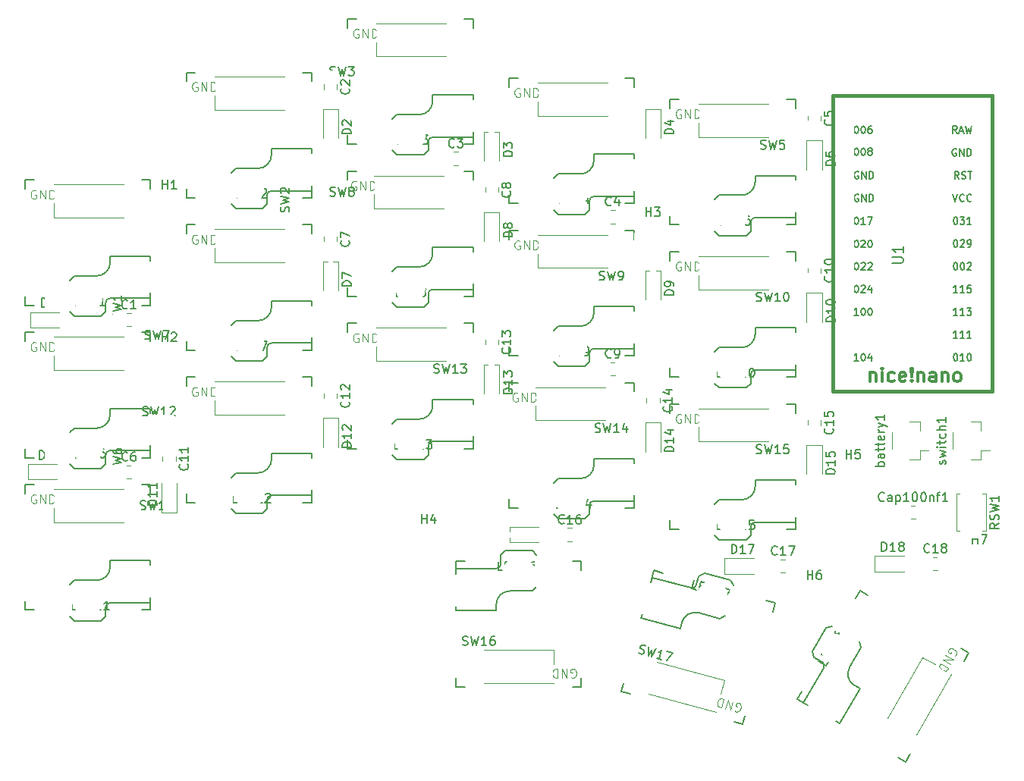
<source format=gto>
G04 #@! TF.GenerationSoftware,KiCad,Pcbnew,9.0.7*
G04 #@! TF.CreationDate,2026-01-09T00:20:33+01:00*
G04 #@! TF.ProjectId,chocofi,63686f63-6f66-4692-9e6b-696361645f70,2.1*
G04 #@! TF.SameCoordinates,Original*
G04 #@! TF.FileFunction,Legend,Top*
G04 #@! TF.FilePolarity,Positive*
%FSLAX46Y46*%
G04 Gerber Fmt 4.6, Leading zero omitted, Abs format (unit mm)*
G04 Created by KiCad (PCBNEW 9.0.7) date 2026-01-09 00:20:33*
%MOMM*%
%LPD*%
G01*
G04 APERTURE LIST*
%ADD10C,0.150000*%
%ADD11C,0.100000*%
%ADD12C,0.203200*%
%ADD13C,0.300000*%
%ADD14C,0.120000*%
%ADD15C,0.381000*%
%ADD16C,1.752600*%
G04 APERTURE END LIST*
D10*
X103080952Y-65354819D02*
X102604762Y-65354819D01*
X102604762Y-65354819D02*
X102604762Y-64354819D01*
X103414286Y-64831009D02*
X103747619Y-64831009D01*
X103890476Y-65354819D02*
X103414286Y-65354819D01*
X103414286Y-65354819D02*
X103414286Y-64354819D01*
X103414286Y-64354819D02*
X103890476Y-64354819D01*
X104319048Y-65354819D02*
X104319048Y-64354819D01*
X104319048Y-64354819D02*
X104557143Y-64354819D01*
X104557143Y-64354819D02*
X104700000Y-64402438D01*
X104700000Y-64402438D02*
X104795238Y-64497676D01*
X104795238Y-64497676D02*
X104842857Y-64592914D01*
X104842857Y-64592914D02*
X104890476Y-64783390D01*
X104890476Y-64783390D02*
X104890476Y-64926247D01*
X104890476Y-64926247D02*
X104842857Y-65116723D01*
X104842857Y-65116723D02*
X104795238Y-65211961D01*
X104795238Y-65211961D02*
X104700000Y-65307200D01*
X104700000Y-65307200D02*
X104557143Y-65354819D01*
X104557143Y-65354819D02*
X104319048Y-65354819D01*
X105271429Y-64450057D02*
X105319048Y-64402438D01*
X105319048Y-64402438D02*
X105414286Y-64354819D01*
X105414286Y-64354819D02*
X105652381Y-64354819D01*
X105652381Y-64354819D02*
X105747619Y-64402438D01*
X105747619Y-64402438D02*
X105795238Y-64450057D01*
X105795238Y-64450057D02*
X105842857Y-64545295D01*
X105842857Y-64545295D02*
X105842857Y-64640533D01*
X105842857Y-64640533D02*
X105795238Y-64783390D01*
X105795238Y-64783390D02*
X105223810Y-65354819D01*
X105223810Y-65354819D02*
X105842857Y-65354819D01*
D11*
X98127693Y-52520038D02*
X98032455Y-52472419D01*
X98032455Y-52472419D02*
X97889598Y-52472419D01*
X97889598Y-52472419D02*
X97746741Y-52520038D01*
X97746741Y-52520038D02*
X97651503Y-52615276D01*
X97651503Y-52615276D02*
X97603884Y-52710514D01*
X97603884Y-52710514D02*
X97556265Y-52900990D01*
X97556265Y-52900990D02*
X97556265Y-53043847D01*
X97556265Y-53043847D02*
X97603884Y-53234323D01*
X97603884Y-53234323D02*
X97651503Y-53329561D01*
X97651503Y-53329561D02*
X97746741Y-53424800D01*
X97746741Y-53424800D02*
X97889598Y-53472419D01*
X97889598Y-53472419D02*
X97984836Y-53472419D01*
X97984836Y-53472419D02*
X98127693Y-53424800D01*
X98127693Y-53424800D02*
X98175312Y-53377180D01*
X98175312Y-53377180D02*
X98175312Y-53043847D01*
X98175312Y-53043847D02*
X97984836Y-53043847D01*
X98603884Y-53472419D02*
X98603884Y-52472419D01*
X98603884Y-52472419D02*
X99175312Y-53472419D01*
X99175312Y-53472419D02*
X99175312Y-52472419D01*
X99651503Y-53472419D02*
X99651503Y-52472419D01*
X99651503Y-52472419D02*
X99889598Y-52472419D01*
X99889598Y-52472419D02*
X100032455Y-52520038D01*
X100032455Y-52520038D02*
X100127693Y-52615276D01*
X100127693Y-52615276D02*
X100175312Y-52710514D01*
X100175312Y-52710514D02*
X100222931Y-52900990D01*
X100222931Y-52900990D02*
X100222931Y-53043847D01*
X100222931Y-53043847D02*
X100175312Y-53234323D01*
X100175312Y-53234323D02*
X100127693Y-53329561D01*
X100127693Y-53329561D02*
X100032455Y-53424800D01*
X100032455Y-53424800D02*
X99889598Y-53472419D01*
X99889598Y-53472419D02*
X99651503Y-53472419D01*
D10*
X120830952Y-76404819D02*
X120354762Y-76404819D01*
X120354762Y-76404819D02*
X120354762Y-75404819D01*
X121164286Y-75881009D02*
X121497619Y-75881009D01*
X121640476Y-76404819D02*
X121164286Y-76404819D01*
X121164286Y-76404819D02*
X121164286Y-75404819D01*
X121164286Y-75404819D02*
X121640476Y-75404819D01*
X122069048Y-76404819D02*
X122069048Y-75404819D01*
X122069048Y-75404819D02*
X122307143Y-75404819D01*
X122307143Y-75404819D02*
X122450000Y-75452438D01*
X122450000Y-75452438D02*
X122545238Y-75547676D01*
X122545238Y-75547676D02*
X122592857Y-75642914D01*
X122592857Y-75642914D02*
X122640476Y-75833390D01*
X122640476Y-75833390D02*
X122640476Y-75976247D01*
X122640476Y-75976247D02*
X122592857Y-76166723D01*
X122592857Y-76166723D02*
X122545238Y-76261961D01*
X122545238Y-76261961D02*
X122450000Y-76357200D01*
X122450000Y-76357200D02*
X122307143Y-76404819D01*
X122307143Y-76404819D02*
X122069048Y-76404819D01*
X123211905Y-75833390D02*
X123116667Y-75785771D01*
X123116667Y-75785771D02*
X123069048Y-75738152D01*
X123069048Y-75738152D02*
X123021429Y-75642914D01*
X123021429Y-75642914D02*
X123021429Y-75595295D01*
X123021429Y-75595295D02*
X123069048Y-75500057D01*
X123069048Y-75500057D02*
X123116667Y-75452438D01*
X123116667Y-75452438D02*
X123211905Y-75404819D01*
X123211905Y-75404819D02*
X123402381Y-75404819D01*
X123402381Y-75404819D02*
X123497619Y-75452438D01*
X123497619Y-75452438D02*
X123545238Y-75500057D01*
X123545238Y-75500057D02*
X123592857Y-75595295D01*
X123592857Y-75595295D02*
X123592857Y-75642914D01*
X123592857Y-75642914D02*
X123545238Y-75738152D01*
X123545238Y-75738152D02*
X123497619Y-75785771D01*
X123497619Y-75785771D02*
X123402381Y-75833390D01*
X123402381Y-75833390D02*
X123211905Y-75833390D01*
X123211905Y-75833390D02*
X123116667Y-75881009D01*
X123116667Y-75881009D02*
X123069048Y-75928628D01*
X123069048Y-75928628D02*
X123021429Y-76023866D01*
X123021429Y-76023866D02*
X123021429Y-76214342D01*
X123021429Y-76214342D02*
X123069048Y-76309580D01*
X123069048Y-76309580D02*
X123116667Y-76357200D01*
X123116667Y-76357200D02*
X123211905Y-76404819D01*
X123211905Y-76404819D02*
X123402381Y-76404819D01*
X123402381Y-76404819D02*
X123497619Y-76357200D01*
X123497619Y-76357200D02*
X123545238Y-76309580D01*
X123545238Y-76309580D02*
X123592857Y-76214342D01*
X123592857Y-76214342D02*
X123592857Y-76023866D01*
X123592857Y-76023866D02*
X123545238Y-75928628D01*
X123545238Y-75928628D02*
X123497619Y-75881009D01*
X123497619Y-75881009D02*
X123402381Y-75833390D01*
D11*
X115877693Y-63570038D02*
X115782455Y-63522419D01*
X115782455Y-63522419D02*
X115639598Y-63522419D01*
X115639598Y-63522419D02*
X115496741Y-63570038D01*
X115496741Y-63570038D02*
X115401503Y-63665276D01*
X115401503Y-63665276D02*
X115353884Y-63760514D01*
X115353884Y-63760514D02*
X115306265Y-63950990D01*
X115306265Y-63950990D02*
X115306265Y-64093847D01*
X115306265Y-64093847D02*
X115353884Y-64284323D01*
X115353884Y-64284323D02*
X115401503Y-64379561D01*
X115401503Y-64379561D02*
X115496741Y-64474800D01*
X115496741Y-64474800D02*
X115639598Y-64522419D01*
X115639598Y-64522419D02*
X115734836Y-64522419D01*
X115734836Y-64522419D02*
X115877693Y-64474800D01*
X115877693Y-64474800D02*
X115925312Y-64427180D01*
X115925312Y-64427180D02*
X115925312Y-64093847D01*
X115925312Y-64093847D02*
X115734836Y-64093847D01*
X116353884Y-64522419D02*
X116353884Y-63522419D01*
X116353884Y-63522419D02*
X116925312Y-64522419D01*
X116925312Y-64522419D02*
X116925312Y-63522419D01*
X117401503Y-64522419D02*
X117401503Y-63522419D01*
X117401503Y-63522419D02*
X117639598Y-63522419D01*
X117639598Y-63522419D02*
X117782455Y-63570038D01*
X117782455Y-63570038D02*
X117877693Y-63665276D01*
X117877693Y-63665276D02*
X117925312Y-63760514D01*
X117925312Y-63760514D02*
X117972931Y-63950990D01*
X117972931Y-63950990D02*
X117972931Y-64093847D01*
X117972931Y-64093847D02*
X117925312Y-64284323D01*
X117925312Y-64284323D02*
X117877693Y-64379561D01*
X117877693Y-64379561D02*
X117782455Y-64474800D01*
X117782455Y-64474800D02*
X117639598Y-64522419D01*
X117639598Y-64522419D02*
X117401503Y-64522419D01*
D10*
X179857142Y-104929580D02*
X179809523Y-104977200D01*
X179809523Y-104977200D02*
X179666666Y-105024819D01*
X179666666Y-105024819D02*
X179571428Y-105024819D01*
X179571428Y-105024819D02*
X179428571Y-104977200D01*
X179428571Y-104977200D02*
X179333333Y-104881961D01*
X179333333Y-104881961D02*
X179285714Y-104786723D01*
X179285714Y-104786723D02*
X179238095Y-104596247D01*
X179238095Y-104596247D02*
X179238095Y-104453390D01*
X179238095Y-104453390D02*
X179285714Y-104262914D01*
X179285714Y-104262914D02*
X179333333Y-104167676D01*
X179333333Y-104167676D02*
X179428571Y-104072438D01*
X179428571Y-104072438D02*
X179571428Y-104024819D01*
X179571428Y-104024819D02*
X179666666Y-104024819D01*
X179666666Y-104024819D02*
X179809523Y-104072438D01*
X179809523Y-104072438D02*
X179857142Y-104120057D01*
X180809523Y-105024819D02*
X180238095Y-105024819D01*
X180523809Y-105024819D02*
X180523809Y-104024819D01*
X180523809Y-104024819D02*
X180428571Y-104167676D01*
X180428571Y-104167676D02*
X180333333Y-104262914D01*
X180333333Y-104262914D02*
X180238095Y-104310533D01*
X181380952Y-104453390D02*
X181285714Y-104405771D01*
X181285714Y-104405771D02*
X181238095Y-104358152D01*
X181238095Y-104358152D02*
X181190476Y-104262914D01*
X181190476Y-104262914D02*
X181190476Y-104215295D01*
X181190476Y-104215295D02*
X181238095Y-104120057D01*
X181238095Y-104120057D02*
X181285714Y-104072438D01*
X181285714Y-104072438D02*
X181380952Y-104024819D01*
X181380952Y-104024819D02*
X181571428Y-104024819D01*
X181571428Y-104024819D02*
X181666666Y-104072438D01*
X181666666Y-104072438D02*
X181714285Y-104120057D01*
X181714285Y-104120057D02*
X181761904Y-104215295D01*
X181761904Y-104215295D02*
X181761904Y-104262914D01*
X181761904Y-104262914D02*
X181714285Y-104358152D01*
X181714285Y-104358152D02*
X181666666Y-104405771D01*
X181666666Y-104405771D02*
X181571428Y-104453390D01*
X181571428Y-104453390D02*
X181380952Y-104453390D01*
X181380952Y-104453390D02*
X181285714Y-104501009D01*
X181285714Y-104501009D02*
X181238095Y-104548628D01*
X181238095Y-104548628D02*
X181190476Y-104643866D01*
X181190476Y-104643866D02*
X181190476Y-104834342D01*
X181190476Y-104834342D02*
X181238095Y-104929580D01*
X181238095Y-104929580D02*
X181285714Y-104977200D01*
X181285714Y-104977200D02*
X181380952Y-105024819D01*
X181380952Y-105024819D02*
X181571428Y-105024819D01*
X181571428Y-105024819D02*
X181666666Y-104977200D01*
X181666666Y-104977200D02*
X181714285Y-104929580D01*
X181714285Y-104929580D02*
X181761904Y-104834342D01*
X181761904Y-104834342D02*
X181761904Y-104643866D01*
X181761904Y-104643866D02*
X181714285Y-104548628D01*
X181714285Y-104548628D02*
X181666666Y-104501009D01*
X181666666Y-104501009D02*
X181571428Y-104453390D01*
X148209095Y-67454819D02*
X148209095Y-66454819D01*
X148209095Y-66931009D02*
X148780523Y-66931009D01*
X148780523Y-67454819D02*
X148780523Y-66454819D01*
X149161476Y-66454819D02*
X149780523Y-66454819D01*
X149780523Y-66454819D02*
X149447190Y-66835771D01*
X149447190Y-66835771D02*
X149590047Y-66835771D01*
X149590047Y-66835771D02*
X149685285Y-66883390D01*
X149685285Y-66883390D02*
X149732904Y-66931009D01*
X149732904Y-66931009D02*
X149780523Y-67026247D01*
X149780523Y-67026247D02*
X149780523Y-67264342D01*
X149780523Y-67264342D02*
X149732904Y-67359580D01*
X149732904Y-67359580D02*
X149685285Y-67407200D01*
X149685285Y-67407200D02*
X149590047Y-67454819D01*
X149590047Y-67454819D02*
X149304333Y-67454819D01*
X149304333Y-67454819D02*
X149209095Y-67407200D01*
X149209095Y-67407200D02*
X149161476Y-67359580D01*
X169304819Y-61738094D02*
X168304819Y-61738094D01*
X168304819Y-61738094D02*
X168304819Y-61499999D01*
X168304819Y-61499999D02*
X168352438Y-61357142D01*
X168352438Y-61357142D02*
X168447676Y-61261904D01*
X168447676Y-61261904D02*
X168542914Y-61214285D01*
X168542914Y-61214285D02*
X168733390Y-61166666D01*
X168733390Y-61166666D02*
X168876247Y-61166666D01*
X168876247Y-61166666D02*
X169066723Y-61214285D01*
X169066723Y-61214285D02*
X169161961Y-61261904D01*
X169161961Y-61261904D02*
X169257200Y-61357142D01*
X169257200Y-61357142D02*
X169304819Y-61499999D01*
X169304819Y-61499999D02*
X169304819Y-61738094D01*
X168304819Y-60261904D02*
X168304819Y-60738094D01*
X168304819Y-60738094D02*
X168781009Y-60785713D01*
X168781009Y-60785713D02*
X168733390Y-60738094D01*
X168733390Y-60738094D02*
X168685771Y-60642856D01*
X168685771Y-60642856D02*
X168685771Y-60404761D01*
X168685771Y-60404761D02*
X168733390Y-60309523D01*
X168733390Y-60309523D02*
X168781009Y-60261904D01*
X168781009Y-60261904D02*
X168876247Y-60214285D01*
X168876247Y-60214285D02*
X169114342Y-60214285D01*
X169114342Y-60214285D02*
X169209580Y-60261904D01*
X169209580Y-60261904D02*
X169257200Y-60309523D01*
X169257200Y-60309523D02*
X169304819Y-60404761D01*
X169304819Y-60404761D02*
X169304819Y-60642856D01*
X169304819Y-60642856D02*
X169257200Y-60738094D01*
X169257200Y-60738094D02*
X169209580Y-60785713D01*
X92037226Y-89662200D02*
X92180083Y-89709819D01*
X92180083Y-89709819D02*
X92418178Y-89709819D01*
X92418178Y-89709819D02*
X92513416Y-89662200D01*
X92513416Y-89662200D02*
X92561035Y-89614580D01*
X92561035Y-89614580D02*
X92608654Y-89519342D01*
X92608654Y-89519342D02*
X92608654Y-89424104D01*
X92608654Y-89424104D02*
X92561035Y-89328866D01*
X92561035Y-89328866D02*
X92513416Y-89281247D01*
X92513416Y-89281247D02*
X92418178Y-89233628D01*
X92418178Y-89233628D02*
X92227702Y-89186009D01*
X92227702Y-89186009D02*
X92132464Y-89138390D01*
X92132464Y-89138390D02*
X92084845Y-89090771D01*
X92084845Y-89090771D02*
X92037226Y-88995533D01*
X92037226Y-88995533D02*
X92037226Y-88900295D01*
X92037226Y-88900295D02*
X92084845Y-88805057D01*
X92084845Y-88805057D02*
X92132464Y-88757438D01*
X92132464Y-88757438D02*
X92227702Y-88709819D01*
X92227702Y-88709819D02*
X92465797Y-88709819D01*
X92465797Y-88709819D02*
X92608654Y-88757438D01*
X92941988Y-88709819D02*
X93180083Y-89709819D01*
X93180083Y-89709819D02*
X93370559Y-88995533D01*
X93370559Y-88995533D02*
X93561035Y-89709819D01*
X93561035Y-89709819D02*
X93799131Y-88709819D01*
X94703892Y-89709819D02*
X94132464Y-89709819D01*
X94418178Y-89709819D02*
X94418178Y-88709819D01*
X94418178Y-88709819D02*
X94322940Y-88852676D01*
X94322940Y-88852676D02*
X94227702Y-88947914D01*
X94227702Y-88947914D02*
X94132464Y-88995533D01*
X95084845Y-88805057D02*
X95132464Y-88757438D01*
X95132464Y-88757438D02*
X95227702Y-88709819D01*
X95227702Y-88709819D02*
X95465797Y-88709819D01*
X95465797Y-88709819D02*
X95561035Y-88757438D01*
X95561035Y-88757438D02*
X95608654Y-88805057D01*
X95608654Y-88805057D02*
X95656273Y-88900295D01*
X95656273Y-88900295D02*
X95656273Y-88995533D01*
X95656273Y-88995533D02*
X95608654Y-89138390D01*
X95608654Y-89138390D02*
X95037226Y-89709819D01*
X95037226Y-89709819D02*
X95656273Y-89709819D01*
X174829819Y-95333333D02*
X173829819Y-95333333D01*
X174210771Y-95333333D02*
X174163152Y-95238095D01*
X174163152Y-95238095D02*
X174163152Y-95047619D01*
X174163152Y-95047619D02*
X174210771Y-94952381D01*
X174210771Y-94952381D02*
X174258390Y-94904762D01*
X174258390Y-94904762D02*
X174353628Y-94857143D01*
X174353628Y-94857143D02*
X174639342Y-94857143D01*
X174639342Y-94857143D02*
X174734580Y-94904762D01*
X174734580Y-94904762D02*
X174782200Y-94952381D01*
X174782200Y-94952381D02*
X174829819Y-95047619D01*
X174829819Y-95047619D02*
X174829819Y-95238095D01*
X174829819Y-95238095D02*
X174782200Y-95333333D01*
X174829819Y-94000000D02*
X174306009Y-94000000D01*
X174306009Y-94000000D02*
X174210771Y-94047619D01*
X174210771Y-94047619D02*
X174163152Y-94142857D01*
X174163152Y-94142857D02*
X174163152Y-94333333D01*
X174163152Y-94333333D02*
X174210771Y-94428571D01*
X174782200Y-94000000D02*
X174829819Y-94095238D01*
X174829819Y-94095238D02*
X174829819Y-94333333D01*
X174829819Y-94333333D02*
X174782200Y-94428571D01*
X174782200Y-94428571D02*
X174686961Y-94476190D01*
X174686961Y-94476190D02*
X174591723Y-94476190D01*
X174591723Y-94476190D02*
X174496485Y-94428571D01*
X174496485Y-94428571D02*
X174448866Y-94333333D01*
X174448866Y-94333333D02*
X174448866Y-94095238D01*
X174448866Y-94095238D02*
X174401247Y-94000000D01*
X174163152Y-93666666D02*
X174163152Y-93285714D01*
X173829819Y-93523809D02*
X174686961Y-93523809D01*
X174686961Y-93523809D02*
X174782200Y-93476190D01*
X174782200Y-93476190D02*
X174829819Y-93380952D01*
X174829819Y-93380952D02*
X174829819Y-93285714D01*
X174163152Y-93095237D02*
X174163152Y-92714285D01*
X173829819Y-92952380D02*
X174686961Y-92952380D01*
X174686961Y-92952380D02*
X174782200Y-92904761D01*
X174782200Y-92904761D02*
X174829819Y-92809523D01*
X174829819Y-92809523D02*
X174829819Y-92714285D01*
X174782200Y-91999999D02*
X174829819Y-92095237D01*
X174829819Y-92095237D02*
X174829819Y-92285713D01*
X174829819Y-92285713D02*
X174782200Y-92380951D01*
X174782200Y-92380951D02*
X174686961Y-92428570D01*
X174686961Y-92428570D02*
X174306009Y-92428570D01*
X174306009Y-92428570D02*
X174210771Y-92380951D01*
X174210771Y-92380951D02*
X174163152Y-92285713D01*
X174163152Y-92285713D02*
X174163152Y-92095237D01*
X174163152Y-92095237D02*
X174210771Y-91999999D01*
X174210771Y-91999999D02*
X174306009Y-91952380D01*
X174306009Y-91952380D02*
X174401247Y-91952380D01*
X174401247Y-91952380D02*
X174496485Y-92428570D01*
X174829819Y-91523808D02*
X174163152Y-91523808D01*
X174353628Y-91523808D02*
X174258390Y-91476189D01*
X174258390Y-91476189D02*
X174210771Y-91428570D01*
X174210771Y-91428570D02*
X174163152Y-91333332D01*
X174163152Y-91333332D02*
X174163152Y-91238094D01*
X174163152Y-90999998D02*
X174829819Y-90761903D01*
X174163152Y-90523808D02*
X174829819Y-90761903D01*
X174829819Y-90761903D02*
X175067914Y-90857141D01*
X175067914Y-90857141D02*
X175115533Y-90904760D01*
X175115533Y-90904760D02*
X175163152Y-90999998D01*
X174829819Y-89619046D02*
X174829819Y-90190474D01*
X174829819Y-89904760D02*
X173829819Y-89904760D01*
X173829819Y-89904760D02*
X173972676Y-89999998D01*
X173972676Y-89999998D02*
X174067914Y-90095236D01*
X174067914Y-90095236D02*
X174115533Y-90190474D01*
X90333333Y-94679580D02*
X90285714Y-94727200D01*
X90285714Y-94727200D02*
X90142857Y-94774819D01*
X90142857Y-94774819D02*
X90047619Y-94774819D01*
X90047619Y-94774819D02*
X89904762Y-94727200D01*
X89904762Y-94727200D02*
X89809524Y-94631961D01*
X89809524Y-94631961D02*
X89761905Y-94536723D01*
X89761905Y-94536723D02*
X89714286Y-94346247D01*
X89714286Y-94346247D02*
X89714286Y-94203390D01*
X89714286Y-94203390D02*
X89761905Y-94012914D01*
X89761905Y-94012914D02*
X89809524Y-93917676D01*
X89809524Y-93917676D02*
X89904762Y-93822438D01*
X89904762Y-93822438D02*
X90047619Y-93774819D01*
X90047619Y-93774819D02*
X90142857Y-93774819D01*
X90142857Y-93774819D02*
X90285714Y-93822438D01*
X90285714Y-93822438D02*
X90333333Y-93870057D01*
X91190476Y-93774819D02*
X91000000Y-93774819D01*
X91000000Y-93774819D02*
X90904762Y-93822438D01*
X90904762Y-93822438D02*
X90857143Y-93870057D01*
X90857143Y-93870057D02*
X90761905Y-94012914D01*
X90761905Y-94012914D02*
X90714286Y-94203390D01*
X90714286Y-94203390D02*
X90714286Y-94584342D01*
X90714286Y-94584342D02*
X90761905Y-94679580D01*
X90761905Y-94679580D02*
X90809524Y-94727200D01*
X90809524Y-94727200D02*
X90904762Y-94774819D01*
X90904762Y-94774819D02*
X91095238Y-94774819D01*
X91095238Y-94774819D02*
X91190476Y-94727200D01*
X91190476Y-94727200D02*
X91238095Y-94679580D01*
X91238095Y-94679580D02*
X91285714Y-94584342D01*
X91285714Y-94584342D02*
X91285714Y-94346247D01*
X91285714Y-94346247D02*
X91238095Y-94251009D01*
X91238095Y-94251009D02*
X91190476Y-94203390D01*
X91190476Y-94203390D02*
X91095238Y-94155771D01*
X91095238Y-94155771D02*
X90904762Y-94155771D01*
X90904762Y-94155771D02*
X90809524Y-94203390D01*
X90809524Y-94203390D02*
X90761905Y-94251009D01*
X90761905Y-94251009D02*
X90714286Y-94346247D01*
X126833333Y-59679580D02*
X126785714Y-59727200D01*
X126785714Y-59727200D02*
X126642857Y-59774819D01*
X126642857Y-59774819D02*
X126547619Y-59774819D01*
X126547619Y-59774819D02*
X126404762Y-59727200D01*
X126404762Y-59727200D02*
X126309524Y-59631961D01*
X126309524Y-59631961D02*
X126261905Y-59536723D01*
X126261905Y-59536723D02*
X126214286Y-59346247D01*
X126214286Y-59346247D02*
X126214286Y-59203390D01*
X126214286Y-59203390D02*
X126261905Y-59012914D01*
X126261905Y-59012914D02*
X126309524Y-58917676D01*
X126309524Y-58917676D02*
X126404762Y-58822438D01*
X126404762Y-58822438D02*
X126547619Y-58774819D01*
X126547619Y-58774819D02*
X126642857Y-58774819D01*
X126642857Y-58774819D02*
X126785714Y-58822438D01*
X126785714Y-58822438D02*
X126833333Y-58870057D01*
X127166667Y-58774819D02*
X127785714Y-58774819D01*
X127785714Y-58774819D02*
X127452381Y-59155771D01*
X127452381Y-59155771D02*
X127595238Y-59155771D01*
X127595238Y-59155771D02*
X127690476Y-59203390D01*
X127690476Y-59203390D02*
X127738095Y-59251009D01*
X127738095Y-59251009D02*
X127785714Y-59346247D01*
X127785714Y-59346247D02*
X127785714Y-59584342D01*
X127785714Y-59584342D02*
X127738095Y-59679580D01*
X127738095Y-59679580D02*
X127690476Y-59727200D01*
X127690476Y-59727200D02*
X127595238Y-59774819D01*
X127595238Y-59774819D02*
X127309524Y-59774819D01*
X127309524Y-59774819D02*
X127214286Y-59727200D01*
X127214286Y-59727200D02*
X127166667Y-59679580D01*
X133304819Y-87214285D02*
X132304819Y-87214285D01*
X132304819Y-87214285D02*
X132304819Y-86976190D01*
X132304819Y-86976190D02*
X132352438Y-86833333D01*
X132352438Y-86833333D02*
X132447676Y-86738095D01*
X132447676Y-86738095D02*
X132542914Y-86690476D01*
X132542914Y-86690476D02*
X132733390Y-86642857D01*
X132733390Y-86642857D02*
X132876247Y-86642857D01*
X132876247Y-86642857D02*
X133066723Y-86690476D01*
X133066723Y-86690476D02*
X133161961Y-86738095D01*
X133161961Y-86738095D02*
X133257200Y-86833333D01*
X133257200Y-86833333D02*
X133304819Y-86976190D01*
X133304819Y-86976190D02*
X133304819Y-87214285D01*
X133304819Y-85690476D02*
X133304819Y-86261904D01*
X133304819Y-85976190D02*
X132304819Y-85976190D01*
X132304819Y-85976190D02*
X132447676Y-86071428D01*
X132447676Y-86071428D02*
X132542914Y-86166666D01*
X132542914Y-86166666D02*
X132590533Y-86261904D01*
X132304819Y-85357142D02*
X132304819Y-84738095D01*
X132304819Y-84738095D02*
X132685771Y-85071428D01*
X132685771Y-85071428D02*
X132685771Y-84928571D01*
X132685771Y-84928571D02*
X132733390Y-84833333D01*
X132733390Y-84833333D02*
X132781009Y-84785714D01*
X132781009Y-84785714D02*
X132876247Y-84738095D01*
X132876247Y-84738095D02*
X133114342Y-84738095D01*
X133114342Y-84738095D02*
X133209580Y-84785714D01*
X133209580Y-84785714D02*
X133257200Y-84833333D01*
X133257200Y-84833333D02*
X133304819Y-84928571D01*
X133304819Y-84928571D02*
X133304819Y-85214285D01*
X133304819Y-85214285D02*
X133257200Y-85309523D01*
X133257200Y-85309523D02*
X133209580Y-85357142D01*
X93604819Y-99714285D02*
X92604819Y-99714285D01*
X92604819Y-99714285D02*
X92604819Y-99476190D01*
X92604819Y-99476190D02*
X92652438Y-99333333D01*
X92652438Y-99333333D02*
X92747676Y-99238095D01*
X92747676Y-99238095D02*
X92842914Y-99190476D01*
X92842914Y-99190476D02*
X93033390Y-99142857D01*
X93033390Y-99142857D02*
X93176247Y-99142857D01*
X93176247Y-99142857D02*
X93366723Y-99190476D01*
X93366723Y-99190476D02*
X93461961Y-99238095D01*
X93461961Y-99238095D02*
X93557200Y-99333333D01*
X93557200Y-99333333D02*
X93604819Y-99476190D01*
X93604819Y-99476190D02*
X93604819Y-99714285D01*
X93604819Y-98190476D02*
X93604819Y-98761904D01*
X93604819Y-98476190D02*
X92604819Y-98476190D01*
X92604819Y-98476190D02*
X92747676Y-98571428D01*
X92747676Y-98571428D02*
X92842914Y-98666666D01*
X92842914Y-98666666D02*
X92890533Y-98761904D01*
X93604819Y-97238095D02*
X93604819Y-97809523D01*
X93604819Y-97523809D02*
X92604819Y-97523809D01*
X92604819Y-97523809D02*
X92747676Y-97619047D01*
X92747676Y-97619047D02*
X92842914Y-97714285D01*
X92842914Y-97714285D02*
X92890533Y-97809523D01*
X184658095Y-104030819D02*
X184658095Y-103030819D01*
X184658095Y-103507009D02*
X185229523Y-103507009D01*
X185229523Y-104030819D02*
X185229523Y-103030819D01*
X185610476Y-103030819D02*
X186277142Y-103030819D01*
X186277142Y-103030819D02*
X185848571Y-104030819D01*
X174535714Y-104854819D02*
X174535714Y-103854819D01*
X174535714Y-103854819D02*
X174773809Y-103854819D01*
X174773809Y-103854819D02*
X174916666Y-103902438D01*
X174916666Y-103902438D02*
X175011904Y-103997676D01*
X175011904Y-103997676D02*
X175059523Y-104092914D01*
X175059523Y-104092914D02*
X175107142Y-104283390D01*
X175107142Y-104283390D02*
X175107142Y-104426247D01*
X175107142Y-104426247D02*
X175059523Y-104616723D01*
X175059523Y-104616723D02*
X175011904Y-104711961D01*
X175011904Y-104711961D02*
X174916666Y-104807200D01*
X174916666Y-104807200D02*
X174773809Y-104854819D01*
X174773809Y-104854819D02*
X174535714Y-104854819D01*
X176059523Y-104854819D02*
X175488095Y-104854819D01*
X175773809Y-104854819D02*
X175773809Y-103854819D01*
X175773809Y-103854819D02*
X175678571Y-103997676D01*
X175678571Y-103997676D02*
X175583333Y-104092914D01*
X175583333Y-104092914D02*
X175488095Y-104140533D01*
X176630952Y-104283390D02*
X176535714Y-104235771D01*
X176535714Y-104235771D02*
X176488095Y-104188152D01*
X176488095Y-104188152D02*
X176440476Y-104092914D01*
X176440476Y-104092914D02*
X176440476Y-104045295D01*
X176440476Y-104045295D02*
X176488095Y-103950057D01*
X176488095Y-103950057D02*
X176535714Y-103902438D01*
X176535714Y-103902438D02*
X176630952Y-103854819D01*
X176630952Y-103854819D02*
X176821428Y-103854819D01*
X176821428Y-103854819D02*
X176916666Y-103902438D01*
X176916666Y-103902438D02*
X176964285Y-103950057D01*
X176964285Y-103950057D02*
X177011904Y-104045295D01*
X177011904Y-104045295D02*
X177011904Y-104092914D01*
X177011904Y-104092914D02*
X176964285Y-104188152D01*
X176964285Y-104188152D02*
X176916666Y-104235771D01*
X176916666Y-104235771D02*
X176821428Y-104283390D01*
X176821428Y-104283390D02*
X176630952Y-104283390D01*
X176630952Y-104283390D02*
X176535714Y-104331009D01*
X176535714Y-104331009D02*
X176488095Y-104378628D01*
X176488095Y-104378628D02*
X176440476Y-104473866D01*
X176440476Y-104473866D02*
X176440476Y-104664342D01*
X176440476Y-104664342D02*
X176488095Y-104759580D01*
X176488095Y-104759580D02*
X176535714Y-104807200D01*
X176535714Y-104807200D02*
X176630952Y-104854819D01*
X176630952Y-104854819D02*
X176821428Y-104854819D01*
X176821428Y-104854819D02*
X176916666Y-104807200D01*
X176916666Y-104807200D02*
X176964285Y-104759580D01*
X176964285Y-104759580D02*
X177011904Y-104664342D01*
X177011904Y-104664342D02*
X177011904Y-104473866D01*
X177011904Y-104473866D02*
X176964285Y-104378628D01*
X176964285Y-104378628D02*
X176916666Y-104331009D01*
X176916666Y-104331009D02*
X176821428Y-104283390D01*
X115039580Y-70166666D02*
X115087200Y-70214285D01*
X115087200Y-70214285D02*
X115134819Y-70357142D01*
X115134819Y-70357142D02*
X115134819Y-70452380D01*
X115134819Y-70452380D02*
X115087200Y-70595237D01*
X115087200Y-70595237D02*
X114991961Y-70690475D01*
X114991961Y-70690475D02*
X114896723Y-70738094D01*
X114896723Y-70738094D02*
X114706247Y-70785713D01*
X114706247Y-70785713D02*
X114563390Y-70785713D01*
X114563390Y-70785713D02*
X114372914Y-70738094D01*
X114372914Y-70738094D02*
X114277676Y-70690475D01*
X114277676Y-70690475D02*
X114182438Y-70595237D01*
X114182438Y-70595237D02*
X114134819Y-70452380D01*
X114134819Y-70452380D02*
X114134819Y-70357142D01*
X114134819Y-70357142D02*
X114182438Y-70214285D01*
X114182438Y-70214285D02*
X114230057Y-70166666D01*
X114134819Y-69833332D02*
X114134819Y-69166666D01*
X114134819Y-69166666D02*
X115134819Y-69595237D01*
X151304819Y-58238094D02*
X150304819Y-58238094D01*
X150304819Y-58238094D02*
X150304819Y-57999999D01*
X150304819Y-57999999D02*
X150352438Y-57857142D01*
X150352438Y-57857142D02*
X150447676Y-57761904D01*
X150447676Y-57761904D02*
X150542914Y-57714285D01*
X150542914Y-57714285D02*
X150733390Y-57666666D01*
X150733390Y-57666666D02*
X150876247Y-57666666D01*
X150876247Y-57666666D02*
X151066723Y-57714285D01*
X151066723Y-57714285D02*
X151161961Y-57761904D01*
X151161961Y-57761904D02*
X151257200Y-57857142D01*
X151257200Y-57857142D02*
X151304819Y-57999999D01*
X151304819Y-57999999D02*
X151304819Y-58238094D01*
X150638152Y-56809523D02*
X151304819Y-56809523D01*
X150257200Y-57047618D02*
X150971485Y-57285713D01*
X150971485Y-57285713D02*
X150971485Y-56666666D01*
X103080952Y-82404819D02*
X102604762Y-82404819D01*
X102604762Y-82404819D02*
X102604762Y-81404819D01*
X103414286Y-81881009D02*
X103747619Y-81881009D01*
X103890476Y-82404819D02*
X103414286Y-82404819D01*
X103414286Y-82404819D02*
X103414286Y-81404819D01*
X103414286Y-81404819D02*
X103890476Y-81404819D01*
X104319048Y-82404819D02*
X104319048Y-81404819D01*
X104319048Y-81404819D02*
X104557143Y-81404819D01*
X104557143Y-81404819D02*
X104700000Y-81452438D01*
X104700000Y-81452438D02*
X104795238Y-81547676D01*
X104795238Y-81547676D02*
X104842857Y-81642914D01*
X104842857Y-81642914D02*
X104890476Y-81833390D01*
X104890476Y-81833390D02*
X104890476Y-81976247D01*
X104890476Y-81976247D02*
X104842857Y-82166723D01*
X104842857Y-82166723D02*
X104795238Y-82261961D01*
X104795238Y-82261961D02*
X104700000Y-82357200D01*
X104700000Y-82357200D02*
X104557143Y-82404819D01*
X104557143Y-82404819D02*
X104319048Y-82404819D01*
X105223810Y-81404819D02*
X105890476Y-81404819D01*
X105890476Y-81404819D02*
X105461905Y-82404819D01*
D11*
X98127693Y-69570038D02*
X98032455Y-69522419D01*
X98032455Y-69522419D02*
X97889598Y-69522419D01*
X97889598Y-69522419D02*
X97746741Y-69570038D01*
X97746741Y-69570038D02*
X97651503Y-69665276D01*
X97651503Y-69665276D02*
X97603884Y-69760514D01*
X97603884Y-69760514D02*
X97556265Y-69950990D01*
X97556265Y-69950990D02*
X97556265Y-70093847D01*
X97556265Y-70093847D02*
X97603884Y-70284323D01*
X97603884Y-70284323D02*
X97651503Y-70379561D01*
X97651503Y-70379561D02*
X97746741Y-70474800D01*
X97746741Y-70474800D02*
X97889598Y-70522419D01*
X97889598Y-70522419D02*
X97984836Y-70522419D01*
X97984836Y-70522419D02*
X98127693Y-70474800D01*
X98127693Y-70474800D02*
X98175312Y-70427180D01*
X98175312Y-70427180D02*
X98175312Y-70093847D01*
X98175312Y-70093847D02*
X97984836Y-70093847D01*
X98603884Y-70522419D02*
X98603884Y-69522419D01*
X98603884Y-69522419D02*
X99175312Y-70522419D01*
X99175312Y-70522419D02*
X99175312Y-69522419D01*
X99651503Y-70522419D02*
X99651503Y-69522419D01*
X99651503Y-69522419D02*
X99889598Y-69522419D01*
X99889598Y-69522419D02*
X100032455Y-69570038D01*
X100032455Y-69570038D02*
X100127693Y-69665276D01*
X100127693Y-69665276D02*
X100175312Y-69760514D01*
X100175312Y-69760514D02*
X100222931Y-69950990D01*
X100222931Y-69950990D02*
X100222931Y-70093847D01*
X100222931Y-70093847D02*
X100175312Y-70284323D01*
X100175312Y-70284323D02*
X100127693Y-70379561D01*
X100127693Y-70379561D02*
X100032455Y-70474800D01*
X100032455Y-70474800D02*
X99889598Y-70522419D01*
X99889598Y-70522419D02*
X99651503Y-70522419D01*
D10*
X147420152Y-116194623D02*
X147545816Y-116277594D01*
X147545816Y-116277594D02*
X147775799Y-116339217D01*
X147775799Y-116339217D02*
X147880116Y-116317870D01*
X147880116Y-116317870D02*
X147938437Y-116284199D01*
X147938437Y-116284199D02*
X148009083Y-116204530D01*
X148009083Y-116204530D02*
X148033733Y-116112538D01*
X148033733Y-116112538D02*
X148012386Y-116008220D01*
X148012386Y-116008220D02*
X147978714Y-115949899D01*
X147978714Y-115949899D02*
X147899046Y-115879253D01*
X147899046Y-115879253D02*
X147727385Y-115783957D01*
X147727385Y-115783957D02*
X147647716Y-115713312D01*
X147647716Y-115713312D02*
X147614045Y-115654990D01*
X147614045Y-115654990D02*
X147592698Y-115550673D01*
X147592698Y-115550673D02*
X147617347Y-115458680D01*
X147617347Y-115458680D02*
X147687993Y-115379012D01*
X147687993Y-115379012D02*
X147746314Y-115345340D01*
X147746314Y-115345340D02*
X147850632Y-115323993D01*
X147850632Y-115323993D02*
X148080614Y-115385616D01*
X148080614Y-115385616D02*
X148206279Y-115468587D01*
X148540579Y-115508864D02*
X148511742Y-116536413D01*
X148511742Y-116536413D02*
X148880599Y-115895765D01*
X148880599Y-115895765D02*
X148879714Y-116635011D01*
X148879714Y-116635011D02*
X149368515Y-115730708D01*
X149983629Y-116930804D02*
X149431671Y-116782907D01*
X149707650Y-116856856D02*
X149966469Y-115890930D01*
X149966469Y-115890930D02*
X149837502Y-116004270D01*
X149837502Y-116004270D02*
X149720860Y-116071613D01*
X149720860Y-116071613D02*
X149616542Y-116092960D01*
X150564423Y-116051151D02*
X151208374Y-116223697D01*
X151208374Y-116223697D02*
X150535587Y-117078700D01*
X153796990Y-109156310D02*
X153337025Y-109033063D01*
X153337025Y-109033063D02*
X153595844Y-108067137D01*
X154254537Y-108736622D02*
X154576512Y-108822895D01*
X154578930Y-109365830D02*
X154118965Y-109242583D01*
X154118965Y-109242583D02*
X154377784Y-108276657D01*
X154377784Y-108276657D02*
X154837749Y-108399904D01*
X154992898Y-109476753D02*
X155251717Y-108510827D01*
X155251717Y-108510827D02*
X155481700Y-108572450D01*
X155481700Y-108572450D02*
X155607364Y-108655421D01*
X155607364Y-108655421D02*
X155674708Y-108772063D01*
X155674708Y-108772063D02*
X155696055Y-108876381D01*
X155696055Y-108876381D02*
X155692752Y-109072692D01*
X155692752Y-109072692D02*
X155655778Y-109210681D01*
X155655778Y-109210681D02*
X155560483Y-109382342D01*
X155560483Y-109382342D02*
X155489837Y-109462010D01*
X155489837Y-109462010D02*
X155373195Y-109529354D01*
X155373195Y-109529354D02*
X155222881Y-109538376D01*
X155222881Y-109538376D02*
X154992898Y-109476753D01*
X156464785Y-109871144D02*
X155912828Y-109723247D01*
X156188806Y-109797195D02*
X156447625Y-108831269D01*
X156447625Y-108831269D02*
X156318658Y-108944609D01*
X156318658Y-108944609D02*
X156202016Y-109011953D01*
X156202016Y-109011953D02*
X156097698Y-109033300D01*
X157045580Y-108991491D02*
X157689530Y-109164037D01*
X157689530Y-109164037D02*
X157016743Y-110019040D01*
D11*
X158116815Y-122659620D02*
X158196483Y-122730266D01*
X158196483Y-122730266D02*
X158334473Y-122767240D01*
X158334473Y-122767240D02*
X158484787Y-122758217D01*
X158484787Y-122758217D02*
X158601429Y-122690874D01*
X158601429Y-122690874D02*
X158672075Y-122611206D01*
X158672075Y-122611206D02*
X158767370Y-122439545D01*
X158767370Y-122439545D02*
X158804345Y-122301555D01*
X158804345Y-122301555D02*
X158807647Y-122105245D01*
X158807647Y-122105245D02*
X158786300Y-122000927D01*
X158786300Y-122000927D02*
X158718956Y-121884285D01*
X158718956Y-121884285D02*
X158593292Y-121801314D01*
X158593292Y-121801314D02*
X158501299Y-121776664D01*
X158501299Y-121776664D02*
X158350985Y-121785687D01*
X158350985Y-121785687D02*
X158292663Y-121819359D01*
X158292663Y-121819359D02*
X158206390Y-122141334D01*
X158206390Y-122141334D02*
X158390376Y-122190633D01*
X157903345Y-121616443D02*
X157644526Y-122582369D01*
X157644526Y-122582369D02*
X157351387Y-121468547D01*
X157351387Y-121468547D02*
X157092568Y-122434472D01*
X156891422Y-121345299D02*
X156632603Y-122311225D01*
X156632603Y-122311225D02*
X156402621Y-122249602D01*
X156402621Y-122249602D02*
X156276956Y-122166631D01*
X156276956Y-122166631D02*
X156209613Y-122049989D01*
X156209613Y-122049989D02*
X156188266Y-121945671D01*
X156188266Y-121945671D02*
X156191568Y-121749360D01*
X156191568Y-121749360D02*
X156228542Y-121611371D01*
X156228542Y-121611371D02*
X156323838Y-121439710D01*
X156323838Y-121439710D02*
X156394484Y-121360042D01*
X156394484Y-121360042D02*
X156511126Y-121292698D01*
X156511126Y-121292698D02*
X156661440Y-121283676D01*
X156661440Y-121283676D02*
X156891422Y-121345299D01*
D10*
X123190095Y-101744819D02*
X123190095Y-100744819D01*
X123190095Y-101221009D02*
X123761523Y-101221009D01*
X123761523Y-101744819D02*
X123761523Y-100744819D01*
X124666285Y-101078152D02*
X124666285Y-101744819D01*
X124428190Y-100697200D02*
X124190095Y-101411485D01*
X124190095Y-101411485D02*
X124809142Y-101411485D01*
X156604761Y-102404819D02*
X156128571Y-102404819D01*
X156128571Y-102404819D02*
X156128571Y-101404819D01*
X156938095Y-101881009D02*
X157271428Y-101881009D01*
X157414285Y-102404819D02*
X156938095Y-102404819D01*
X156938095Y-102404819D02*
X156938095Y-101404819D01*
X156938095Y-101404819D02*
X157414285Y-101404819D01*
X157842857Y-102404819D02*
X157842857Y-101404819D01*
X157842857Y-101404819D02*
X158080952Y-101404819D01*
X158080952Y-101404819D02*
X158223809Y-101452438D01*
X158223809Y-101452438D02*
X158319047Y-101547676D01*
X158319047Y-101547676D02*
X158366666Y-101642914D01*
X158366666Y-101642914D02*
X158414285Y-101833390D01*
X158414285Y-101833390D02*
X158414285Y-101976247D01*
X158414285Y-101976247D02*
X158366666Y-102166723D01*
X158366666Y-102166723D02*
X158319047Y-102261961D01*
X158319047Y-102261961D02*
X158223809Y-102357200D01*
X158223809Y-102357200D02*
X158080952Y-102404819D01*
X158080952Y-102404819D02*
X157842857Y-102404819D01*
X159366666Y-102404819D02*
X158795238Y-102404819D01*
X159080952Y-102404819D02*
X159080952Y-101404819D01*
X159080952Y-101404819D02*
X158985714Y-101547676D01*
X158985714Y-101547676D02*
X158890476Y-101642914D01*
X158890476Y-101642914D02*
X158795238Y-101690533D01*
X160271428Y-101404819D02*
X159795238Y-101404819D01*
X159795238Y-101404819D02*
X159747619Y-101881009D01*
X159747619Y-101881009D02*
X159795238Y-101833390D01*
X159795238Y-101833390D02*
X159890476Y-101785771D01*
X159890476Y-101785771D02*
X160128571Y-101785771D01*
X160128571Y-101785771D02*
X160223809Y-101833390D01*
X160223809Y-101833390D02*
X160271428Y-101881009D01*
X160271428Y-101881009D02*
X160319047Y-101976247D01*
X160319047Y-101976247D02*
X160319047Y-102214342D01*
X160319047Y-102214342D02*
X160271428Y-102309580D01*
X160271428Y-102309580D02*
X160223809Y-102357200D01*
X160223809Y-102357200D02*
X160128571Y-102404819D01*
X160128571Y-102404819D02*
X159890476Y-102404819D01*
X159890476Y-102404819D02*
X159795238Y-102357200D01*
X159795238Y-102357200D02*
X159747619Y-102309580D01*
D11*
X152127693Y-89570038D02*
X152032455Y-89522419D01*
X152032455Y-89522419D02*
X151889598Y-89522419D01*
X151889598Y-89522419D02*
X151746741Y-89570038D01*
X151746741Y-89570038D02*
X151651503Y-89665276D01*
X151651503Y-89665276D02*
X151603884Y-89760514D01*
X151603884Y-89760514D02*
X151556265Y-89950990D01*
X151556265Y-89950990D02*
X151556265Y-90093847D01*
X151556265Y-90093847D02*
X151603884Y-90284323D01*
X151603884Y-90284323D02*
X151651503Y-90379561D01*
X151651503Y-90379561D02*
X151746741Y-90474800D01*
X151746741Y-90474800D02*
X151889598Y-90522419D01*
X151889598Y-90522419D02*
X151984836Y-90522419D01*
X151984836Y-90522419D02*
X152127693Y-90474800D01*
X152127693Y-90474800D02*
X152175312Y-90427180D01*
X152175312Y-90427180D02*
X152175312Y-90093847D01*
X152175312Y-90093847D02*
X151984836Y-90093847D01*
X152603884Y-90522419D02*
X152603884Y-89522419D01*
X152603884Y-89522419D02*
X153175312Y-90522419D01*
X153175312Y-90522419D02*
X153175312Y-89522419D01*
X153651503Y-90522419D02*
X153651503Y-89522419D01*
X153651503Y-89522419D02*
X153889598Y-89522419D01*
X153889598Y-89522419D02*
X154032455Y-89570038D01*
X154032455Y-89570038D02*
X154127693Y-89665276D01*
X154127693Y-89665276D02*
X154175312Y-89760514D01*
X154175312Y-89760514D02*
X154222931Y-89950990D01*
X154222931Y-89950990D02*
X154222931Y-90093847D01*
X154222931Y-90093847D02*
X154175312Y-90284323D01*
X154175312Y-90284323D02*
X154127693Y-90379561D01*
X154127693Y-90379561D02*
X154032455Y-90474800D01*
X154032455Y-90474800D02*
X153889598Y-90522419D01*
X153889598Y-90522419D02*
X153651503Y-90522419D01*
D10*
X144333333Y-83179580D02*
X144285714Y-83227200D01*
X144285714Y-83227200D02*
X144142857Y-83274819D01*
X144142857Y-83274819D02*
X144047619Y-83274819D01*
X144047619Y-83274819D02*
X143904762Y-83227200D01*
X143904762Y-83227200D02*
X143809524Y-83131961D01*
X143809524Y-83131961D02*
X143761905Y-83036723D01*
X143761905Y-83036723D02*
X143714286Y-82846247D01*
X143714286Y-82846247D02*
X143714286Y-82703390D01*
X143714286Y-82703390D02*
X143761905Y-82512914D01*
X143761905Y-82512914D02*
X143809524Y-82417676D01*
X143809524Y-82417676D02*
X143904762Y-82322438D01*
X143904762Y-82322438D02*
X144047619Y-82274819D01*
X144047619Y-82274819D02*
X144142857Y-82274819D01*
X144142857Y-82274819D02*
X144285714Y-82322438D01*
X144285714Y-82322438D02*
X144333333Y-82370057D01*
X144809524Y-83274819D02*
X145000000Y-83274819D01*
X145000000Y-83274819D02*
X145095238Y-83227200D01*
X145095238Y-83227200D02*
X145142857Y-83179580D01*
X145142857Y-83179580D02*
X145238095Y-83036723D01*
X145238095Y-83036723D02*
X145285714Y-82846247D01*
X145285714Y-82846247D02*
X145285714Y-82465295D01*
X145285714Y-82465295D02*
X145238095Y-82370057D01*
X145238095Y-82370057D02*
X145190476Y-82322438D01*
X145190476Y-82322438D02*
X145095238Y-82274819D01*
X145095238Y-82274819D02*
X144904762Y-82274819D01*
X144904762Y-82274819D02*
X144809524Y-82322438D01*
X144809524Y-82322438D02*
X144761905Y-82370057D01*
X144761905Y-82370057D02*
X144714286Y-82465295D01*
X144714286Y-82465295D02*
X144714286Y-82703390D01*
X144714286Y-82703390D02*
X144761905Y-82798628D01*
X144761905Y-82798628D02*
X144809524Y-82846247D01*
X144809524Y-82846247D02*
X144904762Y-82893866D01*
X144904762Y-82893866D02*
X145095238Y-82893866D01*
X145095238Y-82893866D02*
X145190476Y-82846247D01*
X145190476Y-82846247D02*
X145238095Y-82798628D01*
X145238095Y-82798628D02*
X145285714Y-82703390D01*
X80761905Y-77604819D02*
X80761905Y-76604819D01*
X80761905Y-76604819D02*
X81000000Y-76604819D01*
X81000000Y-76604819D02*
X81142857Y-76652438D01*
X81142857Y-76652438D02*
X81238095Y-76747676D01*
X81238095Y-76747676D02*
X81285714Y-76842914D01*
X81285714Y-76842914D02*
X81333333Y-77033390D01*
X81333333Y-77033390D02*
X81333333Y-77176247D01*
X81333333Y-77176247D02*
X81285714Y-77366723D01*
X81285714Y-77366723D02*
X81238095Y-77461961D01*
X81238095Y-77461961D02*
X81142857Y-77557200D01*
X81142857Y-77557200D02*
X81000000Y-77604819D01*
X81000000Y-77604819D02*
X80761905Y-77604819D01*
X82285714Y-77604819D02*
X81714286Y-77604819D01*
X82000000Y-77604819D02*
X82000000Y-76604819D01*
X82000000Y-76604819D02*
X81904762Y-76747676D01*
X81904762Y-76747676D02*
X81809524Y-76842914D01*
X81809524Y-76842914D02*
X81714286Y-76890533D01*
X127755476Y-115302200D02*
X127898333Y-115349819D01*
X127898333Y-115349819D02*
X128136428Y-115349819D01*
X128136428Y-115349819D02*
X128231666Y-115302200D01*
X128231666Y-115302200D02*
X128279285Y-115254580D01*
X128279285Y-115254580D02*
X128326904Y-115159342D01*
X128326904Y-115159342D02*
X128326904Y-115064104D01*
X128326904Y-115064104D02*
X128279285Y-114968866D01*
X128279285Y-114968866D02*
X128231666Y-114921247D01*
X128231666Y-114921247D02*
X128136428Y-114873628D01*
X128136428Y-114873628D02*
X127945952Y-114826009D01*
X127945952Y-114826009D02*
X127850714Y-114778390D01*
X127850714Y-114778390D02*
X127803095Y-114730771D01*
X127803095Y-114730771D02*
X127755476Y-114635533D01*
X127755476Y-114635533D02*
X127755476Y-114540295D01*
X127755476Y-114540295D02*
X127803095Y-114445057D01*
X127803095Y-114445057D02*
X127850714Y-114397438D01*
X127850714Y-114397438D02*
X127945952Y-114349819D01*
X127945952Y-114349819D02*
X128184047Y-114349819D01*
X128184047Y-114349819D02*
X128326904Y-114397438D01*
X128660238Y-114349819D02*
X128898333Y-115349819D01*
X128898333Y-115349819D02*
X129088809Y-114635533D01*
X129088809Y-114635533D02*
X129279285Y-115349819D01*
X129279285Y-115349819D02*
X129517381Y-114349819D01*
X130422142Y-115349819D02*
X129850714Y-115349819D01*
X130136428Y-115349819D02*
X130136428Y-114349819D01*
X130136428Y-114349819D02*
X130041190Y-114492676D01*
X130041190Y-114492676D02*
X129945952Y-114587914D01*
X129945952Y-114587914D02*
X129850714Y-114635533D01*
X131279285Y-114349819D02*
X131088809Y-114349819D01*
X131088809Y-114349819D02*
X130993571Y-114397438D01*
X130993571Y-114397438D02*
X130945952Y-114445057D01*
X130945952Y-114445057D02*
X130850714Y-114587914D01*
X130850714Y-114587914D02*
X130803095Y-114778390D01*
X130803095Y-114778390D02*
X130803095Y-115159342D01*
X130803095Y-115159342D02*
X130850714Y-115254580D01*
X130850714Y-115254580D02*
X130898333Y-115302200D01*
X130898333Y-115302200D02*
X130993571Y-115349819D01*
X130993571Y-115349819D02*
X131184047Y-115349819D01*
X131184047Y-115349819D02*
X131279285Y-115302200D01*
X131279285Y-115302200D02*
X131326904Y-115254580D01*
X131326904Y-115254580D02*
X131374523Y-115159342D01*
X131374523Y-115159342D02*
X131374523Y-114921247D01*
X131374523Y-114921247D02*
X131326904Y-114826009D01*
X131326904Y-114826009D02*
X131279285Y-114778390D01*
X131279285Y-114778390D02*
X131184047Y-114730771D01*
X131184047Y-114730771D02*
X130993571Y-114730771D01*
X130993571Y-114730771D02*
X130898333Y-114778390D01*
X130898333Y-114778390D02*
X130850714Y-114826009D01*
X130850714Y-114826009D02*
X130803095Y-114921247D01*
X115039580Y-53166666D02*
X115087200Y-53214285D01*
X115087200Y-53214285D02*
X115134819Y-53357142D01*
X115134819Y-53357142D02*
X115134819Y-53452380D01*
X115134819Y-53452380D02*
X115087200Y-53595237D01*
X115087200Y-53595237D02*
X114991961Y-53690475D01*
X114991961Y-53690475D02*
X114896723Y-53738094D01*
X114896723Y-53738094D02*
X114706247Y-53785713D01*
X114706247Y-53785713D02*
X114563390Y-53785713D01*
X114563390Y-53785713D02*
X114372914Y-53738094D01*
X114372914Y-53738094D02*
X114277676Y-53690475D01*
X114277676Y-53690475D02*
X114182438Y-53595237D01*
X114182438Y-53595237D02*
X114134819Y-53452380D01*
X114134819Y-53452380D02*
X114134819Y-53357142D01*
X114134819Y-53357142D02*
X114182438Y-53214285D01*
X114182438Y-53214285D02*
X114230057Y-53166666D01*
X114230057Y-52785713D02*
X114182438Y-52738094D01*
X114182438Y-52738094D02*
X114134819Y-52642856D01*
X114134819Y-52642856D02*
X114134819Y-52404761D01*
X114134819Y-52404761D02*
X114182438Y-52309523D01*
X114182438Y-52309523D02*
X114230057Y-52261904D01*
X114230057Y-52261904D02*
X114325295Y-52214285D01*
X114325295Y-52214285D02*
X114420533Y-52214285D01*
X114420533Y-52214285D02*
X114563390Y-52261904D01*
X114563390Y-52261904D02*
X115134819Y-52833332D01*
X115134819Y-52833332D02*
X115134819Y-52214285D01*
X85080952Y-77404819D02*
X84604762Y-77404819D01*
X84604762Y-77404819D02*
X84604762Y-76404819D01*
X85414286Y-76881009D02*
X85747619Y-76881009D01*
X85890476Y-77404819D02*
X85414286Y-77404819D01*
X85414286Y-77404819D02*
X85414286Y-76404819D01*
X85414286Y-76404819D02*
X85890476Y-76404819D01*
X86319048Y-77404819D02*
X86319048Y-76404819D01*
X86319048Y-76404819D02*
X86557143Y-76404819D01*
X86557143Y-76404819D02*
X86700000Y-76452438D01*
X86700000Y-76452438D02*
X86795238Y-76547676D01*
X86795238Y-76547676D02*
X86842857Y-76642914D01*
X86842857Y-76642914D02*
X86890476Y-76833390D01*
X86890476Y-76833390D02*
X86890476Y-76976247D01*
X86890476Y-76976247D02*
X86842857Y-77166723D01*
X86842857Y-77166723D02*
X86795238Y-77261961D01*
X86795238Y-77261961D02*
X86700000Y-77357200D01*
X86700000Y-77357200D02*
X86557143Y-77404819D01*
X86557143Y-77404819D02*
X86319048Y-77404819D01*
X87842857Y-77404819D02*
X87271429Y-77404819D01*
X87557143Y-77404819D02*
X87557143Y-76404819D01*
X87557143Y-76404819D02*
X87461905Y-76547676D01*
X87461905Y-76547676D02*
X87366667Y-76642914D01*
X87366667Y-76642914D02*
X87271429Y-76690533D01*
D11*
X80127693Y-64570038D02*
X80032455Y-64522419D01*
X80032455Y-64522419D02*
X79889598Y-64522419D01*
X79889598Y-64522419D02*
X79746741Y-64570038D01*
X79746741Y-64570038D02*
X79651503Y-64665276D01*
X79651503Y-64665276D02*
X79603884Y-64760514D01*
X79603884Y-64760514D02*
X79556265Y-64950990D01*
X79556265Y-64950990D02*
X79556265Y-65093847D01*
X79556265Y-65093847D02*
X79603884Y-65284323D01*
X79603884Y-65284323D02*
X79651503Y-65379561D01*
X79651503Y-65379561D02*
X79746741Y-65474800D01*
X79746741Y-65474800D02*
X79889598Y-65522419D01*
X79889598Y-65522419D02*
X79984836Y-65522419D01*
X79984836Y-65522419D02*
X80127693Y-65474800D01*
X80127693Y-65474800D02*
X80175312Y-65427180D01*
X80175312Y-65427180D02*
X80175312Y-65093847D01*
X80175312Y-65093847D02*
X79984836Y-65093847D01*
X80603884Y-65522419D02*
X80603884Y-64522419D01*
X80603884Y-64522419D02*
X81175312Y-65522419D01*
X81175312Y-65522419D02*
X81175312Y-64522419D01*
X81651503Y-65522419D02*
X81651503Y-64522419D01*
X81651503Y-64522419D02*
X81889598Y-64522419D01*
X81889598Y-64522419D02*
X82032455Y-64570038D01*
X82032455Y-64570038D02*
X82127693Y-64665276D01*
X82127693Y-64665276D02*
X82175312Y-64760514D01*
X82175312Y-64760514D02*
X82222931Y-64950990D01*
X82222931Y-64950990D02*
X82222931Y-65093847D01*
X82222931Y-65093847D02*
X82175312Y-65284323D01*
X82175312Y-65284323D02*
X82127693Y-65379561D01*
X82127693Y-65379561D02*
X82032455Y-65474800D01*
X82032455Y-65474800D02*
X81889598Y-65522419D01*
X81889598Y-65522419D02*
X81651503Y-65522419D01*
D10*
X166243095Y-107967819D02*
X166243095Y-106967819D01*
X166243095Y-107444009D02*
X166814523Y-107444009D01*
X166814523Y-107967819D02*
X166814523Y-106967819D01*
X167719285Y-106967819D02*
X167528809Y-106967819D01*
X167528809Y-106967819D02*
X167433571Y-107015438D01*
X167433571Y-107015438D02*
X167385952Y-107063057D01*
X167385952Y-107063057D02*
X167290714Y-107205914D01*
X167290714Y-107205914D02*
X167243095Y-107396390D01*
X167243095Y-107396390D02*
X167243095Y-107777342D01*
X167243095Y-107777342D02*
X167290714Y-107872580D01*
X167290714Y-107872580D02*
X167338333Y-107920200D01*
X167338333Y-107920200D02*
X167433571Y-107967819D01*
X167433571Y-107967819D02*
X167624047Y-107967819D01*
X167624047Y-107967819D02*
X167719285Y-107920200D01*
X167719285Y-107920200D02*
X167766904Y-107872580D01*
X167766904Y-107872580D02*
X167814523Y-107777342D01*
X167814523Y-107777342D02*
X167814523Y-107539247D01*
X167814523Y-107539247D02*
X167766904Y-107444009D01*
X167766904Y-107444009D02*
X167719285Y-107396390D01*
X167719285Y-107396390D02*
X167624047Y-107348771D01*
X167624047Y-107348771D02*
X167433571Y-107348771D01*
X167433571Y-107348771D02*
X167338333Y-107396390D01*
X167338333Y-107396390D02*
X167290714Y-107444009D01*
X167290714Y-107444009D02*
X167243095Y-107539247D01*
X170561095Y-94505819D02*
X170561095Y-93505819D01*
X170561095Y-93982009D02*
X171132523Y-93982009D01*
X171132523Y-94505819D02*
X171132523Y-93505819D01*
X172084904Y-93505819D02*
X171608714Y-93505819D01*
X171608714Y-93505819D02*
X171561095Y-93982009D01*
X171561095Y-93982009D02*
X171608714Y-93934390D01*
X171608714Y-93934390D02*
X171703952Y-93886771D01*
X171703952Y-93886771D02*
X171942047Y-93886771D01*
X171942047Y-93886771D02*
X172037285Y-93934390D01*
X172037285Y-93934390D02*
X172084904Y-93982009D01*
X172084904Y-93982009D02*
X172132523Y-94077247D01*
X172132523Y-94077247D02*
X172132523Y-94315342D01*
X172132523Y-94315342D02*
X172084904Y-94410580D01*
X172084904Y-94410580D02*
X172037285Y-94458200D01*
X172037285Y-94458200D02*
X171942047Y-94505819D01*
X171942047Y-94505819D02*
X171703952Y-94505819D01*
X171703952Y-94505819D02*
X171608714Y-94458200D01*
X171608714Y-94458200D02*
X171561095Y-94410580D01*
D12*
X175719575Y-72684285D02*
X176691004Y-72684285D01*
X176691004Y-72684285D02*
X176805290Y-72627142D01*
X176805290Y-72627142D02*
X176862433Y-72570000D01*
X176862433Y-72570000D02*
X176919575Y-72455714D01*
X176919575Y-72455714D02*
X176919575Y-72227142D01*
X176919575Y-72227142D02*
X176862433Y-72112857D01*
X176862433Y-72112857D02*
X176805290Y-72055714D01*
X176805290Y-72055714D02*
X176691004Y-71998571D01*
X176691004Y-71998571D02*
X175719575Y-71998571D01*
X176919575Y-70798571D02*
X176919575Y-71484285D01*
X176919575Y-71141428D02*
X175719575Y-71141428D01*
X175719575Y-71141428D02*
X175891004Y-71255714D01*
X175891004Y-71255714D02*
X176005290Y-71369999D01*
X176005290Y-71369999D02*
X176062433Y-71484285D01*
D10*
X171662810Y-72632295D02*
X171739000Y-72632295D01*
X171739000Y-72632295D02*
X171815191Y-72670390D01*
X171815191Y-72670390D02*
X171853286Y-72708485D01*
X171853286Y-72708485D02*
X171891381Y-72784676D01*
X171891381Y-72784676D02*
X171929476Y-72937057D01*
X171929476Y-72937057D02*
X171929476Y-73127533D01*
X171929476Y-73127533D02*
X171891381Y-73279914D01*
X171891381Y-73279914D02*
X171853286Y-73356104D01*
X171853286Y-73356104D02*
X171815191Y-73394200D01*
X171815191Y-73394200D02*
X171739000Y-73432295D01*
X171739000Y-73432295D02*
X171662810Y-73432295D01*
X171662810Y-73432295D02*
X171586619Y-73394200D01*
X171586619Y-73394200D02*
X171548524Y-73356104D01*
X171548524Y-73356104D02*
X171510429Y-73279914D01*
X171510429Y-73279914D02*
X171472333Y-73127533D01*
X171472333Y-73127533D02*
X171472333Y-72937057D01*
X171472333Y-72937057D02*
X171510429Y-72784676D01*
X171510429Y-72784676D02*
X171548524Y-72708485D01*
X171548524Y-72708485D02*
X171586619Y-72670390D01*
X171586619Y-72670390D02*
X171662810Y-72632295D01*
X172234238Y-72708485D02*
X172272334Y-72670390D01*
X172272334Y-72670390D02*
X172348524Y-72632295D01*
X172348524Y-72632295D02*
X172539000Y-72632295D01*
X172539000Y-72632295D02*
X172615191Y-72670390D01*
X172615191Y-72670390D02*
X172653286Y-72708485D01*
X172653286Y-72708485D02*
X172691381Y-72784676D01*
X172691381Y-72784676D02*
X172691381Y-72860866D01*
X172691381Y-72860866D02*
X172653286Y-72975152D01*
X172653286Y-72975152D02*
X172196143Y-73432295D01*
X172196143Y-73432295D02*
X172691381Y-73432295D01*
X172996143Y-72708485D02*
X173034239Y-72670390D01*
X173034239Y-72670390D02*
X173110429Y-72632295D01*
X173110429Y-72632295D02*
X173300905Y-72632295D01*
X173300905Y-72632295D02*
X173377096Y-72670390D01*
X173377096Y-72670390D02*
X173415191Y-72708485D01*
X173415191Y-72708485D02*
X173453286Y-72784676D01*
X173453286Y-72784676D02*
X173453286Y-72860866D01*
X173453286Y-72860866D02*
X173415191Y-72975152D01*
X173415191Y-72975152D02*
X172958048Y-73432295D01*
X172958048Y-73432295D02*
X173453286Y-73432295D01*
X171662810Y-67532295D02*
X171739000Y-67532295D01*
X171739000Y-67532295D02*
X171815191Y-67570390D01*
X171815191Y-67570390D02*
X171853286Y-67608485D01*
X171853286Y-67608485D02*
X171891381Y-67684676D01*
X171891381Y-67684676D02*
X171929476Y-67837057D01*
X171929476Y-67837057D02*
X171929476Y-68027533D01*
X171929476Y-68027533D02*
X171891381Y-68179914D01*
X171891381Y-68179914D02*
X171853286Y-68256104D01*
X171853286Y-68256104D02*
X171815191Y-68294200D01*
X171815191Y-68294200D02*
X171739000Y-68332295D01*
X171739000Y-68332295D02*
X171662810Y-68332295D01*
X171662810Y-68332295D02*
X171586619Y-68294200D01*
X171586619Y-68294200D02*
X171548524Y-68256104D01*
X171548524Y-68256104D02*
X171510429Y-68179914D01*
X171510429Y-68179914D02*
X171472333Y-68027533D01*
X171472333Y-68027533D02*
X171472333Y-67837057D01*
X171472333Y-67837057D02*
X171510429Y-67684676D01*
X171510429Y-67684676D02*
X171548524Y-67608485D01*
X171548524Y-67608485D02*
X171586619Y-67570390D01*
X171586619Y-67570390D02*
X171662810Y-67532295D01*
X172691381Y-68332295D02*
X172234238Y-68332295D01*
X172462810Y-68332295D02*
X172462810Y-67532295D01*
X172462810Y-67532295D02*
X172386619Y-67646580D01*
X172386619Y-67646580D02*
X172310429Y-67722771D01*
X172310429Y-67722771D02*
X172234238Y-67760866D01*
X172958048Y-67532295D02*
X173491382Y-67532295D01*
X173491382Y-67532295D02*
X173148524Y-68332295D01*
X182737191Y-67522295D02*
X182813381Y-67522295D01*
X182813381Y-67522295D02*
X182889572Y-67560390D01*
X182889572Y-67560390D02*
X182927667Y-67598485D01*
X182927667Y-67598485D02*
X182965762Y-67674676D01*
X182965762Y-67674676D02*
X183003857Y-67827057D01*
X183003857Y-67827057D02*
X183003857Y-68017533D01*
X183003857Y-68017533D02*
X182965762Y-68169914D01*
X182965762Y-68169914D02*
X182927667Y-68246104D01*
X182927667Y-68246104D02*
X182889572Y-68284200D01*
X182889572Y-68284200D02*
X182813381Y-68322295D01*
X182813381Y-68322295D02*
X182737191Y-68322295D01*
X182737191Y-68322295D02*
X182661000Y-68284200D01*
X182661000Y-68284200D02*
X182622905Y-68246104D01*
X182622905Y-68246104D02*
X182584810Y-68169914D01*
X182584810Y-68169914D02*
X182546714Y-68017533D01*
X182546714Y-68017533D02*
X182546714Y-67827057D01*
X182546714Y-67827057D02*
X182584810Y-67674676D01*
X182584810Y-67674676D02*
X182622905Y-67598485D01*
X182622905Y-67598485D02*
X182661000Y-67560390D01*
X182661000Y-67560390D02*
X182737191Y-67522295D01*
X183270524Y-67522295D02*
X183765762Y-67522295D01*
X183765762Y-67522295D02*
X183499096Y-67827057D01*
X183499096Y-67827057D02*
X183613381Y-67827057D01*
X183613381Y-67827057D02*
X183689572Y-67865152D01*
X183689572Y-67865152D02*
X183727667Y-67903247D01*
X183727667Y-67903247D02*
X183765762Y-67979438D01*
X183765762Y-67979438D02*
X183765762Y-68169914D01*
X183765762Y-68169914D02*
X183727667Y-68246104D01*
X183727667Y-68246104D02*
X183689572Y-68284200D01*
X183689572Y-68284200D02*
X183613381Y-68322295D01*
X183613381Y-68322295D02*
X183384810Y-68322295D01*
X183384810Y-68322295D02*
X183308619Y-68284200D01*
X183308619Y-68284200D02*
X183270524Y-68246104D01*
X184527667Y-68322295D02*
X184070524Y-68322295D01*
X184299096Y-68322295D02*
X184299096Y-67522295D01*
X184299096Y-67522295D02*
X184222905Y-67636580D01*
X184222905Y-67636580D02*
X184146715Y-67712771D01*
X184146715Y-67712771D02*
X184070524Y-67750866D01*
X182737191Y-70062295D02*
X182813381Y-70062295D01*
X182813381Y-70062295D02*
X182889572Y-70100390D01*
X182889572Y-70100390D02*
X182927667Y-70138485D01*
X182927667Y-70138485D02*
X182965762Y-70214676D01*
X182965762Y-70214676D02*
X183003857Y-70367057D01*
X183003857Y-70367057D02*
X183003857Y-70557533D01*
X183003857Y-70557533D02*
X182965762Y-70709914D01*
X182965762Y-70709914D02*
X182927667Y-70786104D01*
X182927667Y-70786104D02*
X182889572Y-70824200D01*
X182889572Y-70824200D02*
X182813381Y-70862295D01*
X182813381Y-70862295D02*
X182737191Y-70862295D01*
X182737191Y-70862295D02*
X182661000Y-70824200D01*
X182661000Y-70824200D02*
X182622905Y-70786104D01*
X182622905Y-70786104D02*
X182584810Y-70709914D01*
X182584810Y-70709914D02*
X182546714Y-70557533D01*
X182546714Y-70557533D02*
X182546714Y-70367057D01*
X182546714Y-70367057D02*
X182584810Y-70214676D01*
X182584810Y-70214676D02*
X182622905Y-70138485D01*
X182622905Y-70138485D02*
X182661000Y-70100390D01*
X182661000Y-70100390D02*
X182737191Y-70062295D01*
X183308619Y-70138485D02*
X183346715Y-70100390D01*
X183346715Y-70100390D02*
X183422905Y-70062295D01*
X183422905Y-70062295D02*
X183613381Y-70062295D01*
X183613381Y-70062295D02*
X183689572Y-70100390D01*
X183689572Y-70100390D02*
X183727667Y-70138485D01*
X183727667Y-70138485D02*
X183765762Y-70214676D01*
X183765762Y-70214676D02*
X183765762Y-70290866D01*
X183765762Y-70290866D02*
X183727667Y-70405152D01*
X183727667Y-70405152D02*
X183270524Y-70862295D01*
X183270524Y-70862295D02*
X183765762Y-70862295D01*
X184146715Y-70862295D02*
X184299096Y-70862295D01*
X184299096Y-70862295D02*
X184375286Y-70824200D01*
X184375286Y-70824200D02*
X184413382Y-70786104D01*
X184413382Y-70786104D02*
X184489572Y-70671819D01*
X184489572Y-70671819D02*
X184527667Y-70519438D01*
X184527667Y-70519438D02*
X184527667Y-70214676D01*
X184527667Y-70214676D02*
X184489572Y-70138485D01*
X184489572Y-70138485D02*
X184451477Y-70100390D01*
X184451477Y-70100390D02*
X184375286Y-70062295D01*
X184375286Y-70062295D02*
X184222905Y-70062295D01*
X184222905Y-70062295D02*
X184146715Y-70100390D01*
X184146715Y-70100390D02*
X184108620Y-70138485D01*
X184108620Y-70138485D02*
X184070524Y-70214676D01*
X184070524Y-70214676D02*
X184070524Y-70405152D01*
X184070524Y-70405152D02*
X184108620Y-70481342D01*
X184108620Y-70481342D02*
X184146715Y-70519438D01*
X184146715Y-70519438D02*
X184222905Y-70557533D01*
X184222905Y-70557533D02*
X184375286Y-70557533D01*
X184375286Y-70557533D02*
X184451477Y-70519438D01*
X184451477Y-70519438D02*
X184489572Y-70481342D01*
X184489572Y-70481342D02*
X184527667Y-70405152D01*
X182921334Y-58162295D02*
X182654667Y-57781342D01*
X182464191Y-58162295D02*
X182464191Y-57362295D01*
X182464191Y-57362295D02*
X182768953Y-57362295D01*
X182768953Y-57362295D02*
X182845143Y-57400390D01*
X182845143Y-57400390D02*
X182883238Y-57438485D01*
X182883238Y-57438485D02*
X182921334Y-57514676D01*
X182921334Y-57514676D02*
X182921334Y-57628961D01*
X182921334Y-57628961D02*
X182883238Y-57705152D01*
X182883238Y-57705152D02*
X182845143Y-57743247D01*
X182845143Y-57743247D02*
X182768953Y-57781342D01*
X182768953Y-57781342D02*
X182464191Y-57781342D01*
X183226095Y-57933723D02*
X183607048Y-57933723D01*
X183149905Y-58162295D02*
X183416572Y-57362295D01*
X183416572Y-57362295D02*
X183683238Y-58162295D01*
X183873714Y-57362295D02*
X184064190Y-58162295D01*
X184064190Y-58162295D02*
X184216571Y-57590866D01*
X184216571Y-57590866D02*
X184368952Y-58162295D01*
X184368952Y-58162295D02*
X184559429Y-57362295D01*
X171662810Y-59832295D02*
X171739000Y-59832295D01*
X171739000Y-59832295D02*
X171815191Y-59870390D01*
X171815191Y-59870390D02*
X171853286Y-59908485D01*
X171853286Y-59908485D02*
X171891381Y-59984676D01*
X171891381Y-59984676D02*
X171929476Y-60137057D01*
X171929476Y-60137057D02*
X171929476Y-60327533D01*
X171929476Y-60327533D02*
X171891381Y-60479914D01*
X171891381Y-60479914D02*
X171853286Y-60556104D01*
X171853286Y-60556104D02*
X171815191Y-60594200D01*
X171815191Y-60594200D02*
X171739000Y-60632295D01*
X171739000Y-60632295D02*
X171662810Y-60632295D01*
X171662810Y-60632295D02*
X171586619Y-60594200D01*
X171586619Y-60594200D02*
X171548524Y-60556104D01*
X171548524Y-60556104D02*
X171510429Y-60479914D01*
X171510429Y-60479914D02*
X171472333Y-60327533D01*
X171472333Y-60327533D02*
X171472333Y-60137057D01*
X171472333Y-60137057D02*
X171510429Y-59984676D01*
X171510429Y-59984676D02*
X171548524Y-59908485D01*
X171548524Y-59908485D02*
X171586619Y-59870390D01*
X171586619Y-59870390D02*
X171662810Y-59832295D01*
X172424715Y-59832295D02*
X172500905Y-59832295D01*
X172500905Y-59832295D02*
X172577096Y-59870390D01*
X172577096Y-59870390D02*
X172615191Y-59908485D01*
X172615191Y-59908485D02*
X172653286Y-59984676D01*
X172653286Y-59984676D02*
X172691381Y-60137057D01*
X172691381Y-60137057D02*
X172691381Y-60327533D01*
X172691381Y-60327533D02*
X172653286Y-60479914D01*
X172653286Y-60479914D02*
X172615191Y-60556104D01*
X172615191Y-60556104D02*
X172577096Y-60594200D01*
X172577096Y-60594200D02*
X172500905Y-60632295D01*
X172500905Y-60632295D02*
X172424715Y-60632295D01*
X172424715Y-60632295D02*
X172348524Y-60594200D01*
X172348524Y-60594200D02*
X172310429Y-60556104D01*
X172310429Y-60556104D02*
X172272334Y-60479914D01*
X172272334Y-60479914D02*
X172234238Y-60327533D01*
X172234238Y-60327533D02*
X172234238Y-60137057D01*
X172234238Y-60137057D02*
X172272334Y-59984676D01*
X172272334Y-59984676D02*
X172310429Y-59908485D01*
X172310429Y-59908485D02*
X172348524Y-59870390D01*
X172348524Y-59870390D02*
X172424715Y-59832295D01*
X173148524Y-60175152D02*
X173072334Y-60137057D01*
X173072334Y-60137057D02*
X173034239Y-60098961D01*
X173034239Y-60098961D02*
X172996143Y-60022771D01*
X172996143Y-60022771D02*
X172996143Y-59984676D01*
X172996143Y-59984676D02*
X173034239Y-59908485D01*
X173034239Y-59908485D02*
X173072334Y-59870390D01*
X173072334Y-59870390D02*
X173148524Y-59832295D01*
X173148524Y-59832295D02*
X173300905Y-59832295D01*
X173300905Y-59832295D02*
X173377096Y-59870390D01*
X173377096Y-59870390D02*
X173415191Y-59908485D01*
X173415191Y-59908485D02*
X173453286Y-59984676D01*
X173453286Y-59984676D02*
X173453286Y-60022771D01*
X173453286Y-60022771D02*
X173415191Y-60098961D01*
X173415191Y-60098961D02*
X173377096Y-60137057D01*
X173377096Y-60137057D02*
X173300905Y-60175152D01*
X173300905Y-60175152D02*
X173148524Y-60175152D01*
X173148524Y-60175152D02*
X173072334Y-60213247D01*
X173072334Y-60213247D02*
X173034239Y-60251342D01*
X173034239Y-60251342D02*
X172996143Y-60327533D01*
X172996143Y-60327533D02*
X172996143Y-60479914D01*
X172996143Y-60479914D02*
X173034239Y-60556104D01*
X173034239Y-60556104D02*
X173072334Y-60594200D01*
X173072334Y-60594200D02*
X173148524Y-60632295D01*
X173148524Y-60632295D02*
X173300905Y-60632295D01*
X173300905Y-60632295D02*
X173377096Y-60594200D01*
X173377096Y-60594200D02*
X173415191Y-60556104D01*
X173415191Y-60556104D02*
X173453286Y-60479914D01*
X173453286Y-60479914D02*
X173453286Y-60327533D01*
X173453286Y-60327533D02*
X173415191Y-60251342D01*
X173415191Y-60251342D02*
X173377096Y-60213247D01*
X173377096Y-60213247D02*
X173300905Y-60175152D01*
X171662810Y-75142295D02*
X171739000Y-75142295D01*
X171739000Y-75142295D02*
X171815191Y-75180390D01*
X171815191Y-75180390D02*
X171853286Y-75218485D01*
X171853286Y-75218485D02*
X171891381Y-75294676D01*
X171891381Y-75294676D02*
X171929476Y-75447057D01*
X171929476Y-75447057D02*
X171929476Y-75637533D01*
X171929476Y-75637533D02*
X171891381Y-75789914D01*
X171891381Y-75789914D02*
X171853286Y-75866104D01*
X171853286Y-75866104D02*
X171815191Y-75904200D01*
X171815191Y-75904200D02*
X171739000Y-75942295D01*
X171739000Y-75942295D02*
X171662810Y-75942295D01*
X171662810Y-75942295D02*
X171586619Y-75904200D01*
X171586619Y-75904200D02*
X171548524Y-75866104D01*
X171548524Y-75866104D02*
X171510429Y-75789914D01*
X171510429Y-75789914D02*
X171472333Y-75637533D01*
X171472333Y-75637533D02*
X171472333Y-75447057D01*
X171472333Y-75447057D02*
X171510429Y-75294676D01*
X171510429Y-75294676D02*
X171548524Y-75218485D01*
X171548524Y-75218485D02*
X171586619Y-75180390D01*
X171586619Y-75180390D02*
X171662810Y-75142295D01*
X172234238Y-75218485D02*
X172272334Y-75180390D01*
X172272334Y-75180390D02*
X172348524Y-75142295D01*
X172348524Y-75142295D02*
X172539000Y-75142295D01*
X172539000Y-75142295D02*
X172615191Y-75180390D01*
X172615191Y-75180390D02*
X172653286Y-75218485D01*
X172653286Y-75218485D02*
X172691381Y-75294676D01*
X172691381Y-75294676D02*
X172691381Y-75370866D01*
X172691381Y-75370866D02*
X172653286Y-75485152D01*
X172653286Y-75485152D02*
X172196143Y-75942295D01*
X172196143Y-75942295D02*
X172691381Y-75942295D01*
X173377096Y-75408961D02*
X173377096Y-75942295D01*
X173186620Y-75104200D02*
X172996143Y-75675628D01*
X172996143Y-75675628D02*
X173491382Y-75675628D01*
X171929476Y-65020390D02*
X171853286Y-64982295D01*
X171853286Y-64982295D02*
X171739000Y-64982295D01*
X171739000Y-64982295D02*
X171624714Y-65020390D01*
X171624714Y-65020390D02*
X171548524Y-65096580D01*
X171548524Y-65096580D02*
X171510429Y-65172771D01*
X171510429Y-65172771D02*
X171472333Y-65325152D01*
X171472333Y-65325152D02*
X171472333Y-65439438D01*
X171472333Y-65439438D02*
X171510429Y-65591819D01*
X171510429Y-65591819D02*
X171548524Y-65668009D01*
X171548524Y-65668009D02*
X171624714Y-65744200D01*
X171624714Y-65744200D02*
X171739000Y-65782295D01*
X171739000Y-65782295D02*
X171815191Y-65782295D01*
X171815191Y-65782295D02*
X171929476Y-65744200D01*
X171929476Y-65744200D02*
X171967572Y-65706104D01*
X171967572Y-65706104D02*
X171967572Y-65439438D01*
X171967572Y-65439438D02*
X171815191Y-65439438D01*
X172310429Y-65782295D02*
X172310429Y-64982295D01*
X172310429Y-64982295D02*
X172767572Y-65782295D01*
X172767572Y-65782295D02*
X172767572Y-64982295D01*
X173148524Y-65782295D02*
X173148524Y-64982295D01*
X173148524Y-64982295D02*
X173339000Y-64982295D01*
X173339000Y-64982295D02*
X173453286Y-65020390D01*
X173453286Y-65020390D02*
X173529476Y-65096580D01*
X173529476Y-65096580D02*
X173567571Y-65172771D01*
X173567571Y-65172771D02*
X173605667Y-65325152D01*
X173605667Y-65325152D02*
X173605667Y-65439438D01*
X173605667Y-65439438D02*
X173567571Y-65591819D01*
X173567571Y-65591819D02*
X173529476Y-65668009D01*
X173529476Y-65668009D02*
X173453286Y-65744200D01*
X173453286Y-65744200D02*
X173339000Y-65782295D01*
X173339000Y-65782295D02*
X173148524Y-65782295D01*
D13*
X173218285Y-84910328D02*
X173218285Y-85910328D01*
X173218285Y-85053185D02*
X173289714Y-84981757D01*
X173289714Y-84981757D02*
X173432571Y-84910328D01*
X173432571Y-84910328D02*
X173646857Y-84910328D01*
X173646857Y-84910328D02*
X173789714Y-84981757D01*
X173789714Y-84981757D02*
X173861143Y-85124614D01*
X173861143Y-85124614D02*
X173861143Y-85910328D01*
X174575428Y-85910328D02*
X174575428Y-84910328D01*
X174575428Y-84410328D02*
X174504000Y-84481757D01*
X174504000Y-84481757D02*
X174575428Y-84553185D01*
X174575428Y-84553185D02*
X174646857Y-84481757D01*
X174646857Y-84481757D02*
X174575428Y-84410328D01*
X174575428Y-84410328D02*
X174575428Y-84553185D01*
X175932572Y-85838900D02*
X175789714Y-85910328D01*
X175789714Y-85910328D02*
X175504000Y-85910328D01*
X175504000Y-85910328D02*
X175361143Y-85838900D01*
X175361143Y-85838900D02*
X175289714Y-85767471D01*
X175289714Y-85767471D02*
X175218286Y-85624614D01*
X175218286Y-85624614D02*
X175218286Y-85196042D01*
X175218286Y-85196042D02*
X175289714Y-85053185D01*
X175289714Y-85053185D02*
X175361143Y-84981757D01*
X175361143Y-84981757D02*
X175504000Y-84910328D01*
X175504000Y-84910328D02*
X175789714Y-84910328D01*
X175789714Y-84910328D02*
X175932572Y-84981757D01*
X177146857Y-85838900D02*
X177004000Y-85910328D01*
X177004000Y-85910328D02*
X176718286Y-85910328D01*
X176718286Y-85910328D02*
X176575428Y-85838900D01*
X176575428Y-85838900D02*
X176504000Y-85696042D01*
X176504000Y-85696042D02*
X176504000Y-85124614D01*
X176504000Y-85124614D02*
X176575428Y-84981757D01*
X176575428Y-84981757D02*
X176718286Y-84910328D01*
X176718286Y-84910328D02*
X177004000Y-84910328D01*
X177004000Y-84910328D02*
X177146857Y-84981757D01*
X177146857Y-84981757D02*
X177218286Y-85124614D01*
X177218286Y-85124614D02*
X177218286Y-85267471D01*
X177218286Y-85267471D02*
X176504000Y-85410328D01*
X177861142Y-85767471D02*
X177932571Y-85838900D01*
X177932571Y-85838900D02*
X177861142Y-85910328D01*
X177861142Y-85910328D02*
X177789714Y-85838900D01*
X177789714Y-85838900D02*
X177861142Y-85767471D01*
X177861142Y-85767471D02*
X177861142Y-85910328D01*
X177861142Y-85338900D02*
X177789714Y-84481757D01*
X177789714Y-84481757D02*
X177861142Y-84410328D01*
X177861142Y-84410328D02*
X177932571Y-84481757D01*
X177932571Y-84481757D02*
X177861142Y-85338900D01*
X177861142Y-85338900D02*
X177861142Y-84410328D01*
X178575428Y-84910328D02*
X178575428Y-85910328D01*
X178575428Y-85053185D02*
X178646857Y-84981757D01*
X178646857Y-84981757D02*
X178789714Y-84910328D01*
X178789714Y-84910328D02*
X179004000Y-84910328D01*
X179004000Y-84910328D02*
X179146857Y-84981757D01*
X179146857Y-84981757D02*
X179218286Y-85124614D01*
X179218286Y-85124614D02*
X179218286Y-85910328D01*
X180575429Y-85910328D02*
X180575429Y-85124614D01*
X180575429Y-85124614D02*
X180504000Y-84981757D01*
X180504000Y-84981757D02*
X180361143Y-84910328D01*
X180361143Y-84910328D02*
X180075429Y-84910328D01*
X180075429Y-84910328D02*
X179932571Y-84981757D01*
X180575429Y-85838900D02*
X180432571Y-85910328D01*
X180432571Y-85910328D02*
X180075429Y-85910328D01*
X180075429Y-85910328D02*
X179932571Y-85838900D01*
X179932571Y-85838900D02*
X179861143Y-85696042D01*
X179861143Y-85696042D02*
X179861143Y-85553185D01*
X179861143Y-85553185D02*
X179932571Y-85410328D01*
X179932571Y-85410328D02*
X180075429Y-85338900D01*
X180075429Y-85338900D02*
X180432571Y-85338900D01*
X180432571Y-85338900D02*
X180575429Y-85267471D01*
X181289714Y-84910328D02*
X181289714Y-85910328D01*
X181289714Y-85053185D02*
X181361143Y-84981757D01*
X181361143Y-84981757D02*
X181504000Y-84910328D01*
X181504000Y-84910328D02*
X181718286Y-84910328D01*
X181718286Y-84910328D02*
X181861143Y-84981757D01*
X181861143Y-84981757D02*
X181932572Y-85124614D01*
X181932572Y-85124614D02*
X181932572Y-85910328D01*
X182861143Y-85910328D02*
X182718286Y-85838900D01*
X182718286Y-85838900D02*
X182646857Y-85767471D01*
X182646857Y-85767471D02*
X182575429Y-85624614D01*
X182575429Y-85624614D02*
X182575429Y-85196042D01*
X182575429Y-85196042D02*
X182646857Y-85053185D01*
X182646857Y-85053185D02*
X182718286Y-84981757D01*
X182718286Y-84981757D02*
X182861143Y-84910328D01*
X182861143Y-84910328D02*
X183075429Y-84910328D01*
X183075429Y-84910328D02*
X183218286Y-84981757D01*
X183218286Y-84981757D02*
X183289715Y-85053185D01*
X183289715Y-85053185D02*
X183361143Y-85196042D01*
X183361143Y-85196042D02*
X183361143Y-85624614D01*
X183361143Y-85624614D02*
X183289715Y-85767471D01*
X183289715Y-85767471D02*
X183218286Y-85838900D01*
X183218286Y-85838900D02*
X183075429Y-85910328D01*
X183075429Y-85910328D02*
X182861143Y-85910328D01*
D10*
X182845143Y-59940390D02*
X182768953Y-59902295D01*
X182768953Y-59902295D02*
X182654667Y-59902295D01*
X182654667Y-59902295D02*
X182540381Y-59940390D01*
X182540381Y-59940390D02*
X182464191Y-60016580D01*
X182464191Y-60016580D02*
X182426096Y-60092771D01*
X182426096Y-60092771D02*
X182388000Y-60245152D01*
X182388000Y-60245152D02*
X182388000Y-60359438D01*
X182388000Y-60359438D02*
X182426096Y-60511819D01*
X182426096Y-60511819D02*
X182464191Y-60588009D01*
X182464191Y-60588009D02*
X182540381Y-60664200D01*
X182540381Y-60664200D02*
X182654667Y-60702295D01*
X182654667Y-60702295D02*
X182730858Y-60702295D01*
X182730858Y-60702295D02*
X182845143Y-60664200D01*
X182845143Y-60664200D02*
X182883239Y-60626104D01*
X182883239Y-60626104D02*
X182883239Y-60359438D01*
X182883239Y-60359438D02*
X182730858Y-60359438D01*
X183226096Y-60702295D02*
X183226096Y-59902295D01*
X183226096Y-59902295D02*
X183683239Y-60702295D01*
X183683239Y-60702295D02*
X183683239Y-59902295D01*
X184064191Y-60702295D02*
X184064191Y-59902295D01*
X184064191Y-59902295D02*
X184254667Y-59902295D01*
X184254667Y-59902295D02*
X184368953Y-59940390D01*
X184368953Y-59940390D02*
X184445143Y-60016580D01*
X184445143Y-60016580D02*
X184483238Y-60092771D01*
X184483238Y-60092771D02*
X184521334Y-60245152D01*
X184521334Y-60245152D02*
X184521334Y-60359438D01*
X184521334Y-60359438D02*
X184483238Y-60511819D01*
X184483238Y-60511819D02*
X184445143Y-60588009D01*
X184445143Y-60588009D02*
X184368953Y-60664200D01*
X184368953Y-60664200D02*
X184254667Y-60702295D01*
X184254667Y-60702295D02*
X184064191Y-60702295D01*
X183003857Y-81022295D02*
X182546714Y-81022295D01*
X182775286Y-81022295D02*
X182775286Y-80222295D01*
X182775286Y-80222295D02*
X182699095Y-80336580D01*
X182699095Y-80336580D02*
X182622905Y-80412771D01*
X182622905Y-80412771D02*
X182546714Y-80450866D01*
X183765762Y-81022295D02*
X183308619Y-81022295D01*
X183537191Y-81022295D02*
X183537191Y-80222295D01*
X183537191Y-80222295D02*
X183461000Y-80336580D01*
X183461000Y-80336580D02*
X183384810Y-80412771D01*
X183384810Y-80412771D02*
X183308619Y-80450866D01*
X184527667Y-81022295D02*
X184070524Y-81022295D01*
X184299096Y-81022295D02*
X184299096Y-80222295D01*
X184299096Y-80222295D02*
X184222905Y-80336580D01*
X184222905Y-80336580D02*
X184146715Y-80412771D01*
X184146715Y-80412771D02*
X184070524Y-80450866D01*
X182737191Y-72602295D02*
X182813381Y-72602295D01*
X182813381Y-72602295D02*
X182889572Y-72640390D01*
X182889572Y-72640390D02*
X182927667Y-72678485D01*
X182927667Y-72678485D02*
X182965762Y-72754676D01*
X182965762Y-72754676D02*
X183003857Y-72907057D01*
X183003857Y-72907057D02*
X183003857Y-73097533D01*
X183003857Y-73097533D02*
X182965762Y-73249914D01*
X182965762Y-73249914D02*
X182927667Y-73326104D01*
X182927667Y-73326104D02*
X182889572Y-73364200D01*
X182889572Y-73364200D02*
X182813381Y-73402295D01*
X182813381Y-73402295D02*
X182737191Y-73402295D01*
X182737191Y-73402295D02*
X182661000Y-73364200D01*
X182661000Y-73364200D02*
X182622905Y-73326104D01*
X182622905Y-73326104D02*
X182584810Y-73249914D01*
X182584810Y-73249914D02*
X182546714Y-73097533D01*
X182546714Y-73097533D02*
X182546714Y-72907057D01*
X182546714Y-72907057D02*
X182584810Y-72754676D01*
X182584810Y-72754676D02*
X182622905Y-72678485D01*
X182622905Y-72678485D02*
X182661000Y-72640390D01*
X182661000Y-72640390D02*
X182737191Y-72602295D01*
X183499096Y-72602295D02*
X183575286Y-72602295D01*
X183575286Y-72602295D02*
X183651477Y-72640390D01*
X183651477Y-72640390D02*
X183689572Y-72678485D01*
X183689572Y-72678485D02*
X183727667Y-72754676D01*
X183727667Y-72754676D02*
X183765762Y-72907057D01*
X183765762Y-72907057D02*
X183765762Y-73097533D01*
X183765762Y-73097533D02*
X183727667Y-73249914D01*
X183727667Y-73249914D02*
X183689572Y-73326104D01*
X183689572Y-73326104D02*
X183651477Y-73364200D01*
X183651477Y-73364200D02*
X183575286Y-73402295D01*
X183575286Y-73402295D02*
X183499096Y-73402295D01*
X183499096Y-73402295D02*
X183422905Y-73364200D01*
X183422905Y-73364200D02*
X183384810Y-73326104D01*
X183384810Y-73326104D02*
X183346715Y-73249914D01*
X183346715Y-73249914D02*
X183308619Y-73097533D01*
X183308619Y-73097533D02*
X183308619Y-72907057D01*
X183308619Y-72907057D02*
X183346715Y-72754676D01*
X183346715Y-72754676D02*
X183384810Y-72678485D01*
X183384810Y-72678485D02*
X183422905Y-72640390D01*
X183422905Y-72640390D02*
X183499096Y-72602295D01*
X184070524Y-72678485D02*
X184108620Y-72640390D01*
X184108620Y-72640390D02*
X184184810Y-72602295D01*
X184184810Y-72602295D02*
X184375286Y-72602295D01*
X184375286Y-72602295D02*
X184451477Y-72640390D01*
X184451477Y-72640390D02*
X184489572Y-72678485D01*
X184489572Y-72678485D02*
X184527667Y-72754676D01*
X184527667Y-72754676D02*
X184527667Y-72830866D01*
X184527667Y-72830866D02*
X184489572Y-72945152D01*
X184489572Y-72945152D02*
X184032429Y-73402295D01*
X184032429Y-73402295D02*
X184527667Y-73402295D01*
X171929476Y-83562295D02*
X171472333Y-83562295D01*
X171700905Y-83562295D02*
X171700905Y-82762295D01*
X171700905Y-82762295D02*
X171624714Y-82876580D01*
X171624714Y-82876580D02*
X171548524Y-82952771D01*
X171548524Y-82952771D02*
X171472333Y-82990866D01*
X172424715Y-82762295D02*
X172500905Y-82762295D01*
X172500905Y-82762295D02*
X172577096Y-82800390D01*
X172577096Y-82800390D02*
X172615191Y-82838485D01*
X172615191Y-82838485D02*
X172653286Y-82914676D01*
X172653286Y-82914676D02*
X172691381Y-83067057D01*
X172691381Y-83067057D02*
X172691381Y-83257533D01*
X172691381Y-83257533D02*
X172653286Y-83409914D01*
X172653286Y-83409914D02*
X172615191Y-83486104D01*
X172615191Y-83486104D02*
X172577096Y-83524200D01*
X172577096Y-83524200D02*
X172500905Y-83562295D01*
X172500905Y-83562295D02*
X172424715Y-83562295D01*
X172424715Y-83562295D02*
X172348524Y-83524200D01*
X172348524Y-83524200D02*
X172310429Y-83486104D01*
X172310429Y-83486104D02*
X172272334Y-83409914D01*
X172272334Y-83409914D02*
X172234238Y-83257533D01*
X172234238Y-83257533D02*
X172234238Y-83067057D01*
X172234238Y-83067057D02*
X172272334Y-82914676D01*
X172272334Y-82914676D02*
X172310429Y-82838485D01*
X172310429Y-82838485D02*
X172348524Y-82800390D01*
X172348524Y-82800390D02*
X172424715Y-82762295D01*
X173377096Y-83028961D02*
X173377096Y-83562295D01*
X173186620Y-82724200D02*
X172996143Y-83295628D01*
X172996143Y-83295628D02*
X173491382Y-83295628D01*
X182470524Y-64982295D02*
X182737191Y-65782295D01*
X182737191Y-65782295D02*
X183003857Y-64982295D01*
X183727667Y-65706104D02*
X183689571Y-65744200D01*
X183689571Y-65744200D02*
X183575286Y-65782295D01*
X183575286Y-65782295D02*
X183499095Y-65782295D01*
X183499095Y-65782295D02*
X183384809Y-65744200D01*
X183384809Y-65744200D02*
X183308619Y-65668009D01*
X183308619Y-65668009D02*
X183270524Y-65591819D01*
X183270524Y-65591819D02*
X183232428Y-65439438D01*
X183232428Y-65439438D02*
X183232428Y-65325152D01*
X183232428Y-65325152D02*
X183270524Y-65172771D01*
X183270524Y-65172771D02*
X183308619Y-65096580D01*
X183308619Y-65096580D02*
X183384809Y-65020390D01*
X183384809Y-65020390D02*
X183499095Y-64982295D01*
X183499095Y-64982295D02*
X183575286Y-64982295D01*
X183575286Y-64982295D02*
X183689571Y-65020390D01*
X183689571Y-65020390D02*
X183727667Y-65058485D01*
X184527667Y-65706104D02*
X184489571Y-65744200D01*
X184489571Y-65744200D02*
X184375286Y-65782295D01*
X184375286Y-65782295D02*
X184299095Y-65782295D01*
X184299095Y-65782295D02*
X184184809Y-65744200D01*
X184184809Y-65744200D02*
X184108619Y-65668009D01*
X184108619Y-65668009D02*
X184070524Y-65591819D01*
X184070524Y-65591819D02*
X184032428Y-65439438D01*
X184032428Y-65439438D02*
X184032428Y-65325152D01*
X184032428Y-65325152D02*
X184070524Y-65172771D01*
X184070524Y-65172771D02*
X184108619Y-65096580D01*
X184108619Y-65096580D02*
X184184809Y-65020390D01*
X184184809Y-65020390D02*
X184299095Y-64982295D01*
X184299095Y-64982295D02*
X184375286Y-64982295D01*
X184375286Y-64982295D02*
X184489571Y-65020390D01*
X184489571Y-65020390D02*
X184527667Y-65058485D01*
X183003857Y-78482295D02*
X182546714Y-78482295D01*
X182775286Y-78482295D02*
X182775286Y-77682295D01*
X182775286Y-77682295D02*
X182699095Y-77796580D01*
X182699095Y-77796580D02*
X182622905Y-77872771D01*
X182622905Y-77872771D02*
X182546714Y-77910866D01*
X183765762Y-78482295D02*
X183308619Y-78482295D01*
X183537191Y-78482295D02*
X183537191Y-77682295D01*
X183537191Y-77682295D02*
X183461000Y-77796580D01*
X183461000Y-77796580D02*
X183384810Y-77872771D01*
X183384810Y-77872771D02*
X183308619Y-77910866D01*
X184032429Y-77682295D02*
X184527667Y-77682295D01*
X184527667Y-77682295D02*
X184261001Y-77987057D01*
X184261001Y-77987057D02*
X184375286Y-77987057D01*
X184375286Y-77987057D02*
X184451477Y-78025152D01*
X184451477Y-78025152D02*
X184489572Y-78063247D01*
X184489572Y-78063247D02*
X184527667Y-78139438D01*
X184527667Y-78139438D02*
X184527667Y-78329914D01*
X184527667Y-78329914D02*
X184489572Y-78406104D01*
X184489572Y-78406104D02*
X184451477Y-78444200D01*
X184451477Y-78444200D02*
X184375286Y-78482295D01*
X184375286Y-78482295D02*
X184146715Y-78482295D01*
X184146715Y-78482295D02*
X184070524Y-78444200D01*
X184070524Y-78444200D02*
X184032429Y-78406104D01*
X171929476Y-62480390D02*
X171853286Y-62442295D01*
X171853286Y-62442295D02*
X171739000Y-62442295D01*
X171739000Y-62442295D02*
X171624714Y-62480390D01*
X171624714Y-62480390D02*
X171548524Y-62556580D01*
X171548524Y-62556580D02*
X171510429Y-62632771D01*
X171510429Y-62632771D02*
X171472333Y-62785152D01*
X171472333Y-62785152D02*
X171472333Y-62899438D01*
X171472333Y-62899438D02*
X171510429Y-63051819D01*
X171510429Y-63051819D02*
X171548524Y-63128009D01*
X171548524Y-63128009D02*
X171624714Y-63204200D01*
X171624714Y-63204200D02*
X171739000Y-63242295D01*
X171739000Y-63242295D02*
X171815191Y-63242295D01*
X171815191Y-63242295D02*
X171929476Y-63204200D01*
X171929476Y-63204200D02*
X171967572Y-63166104D01*
X171967572Y-63166104D02*
X171967572Y-62899438D01*
X171967572Y-62899438D02*
X171815191Y-62899438D01*
X172310429Y-63242295D02*
X172310429Y-62442295D01*
X172310429Y-62442295D02*
X172767572Y-63242295D01*
X172767572Y-63242295D02*
X172767572Y-62442295D01*
X173148524Y-63242295D02*
X173148524Y-62442295D01*
X173148524Y-62442295D02*
X173339000Y-62442295D01*
X173339000Y-62442295D02*
X173453286Y-62480390D01*
X173453286Y-62480390D02*
X173529476Y-62556580D01*
X173529476Y-62556580D02*
X173567571Y-62632771D01*
X173567571Y-62632771D02*
X173605667Y-62785152D01*
X173605667Y-62785152D02*
X173605667Y-62899438D01*
X173605667Y-62899438D02*
X173567571Y-63051819D01*
X173567571Y-63051819D02*
X173529476Y-63128009D01*
X173529476Y-63128009D02*
X173453286Y-63204200D01*
X173453286Y-63204200D02*
X173339000Y-63242295D01*
X173339000Y-63242295D02*
X173148524Y-63242295D01*
X171662810Y-57362295D02*
X171739000Y-57362295D01*
X171739000Y-57362295D02*
X171815191Y-57400390D01*
X171815191Y-57400390D02*
X171853286Y-57438485D01*
X171853286Y-57438485D02*
X171891381Y-57514676D01*
X171891381Y-57514676D02*
X171929476Y-57667057D01*
X171929476Y-57667057D02*
X171929476Y-57857533D01*
X171929476Y-57857533D02*
X171891381Y-58009914D01*
X171891381Y-58009914D02*
X171853286Y-58086104D01*
X171853286Y-58086104D02*
X171815191Y-58124200D01*
X171815191Y-58124200D02*
X171739000Y-58162295D01*
X171739000Y-58162295D02*
X171662810Y-58162295D01*
X171662810Y-58162295D02*
X171586619Y-58124200D01*
X171586619Y-58124200D02*
X171548524Y-58086104D01*
X171548524Y-58086104D02*
X171510429Y-58009914D01*
X171510429Y-58009914D02*
X171472333Y-57857533D01*
X171472333Y-57857533D02*
X171472333Y-57667057D01*
X171472333Y-57667057D02*
X171510429Y-57514676D01*
X171510429Y-57514676D02*
X171548524Y-57438485D01*
X171548524Y-57438485D02*
X171586619Y-57400390D01*
X171586619Y-57400390D02*
X171662810Y-57362295D01*
X172424715Y-57362295D02*
X172500905Y-57362295D01*
X172500905Y-57362295D02*
X172577096Y-57400390D01*
X172577096Y-57400390D02*
X172615191Y-57438485D01*
X172615191Y-57438485D02*
X172653286Y-57514676D01*
X172653286Y-57514676D02*
X172691381Y-57667057D01*
X172691381Y-57667057D02*
X172691381Y-57857533D01*
X172691381Y-57857533D02*
X172653286Y-58009914D01*
X172653286Y-58009914D02*
X172615191Y-58086104D01*
X172615191Y-58086104D02*
X172577096Y-58124200D01*
X172577096Y-58124200D02*
X172500905Y-58162295D01*
X172500905Y-58162295D02*
X172424715Y-58162295D01*
X172424715Y-58162295D02*
X172348524Y-58124200D01*
X172348524Y-58124200D02*
X172310429Y-58086104D01*
X172310429Y-58086104D02*
X172272334Y-58009914D01*
X172272334Y-58009914D02*
X172234238Y-57857533D01*
X172234238Y-57857533D02*
X172234238Y-57667057D01*
X172234238Y-57667057D02*
X172272334Y-57514676D01*
X172272334Y-57514676D02*
X172310429Y-57438485D01*
X172310429Y-57438485D02*
X172348524Y-57400390D01*
X172348524Y-57400390D02*
X172424715Y-57362295D01*
X173377096Y-57362295D02*
X173224715Y-57362295D01*
X173224715Y-57362295D02*
X173148524Y-57400390D01*
X173148524Y-57400390D02*
X173110429Y-57438485D01*
X173110429Y-57438485D02*
X173034239Y-57552771D01*
X173034239Y-57552771D02*
X172996143Y-57705152D01*
X172996143Y-57705152D02*
X172996143Y-58009914D01*
X172996143Y-58009914D02*
X173034239Y-58086104D01*
X173034239Y-58086104D02*
X173072334Y-58124200D01*
X173072334Y-58124200D02*
X173148524Y-58162295D01*
X173148524Y-58162295D02*
X173300905Y-58162295D01*
X173300905Y-58162295D02*
X173377096Y-58124200D01*
X173377096Y-58124200D02*
X173415191Y-58086104D01*
X173415191Y-58086104D02*
X173453286Y-58009914D01*
X173453286Y-58009914D02*
X173453286Y-57819438D01*
X173453286Y-57819438D02*
X173415191Y-57743247D01*
X173415191Y-57743247D02*
X173377096Y-57705152D01*
X173377096Y-57705152D02*
X173300905Y-57667057D01*
X173300905Y-57667057D02*
X173148524Y-57667057D01*
X173148524Y-57667057D02*
X173072334Y-57705152D01*
X173072334Y-57705152D02*
X173034239Y-57743247D01*
X173034239Y-57743247D02*
X172996143Y-57819438D01*
X171929476Y-78482295D02*
X171472333Y-78482295D01*
X171700905Y-78482295D02*
X171700905Y-77682295D01*
X171700905Y-77682295D02*
X171624714Y-77796580D01*
X171624714Y-77796580D02*
X171548524Y-77872771D01*
X171548524Y-77872771D02*
X171472333Y-77910866D01*
X172424715Y-77682295D02*
X172500905Y-77682295D01*
X172500905Y-77682295D02*
X172577096Y-77720390D01*
X172577096Y-77720390D02*
X172615191Y-77758485D01*
X172615191Y-77758485D02*
X172653286Y-77834676D01*
X172653286Y-77834676D02*
X172691381Y-77987057D01*
X172691381Y-77987057D02*
X172691381Y-78177533D01*
X172691381Y-78177533D02*
X172653286Y-78329914D01*
X172653286Y-78329914D02*
X172615191Y-78406104D01*
X172615191Y-78406104D02*
X172577096Y-78444200D01*
X172577096Y-78444200D02*
X172500905Y-78482295D01*
X172500905Y-78482295D02*
X172424715Y-78482295D01*
X172424715Y-78482295D02*
X172348524Y-78444200D01*
X172348524Y-78444200D02*
X172310429Y-78406104D01*
X172310429Y-78406104D02*
X172272334Y-78329914D01*
X172272334Y-78329914D02*
X172234238Y-78177533D01*
X172234238Y-78177533D02*
X172234238Y-77987057D01*
X172234238Y-77987057D02*
X172272334Y-77834676D01*
X172272334Y-77834676D02*
X172310429Y-77758485D01*
X172310429Y-77758485D02*
X172348524Y-77720390D01*
X172348524Y-77720390D02*
X172424715Y-77682295D01*
X173186620Y-77682295D02*
X173262810Y-77682295D01*
X173262810Y-77682295D02*
X173339001Y-77720390D01*
X173339001Y-77720390D02*
X173377096Y-77758485D01*
X173377096Y-77758485D02*
X173415191Y-77834676D01*
X173415191Y-77834676D02*
X173453286Y-77987057D01*
X173453286Y-77987057D02*
X173453286Y-78177533D01*
X173453286Y-78177533D02*
X173415191Y-78329914D01*
X173415191Y-78329914D02*
X173377096Y-78406104D01*
X173377096Y-78406104D02*
X173339001Y-78444200D01*
X173339001Y-78444200D02*
X173262810Y-78482295D01*
X173262810Y-78482295D02*
X173186620Y-78482295D01*
X173186620Y-78482295D02*
X173110429Y-78444200D01*
X173110429Y-78444200D02*
X173072334Y-78406104D01*
X173072334Y-78406104D02*
X173034239Y-78329914D01*
X173034239Y-78329914D02*
X172996143Y-78177533D01*
X172996143Y-78177533D02*
X172996143Y-77987057D01*
X172996143Y-77987057D02*
X173034239Y-77834676D01*
X173034239Y-77834676D02*
X173072334Y-77758485D01*
X173072334Y-77758485D02*
X173110429Y-77720390D01*
X173110429Y-77720390D02*
X173186620Y-77682295D01*
X182737191Y-82762295D02*
X182813381Y-82762295D01*
X182813381Y-82762295D02*
X182889572Y-82800390D01*
X182889572Y-82800390D02*
X182927667Y-82838485D01*
X182927667Y-82838485D02*
X182965762Y-82914676D01*
X182965762Y-82914676D02*
X183003857Y-83067057D01*
X183003857Y-83067057D02*
X183003857Y-83257533D01*
X183003857Y-83257533D02*
X182965762Y-83409914D01*
X182965762Y-83409914D02*
X182927667Y-83486104D01*
X182927667Y-83486104D02*
X182889572Y-83524200D01*
X182889572Y-83524200D02*
X182813381Y-83562295D01*
X182813381Y-83562295D02*
X182737191Y-83562295D01*
X182737191Y-83562295D02*
X182661000Y-83524200D01*
X182661000Y-83524200D02*
X182622905Y-83486104D01*
X182622905Y-83486104D02*
X182584810Y-83409914D01*
X182584810Y-83409914D02*
X182546714Y-83257533D01*
X182546714Y-83257533D02*
X182546714Y-83067057D01*
X182546714Y-83067057D02*
X182584810Y-82914676D01*
X182584810Y-82914676D02*
X182622905Y-82838485D01*
X182622905Y-82838485D02*
X182661000Y-82800390D01*
X182661000Y-82800390D02*
X182737191Y-82762295D01*
X183765762Y-83562295D02*
X183308619Y-83562295D01*
X183537191Y-83562295D02*
X183537191Y-82762295D01*
X183537191Y-82762295D02*
X183461000Y-82876580D01*
X183461000Y-82876580D02*
X183384810Y-82952771D01*
X183384810Y-82952771D02*
X183308619Y-82990866D01*
X184261001Y-82762295D02*
X184337191Y-82762295D01*
X184337191Y-82762295D02*
X184413382Y-82800390D01*
X184413382Y-82800390D02*
X184451477Y-82838485D01*
X184451477Y-82838485D02*
X184489572Y-82914676D01*
X184489572Y-82914676D02*
X184527667Y-83067057D01*
X184527667Y-83067057D02*
X184527667Y-83257533D01*
X184527667Y-83257533D02*
X184489572Y-83409914D01*
X184489572Y-83409914D02*
X184451477Y-83486104D01*
X184451477Y-83486104D02*
X184413382Y-83524200D01*
X184413382Y-83524200D02*
X184337191Y-83562295D01*
X184337191Y-83562295D02*
X184261001Y-83562295D01*
X184261001Y-83562295D02*
X184184810Y-83524200D01*
X184184810Y-83524200D02*
X184146715Y-83486104D01*
X184146715Y-83486104D02*
X184108620Y-83409914D01*
X184108620Y-83409914D02*
X184070524Y-83257533D01*
X184070524Y-83257533D02*
X184070524Y-83067057D01*
X184070524Y-83067057D02*
X184108620Y-82914676D01*
X184108620Y-82914676D02*
X184146715Y-82838485D01*
X184146715Y-82838485D02*
X184184810Y-82800390D01*
X184184810Y-82800390D02*
X184261001Y-82762295D01*
X183003857Y-75942295D02*
X182546714Y-75942295D01*
X182775286Y-75942295D02*
X182775286Y-75142295D01*
X182775286Y-75142295D02*
X182699095Y-75256580D01*
X182699095Y-75256580D02*
X182622905Y-75332771D01*
X182622905Y-75332771D02*
X182546714Y-75370866D01*
X183765762Y-75942295D02*
X183308619Y-75942295D01*
X183537191Y-75942295D02*
X183537191Y-75142295D01*
X183537191Y-75142295D02*
X183461000Y-75256580D01*
X183461000Y-75256580D02*
X183384810Y-75332771D01*
X183384810Y-75332771D02*
X183308619Y-75370866D01*
X184489572Y-75142295D02*
X184108620Y-75142295D01*
X184108620Y-75142295D02*
X184070524Y-75523247D01*
X184070524Y-75523247D02*
X184108620Y-75485152D01*
X184108620Y-75485152D02*
X184184810Y-75447057D01*
X184184810Y-75447057D02*
X184375286Y-75447057D01*
X184375286Y-75447057D02*
X184451477Y-75485152D01*
X184451477Y-75485152D02*
X184489572Y-75523247D01*
X184489572Y-75523247D02*
X184527667Y-75599438D01*
X184527667Y-75599438D02*
X184527667Y-75789914D01*
X184527667Y-75789914D02*
X184489572Y-75866104D01*
X184489572Y-75866104D02*
X184451477Y-75904200D01*
X184451477Y-75904200D02*
X184375286Y-75942295D01*
X184375286Y-75942295D02*
X184184810Y-75942295D01*
X184184810Y-75942295D02*
X184108620Y-75904200D01*
X184108620Y-75904200D02*
X184070524Y-75866104D01*
X171662810Y-70132295D02*
X171739000Y-70132295D01*
X171739000Y-70132295D02*
X171815191Y-70170390D01*
X171815191Y-70170390D02*
X171853286Y-70208485D01*
X171853286Y-70208485D02*
X171891381Y-70284676D01*
X171891381Y-70284676D02*
X171929476Y-70437057D01*
X171929476Y-70437057D02*
X171929476Y-70627533D01*
X171929476Y-70627533D02*
X171891381Y-70779914D01*
X171891381Y-70779914D02*
X171853286Y-70856104D01*
X171853286Y-70856104D02*
X171815191Y-70894200D01*
X171815191Y-70894200D02*
X171739000Y-70932295D01*
X171739000Y-70932295D02*
X171662810Y-70932295D01*
X171662810Y-70932295D02*
X171586619Y-70894200D01*
X171586619Y-70894200D02*
X171548524Y-70856104D01*
X171548524Y-70856104D02*
X171510429Y-70779914D01*
X171510429Y-70779914D02*
X171472333Y-70627533D01*
X171472333Y-70627533D02*
X171472333Y-70437057D01*
X171472333Y-70437057D02*
X171510429Y-70284676D01*
X171510429Y-70284676D02*
X171548524Y-70208485D01*
X171548524Y-70208485D02*
X171586619Y-70170390D01*
X171586619Y-70170390D02*
X171662810Y-70132295D01*
X172234238Y-70208485D02*
X172272334Y-70170390D01*
X172272334Y-70170390D02*
X172348524Y-70132295D01*
X172348524Y-70132295D02*
X172539000Y-70132295D01*
X172539000Y-70132295D02*
X172615191Y-70170390D01*
X172615191Y-70170390D02*
X172653286Y-70208485D01*
X172653286Y-70208485D02*
X172691381Y-70284676D01*
X172691381Y-70284676D02*
X172691381Y-70360866D01*
X172691381Y-70360866D02*
X172653286Y-70475152D01*
X172653286Y-70475152D02*
X172196143Y-70932295D01*
X172196143Y-70932295D02*
X172691381Y-70932295D01*
X173186620Y-70132295D02*
X173262810Y-70132295D01*
X173262810Y-70132295D02*
X173339001Y-70170390D01*
X173339001Y-70170390D02*
X173377096Y-70208485D01*
X173377096Y-70208485D02*
X173415191Y-70284676D01*
X173415191Y-70284676D02*
X173453286Y-70437057D01*
X173453286Y-70437057D02*
X173453286Y-70627533D01*
X173453286Y-70627533D02*
X173415191Y-70779914D01*
X173415191Y-70779914D02*
X173377096Y-70856104D01*
X173377096Y-70856104D02*
X173339001Y-70894200D01*
X173339001Y-70894200D02*
X173262810Y-70932295D01*
X173262810Y-70932295D02*
X173186620Y-70932295D01*
X173186620Y-70932295D02*
X173110429Y-70894200D01*
X173110429Y-70894200D02*
X173072334Y-70856104D01*
X173072334Y-70856104D02*
X173034239Y-70779914D01*
X173034239Y-70779914D02*
X172996143Y-70627533D01*
X172996143Y-70627533D02*
X172996143Y-70437057D01*
X172996143Y-70437057D02*
X173034239Y-70284676D01*
X173034239Y-70284676D02*
X173072334Y-70208485D01*
X173072334Y-70208485D02*
X173110429Y-70170390D01*
X173110429Y-70170390D02*
X173186620Y-70132295D01*
X183149905Y-63242295D02*
X182883238Y-62861342D01*
X182692762Y-63242295D02*
X182692762Y-62442295D01*
X182692762Y-62442295D02*
X182997524Y-62442295D01*
X182997524Y-62442295D02*
X183073714Y-62480390D01*
X183073714Y-62480390D02*
X183111809Y-62518485D01*
X183111809Y-62518485D02*
X183149905Y-62594676D01*
X183149905Y-62594676D02*
X183149905Y-62708961D01*
X183149905Y-62708961D02*
X183111809Y-62785152D01*
X183111809Y-62785152D02*
X183073714Y-62823247D01*
X183073714Y-62823247D02*
X182997524Y-62861342D01*
X182997524Y-62861342D02*
X182692762Y-62861342D01*
X183454666Y-63204200D02*
X183568952Y-63242295D01*
X183568952Y-63242295D02*
X183759428Y-63242295D01*
X183759428Y-63242295D02*
X183835619Y-63204200D01*
X183835619Y-63204200D02*
X183873714Y-63166104D01*
X183873714Y-63166104D02*
X183911809Y-63089914D01*
X183911809Y-63089914D02*
X183911809Y-63013723D01*
X183911809Y-63013723D02*
X183873714Y-62937533D01*
X183873714Y-62937533D02*
X183835619Y-62899438D01*
X183835619Y-62899438D02*
X183759428Y-62861342D01*
X183759428Y-62861342D02*
X183607047Y-62823247D01*
X183607047Y-62823247D02*
X183530857Y-62785152D01*
X183530857Y-62785152D02*
X183492762Y-62747057D01*
X183492762Y-62747057D02*
X183454666Y-62670866D01*
X183454666Y-62670866D02*
X183454666Y-62594676D01*
X183454666Y-62594676D02*
X183492762Y-62518485D01*
X183492762Y-62518485D02*
X183530857Y-62480390D01*
X183530857Y-62480390D02*
X183607047Y-62442295D01*
X183607047Y-62442295D02*
X183797524Y-62442295D01*
X183797524Y-62442295D02*
X183911809Y-62480390D01*
X184140381Y-62442295D02*
X184597524Y-62442295D01*
X184368952Y-63242295D02*
X184368952Y-62442295D01*
X142545476Y-91527200D02*
X142688333Y-91574819D01*
X142688333Y-91574819D02*
X142926428Y-91574819D01*
X142926428Y-91574819D02*
X143021666Y-91527200D01*
X143021666Y-91527200D02*
X143069285Y-91479580D01*
X143069285Y-91479580D02*
X143116904Y-91384342D01*
X143116904Y-91384342D02*
X143116904Y-91289104D01*
X143116904Y-91289104D02*
X143069285Y-91193866D01*
X143069285Y-91193866D02*
X143021666Y-91146247D01*
X143021666Y-91146247D02*
X142926428Y-91098628D01*
X142926428Y-91098628D02*
X142735952Y-91051009D01*
X142735952Y-91051009D02*
X142640714Y-91003390D01*
X142640714Y-91003390D02*
X142593095Y-90955771D01*
X142593095Y-90955771D02*
X142545476Y-90860533D01*
X142545476Y-90860533D02*
X142545476Y-90765295D01*
X142545476Y-90765295D02*
X142593095Y-90670057D01*
X142593095Y-90670057D02*
X142640714Y-90622438D01*
X142640714Y-90622438D02*
X142735952Y-90574819D01*
X142735952Y-90574819D02*
X142974047Y-90574819D01*
X142974047Y-90574819D02*
X143116904Y-90622438D01*
X143450238Y-90574819D02*
X143688333Y-91574819D01*
X143688333Y-91574819D02*
X143878809Y-90860533D01*
X143878809Y-90860533D02*
X144069285Y-91574819D01*
X144069285Y-91574819D02*
X144307381Y-90574819D01*
X145212142Y-91574819D02*
X144640714Y-91574819D01*
X144926428Y-91574819D02*
X144926428Y-90574819D01*
X144926428Y-90574819D02*
X144831190Y-90717676D01*
X144831190Y-90717676D02*
X144735952Y-90812914D01*
X144735952Y-90812914D02*
X144640714Y-90860533D01*
X146069285Y-90908152D02*
X146069285Y-91574819D01*
X145831190Y-90527200D02*
X145593095Y-91241485D01*
X145593095Y-91241485D02*
X146212142Y-91241485D01*
X120604761Y-93404819D02*
X120128571Y-93404819D01*
X120128571Y-93404819D02*
X120128571Y-92404819D01*
X120938095Y-92881009D02*
X121271428Y-92881009D01*
X121414285Y-93404819D02*
X120938095Y-93404819D01*
X120938095Y-93404819D02*
X120938095Y-92404819D01*
X120938095Y-92404819D02*
X121414285Y-92404819D01*
X121842857Y-93404819D02*
X121842857Y-92404819D01*
X121842857Y-92404819D02*
X122080952Y-92404819D01*
X122080952Y-92404819D02*
X122223809Y-92452438D01*
X122223809Y-92452438D02*
X122319047Y-92547676D01*
X122319047Y-92547676D02*
X122366666Y-92642914D01*
X122366666Y-92642914D02*
X122414285Y-92833390D01*
X122414285Y-92833390D02*
X122414285Y-92976247D01*
X122414285Y-92976247D02*
X122366666Y-93166723D01*
X122366666Y-93166723D02*
X122319047Y-93261961D01*
X122319047Y-93261961D02*
X122223809Y-93357200D01*
X122223809Y-93357200D02*
X122080952Y-93404819D01*
X122080952Y-93404819D02*
X121842857Y-93404819D01*
X123366666Y-93404819D02*
X122795238Y-93404819D01*
X123080952Y-93404819D02*
X123080952Y-92404819D01*
X123080952Y-92404819D02*
X122985714Y-92547676D01*
X122985714Y-92547676D02*
X122890476Y-92642914D01*
X122890476Y-92642914D02*
X122795238Y-92690533D01*
X123700000Y-92404819D02*
X124319047Y-92404819D01*
X124319047Y-92404819D02*
X123985714Y-92785771D01*
X123985714Y-92785771D02*
X124128571Y-92785771D01*
X124128571Y-92785771D02*
X124223809Y-92833390D01*
X124223809Y-92833390D02*
X124271428Y-92881009D01*
X124271428Y-92881009D02*
X124319047Y-92976247D01*
X124319047Y-92976247D02*
X124319047Y-93214342D01*
X124319047Y-93214342D02*
X124271428Y-93309580D01*
X124271428Y-93309580D02*
X124223809Y-93357200D01*
X124223809Y-93357200D02*
X124128571Y-93404819D01*
X124128571Y-93404819D02*
X123842857Y-93404819D01*
X123842857Y-93404819D02*
X123747619Y-93357200D01*
X123747619Y-93357200D02*
X123700000Y-93309580D01*
D11*
X116127693Y-80570038D02*
X116032455Y-80522419D01*
X116032455Y-80522419D02*
X115889598Y-80522419D01*
X115889598Y-80522419D02*
X115746741Y-80570038D01*
X115746741Y-80570038D02*
X115651503Y-80665276D01*
X115651503Y-80665276D02*
X115603884Y-80760514D01*
X115603884Y-80760514D02*
X115556265Y-80950990D01*
X115556265Y-80950990D02*
X115556265Y-81093847D01*
X115556265Y-81093847D02*
X115603884Y-81284323D01*
X115603884Y-81284323D02*
X115651503Y-81379561D01*
X115651503Y-81379561D02*
X115746741Y-81474800D01*
X115746741Y-81474800D02*
X115889598Y-81522419D01*
X115889598Y-81522419D02*
X115984836Y-81522419D01*
X115984836Y-81522419D02*
X116127693Y-81474800D01*
X116127693Y-81474800D02*
X116175312Y-81427180D01*
X116175312Y-81427180D02*
X116175312Y-81093847D01*
X116175312Y-81093847D02*
X115984836Y-81093847D01*
X116603884Y-81522419D02*
X116603884Y-80522419D01*
X116603884Y-80522419D02*
X117175312Y-81522419D01*
X117175312Y-81522419D02*
X117175312Y-80522419D01*
X117651503Y-81522419D02*
X117651503Y-80522419D01*
X117651503Y-80522419D02*
X117889598Y-80522419D01*
X117889598Y-80522419D02*
X118032455Y-80570038D01*
X118032455Y-80570038D02*
X118127693Y-80665276D01*
X118127693Y-80665276D02*
X118175312Y-80760514D01*
X118175312Y-80760514D02*
X118222931Y-80950990D01*
X118222931Y-80950990D02*
X118222931Y-81093847D01*
X118222931Y-81093847D02*
X118175312Y-81284323D01*
X118175312Y-81284323D02*
X118127693Y-81379561D01*
X118127693Y-81379561D02*
X118032455Y-81474800D01*
X118032455Y-81474800D02*
X117889598Y-81522419D01*
X117889598Y-81522419D02*
X117651503Y-81522419D01*
D10*
X115304819Y-75238094D02*
X114304819Y-75238094D01*
X114304819Y-75238094D02*
X114304819Y-74999999D01*
X114304819Y-74999999D02*
X114352438Y-74857142D01*
X114352438Y-74857142D02*
X114447676Y-74761904D01*
X114447676Y-74761904D02*
X114542914Y-74714285D01*
X114542914Y-74714285D02*
X114733390Y-74666666D01*
X114733390Y-74666666D02*
X114876247Y-74666666D01*
X114876247Y-74666666D02*
X115066723Y-74714285D01*
X115066723Y-74714285D02*
X115161961Y-74761904D01*
X115161961Y-74761904D02*
X115257200Y-74857142D01*
X115257200Y-74857142D02*
X115304819Y-74999999D01*
X115304819Y-74999999D02*
X115304819Y-75238094D01*
X114304819Y-74333332D02*
X114304819Y-73666666D01*
X114304819Y-73666666D02*
X115304819Y-74095237D01*
X160545476Y-76902200D02*
X160688333Y-76949819D01*
X160688333Y-76949819D02*
X160926428Y-76949819D01*
X160926428Y-76949819D02*
X161021666Y-76902200D01*
X161021666Y-76902200D02*
X161069285Y-76854580D01*
X161069285Y-76854580D02*
X161116904Y-76759342D01*
X161116904Y-76759342D02*
X161116904Y-76664104D01*
X161116904Y-76664104D02*
X161069285Y-76568866D01*
X161069285Y-76568866D02*
X161021666Y-76521247D01*
X161021666Y-76521247D02*
X160926428Y-76473628D01*
X160926428Y-76473628D02*
X160735952Y-76426009D01*
X160735952Y-76426009D02*
X160640714Y-76378390D01*
X160640714Y-76378390D02*
X160593095Y-76330771D01*
X160593095Y-76330771D02*
X160545476Y-76235533D01*
X160545476Y-76235533D02*
X160545476Y-76140295D01*
X160545476Y-76140295D02*
X160593095Y-76045057D01*
X160593095Y-76045057D02*
X160640714Y-75997438D01*
X160640714Y-75997438D02*
X160735952Y-75949819D01*
X160735952Y-75949819D02*
X160974047Y-75949819D01*
X160974047Y-75949819D02*
X161116904Y-75997438D01*
X161450238Y-75949819D02*
X161688333Y-76949819D01*
X161688333Y-76949819D02*
X161878809Y-76235533D01*
X161878809Y-76235533D02*
X162069285Y-76949819D01*
X162069285Y-76949819D02*
X162307381Y-75949819D01*
X163212142Y-76949819D02*
X162640714Y-76949819D01*
X162926428Y-76949819D02*
X162926428Y-75949819D01*
X162926428Y-75949819D02*
X162831190Y-76092676D01*
X162831190Y-76092676D02*
X162735952Y-76187914D01*
X162735952Y-76187914D02*
X162640714Y-76235533D01*
X163831190Y-75949819D02*
X163926428Y-75949819D01*
X163926428Y-75949819D02*
X164021666Y-75997438D01*
X164021666Y-75997438D02*
X164069285Y-76045057D01*
X164069285Y-76045057D02*
X164116904Y-76140295D01*
X164116904Y-76140295D02*
X164164523Y-76330771D01*
X164164523Y-76330771D02*
X164164523Y-76568866D01*
X164164523Y-76568866D02*
X164116904Y-76759342D01*
X164116904Y-76759342D02*
X164069285Y-76854580D01*
X164069285Y-76854580D02*
X164021666Y-76902200D01*
X164021666Y-76902200D02*
X163926428Y-76949819D01*
X163926428Y-76949819D02*
X163831190Y-76949819D01*
X163831190Y-76949819D02*
X163735952Y-76902200D01*
X163735952Y-76902200D02*
X163688333Y-76854580D01*
X163688333Y-76854580D02*
X163640714Y-76759342D01*
X163640714Y-76759342D02*
X163593095Y-76568866D01*
X163593095Y-76568866D02*
X163593095Y-76330771D01*
X163593095Y-76330771D02*
X163640714Y-76140295D01*
X163640714Y-76140295D02*
X163688333Y-76045057D01*
X163688333Y-76045057D02*
X163735952Y-75997438D01*
X163735952Y-75997438D02*
X163831190Y-75949819D01*
X169304819Y-79214285D02*
X168304819Y-79214285D01*
X168304819Y-79214285D02*
X168304819Y-78976190D01*
X168304819Y-78976190D02*
X168352438Y-78833333D01*
X168352438Y-78833333D02*
X168447676Y-78738095D01*
X168447676Y-78738095D02*
X168542914Y-78690476D01*
X168542914Y-78690476D02*
X168733390Y-78642857D01*
X168733390Y-78642857D02*
X168876247Y-78642857D01*
X168876247Y-78642857D02*
X169066723Y-78690476D01*
X169066723Y-78690476D02*
X169161961Y-78738095D01*
X169161961Y-78738095D02*
X169257200Y-78833333D01*
X169257200Y-78833333D02*
X169304819Y-78976190D01*
X169304819Y-78976190D02*
X169304819Y-79214285D01*
X169304819Y-77690476D02*
X169304819Y-78261904D01*
X169304819Y-77976190D02*
X168304819Y-77976190D01*
X168304819Y-77976190D02*
X168447676Y-78071428D01*
X168447676Y-78071428D02*
X168542914Y-78166666D01*
X168542914Y-78166666D02*
X168590533Y-78261904D01*
X168304819Y-77071428D02*
X168304819Y-76976190D01*
X168304819Y-76976190D02*
X168352438Y-76880952D01*
X168352438Y-76880952D02*
X168400057Y-76833333D01*
X168400057Y-76833333D02*
X168495295Y-76785714D01*
X168495295Y-76785714D02*
X168685771Y-76738095D01*
X168685771Y-76738095D02*
X168923866Y-76738095D01*
X168923866Y-76738095D02*
X169114342Y-76785714D01*
X169114342Y-76785714D02*
X169209580Y-76833333D01*
X169209580Y-76833333D02*
X169257200Y-76880952D01*
X169257200Y-76880952D02*
X169304819Y-76976190D01*
X169304819Y-76976190D02*
X169304819Y-77071428D01*
X169304819Y-77071428D02*
X169257200Y-77166666D01*
X169257200Y-77166666D02*
X169209580Y-77214285D01*
X169209580Y-77214285D02*
X169114342Y-77261904D01*
X169114342Y-77261904D02*
X168923866Y-77309523D01*
X168923866Y-77309523D02*
X168685771Y-77309523D01*
X168685771Y-77309523D02*
X168495295Y-77261904D01*
X168495295Y-77261904D02*
X168400057Y-77214285D01*
X168400057Y-77214285D02*
X168352438Y-77166666D01*
X168352438Y-77166666D02*
X168304819Y-77071428D01*
X89652200Y-78953892D02*
X89699819Y-78811035D01*
X89699819Y-78811035D02*
X89699819Y-78572940D01*
X89699819Y-78572940D02*
X89652200Y-78477702D01*
X89652200Y-78477702D02*
X89604580Y-78430083D01*
X89604580Y-78430083D02*
X89509342Y-78382464D01*
X89509342Y-78382464D02*
X89414104Y-78382464D01*
X89414104Y-78382464D02*
X89318866Y-78430083D01*
X89318866Y-78430083D02*
X89271247Y-78477702D01*
X89271247Y-78477702D02*
X89223628Y-78572940D01*
X89223628Y-78572940D02*
X89176009Y-78763416D01*
X89176009Y-78763416D02*
X89128390Y-78858654D01*
X89128390Y-78858654D02*
X89080771Y-78906273D01*
X89080771Y-78906273D02*
X88985533Y-78953892D01*
X88985533Y-78953892D02*
X88890295Y-78953892D01*
X88890295Y-78953892D02*
X88795057Y-78906273D01*
X88795057Y-78906273D02*
X88747438Y-78858654D01*
X88747438Y-78858654D02*
X88699819Y-78763416D01*
X88699819Y-78763416D02*
X88699819Y-78525321D01*
X88699819Y-78525321D02*
X88747438Y-78382464D01*
X88699819Y-78049130D02*
X89699819Y-77811035D01*
X89699819Y-77811035D02*
X88985533Y-77620559D01*
X88985533Y-77620559D02*
X89699819Y-77430083D01*
X89699819Y-77430083D02*
X88699819Y-77191988D01*
X89699819Y-76287226D02*
X89699819Y-76858654D01*
X89699819Y-76572940D02*
X88699819Y-76572940D01*
X88699819Y-76572940D02*
X88842676Y-76668178D01*
X88842676Y-76668178D02*
X88937914Y-76763416D01*
X88937914Y-76763416D02*
X88985533Y-76858654D01*
X112951667Y-51689700D02*
X113094524Y-51737319D01*
X113094524Y-51737319D02*
X113332619Y-51737319D01*
X113332619Y-51737319D02*
X113427857Y-51689700D01*
X113427857Y-51689700D02*
X113475476Y-51642080D01*
X113475476Y-51642080D02*
X113523095Y-51546842D01*
X113523095Y-51546842D02*
X113523095Y-51451604D01*
X113523095Y-51451604D02*
X113475476Y-51356366D01*
X113475476Y-51356366D02*
X113427857Y-51308747D01*
X113427857Y-51308747D02*
X113332619Y-51261128D01*
X113332619Y-51261128D02*
X113142143Y-51213509D01*
X113142143Y-51213509D02*
X113046905Y-51165890D01*
X113046905Y-51165890D02*
X112999286Y-51118271D01*
X112999286Y-51118271D02*
X112951667Y-51023033D01*
X112951667Y-51023033D02*
X112951667Y-50927795D01*
X112951667Y-50927795D02*
X112999286Y-50832557D01*
X112999286Y-50832557D02*
X113046905Y-50784938D01*
X113046905Y-50784938D02*
X113142143Y-50737319D01*
X113142143Y-50737319D02*
X113380238Y-50737319D01*
X113380238Y-50737319D02*
X113523095Y-50784938D01*
X113856429Y-50737319D02*
X114094524Y-51737319D01*
X114094524Y-51737319D02*
X114285000Y-51023033D01*
X114285000Y-51023033D02*
X114475476Y-51737319D01*
X114475476Y-51737319D02*
X114713572Y-50737319D01*
X114999286Y-50737319D02*
X115618333Y-50737319D01*
X115618333Y-50737319D02*
X115285000Y-51118271D01*
X115285000Y-51118271D02*
X115427857Y-51118271D01*
X115427857Y-51118271D02*
X115523095Y-51165890D01*
X115523095Y-51165890D02*
X115570714Y-51213509D01*
X115570714Y-51213509D02*
X115618333Y-51308747D01*
X115618333Y-51308747D02*
X115618333Y-51546842D01*
X115618333Y-51546842D02*
X115570714Y-51642080D01*
X115570714Y-51642080D02*
X115523095Y-51689700D01*
X115523095Y-51689700D02*
X115427857Y-51737319D01*
X115427857Y-51737319D02*
X115142143Y-51737319D01*
X115142143Y-51737319D02*
X115046905Y-51689700D01*
X115046905Y-51689700D02*
X114999286Y-51642080D01*
X85080952Y-94404819D02*
X84604762Y-94404819D01*
X84604762Y-94404819D02*
X84604762Y-93404819D01*
X85414286Y-93881009D02*
X85747619Y-93881009D01*
X85890476Y-94404819D02*
X85414286Y-94404819D01*
X85414286Y-94404819D02*
X85414286Y-93404819D01*
X85414286Y-93404819D02*
X85890476Y-93404819D01*
X86319048Y-94404819D02*
X86319048Y-93404819D01*
X86319048Y-93404819D02*
X86557143Y-93404819D01*
X86557143Y-93404819D02*
X86700000Y-93452438D01*
X86700000Y-93452438D02*
X86795238Y-93547676D01*
X86795238Y-93547676D02*
X86842857Y-93642914D01*
X86842857Y-93642914D02*
X86890476Y-93833390D01*
X86890476Y-93833390D02*
X86890476Y-93976247D01*
X86890476Y-93976247D02*
X86842857Y-94166723D01*
X86842857Y-94166723D02*
X86795238Y-94261961D01*
X86795238Y-94261961D02*
X86700000Y-94357200D01*
X86700000Y-94357200D02*
X86557143Y-94404819D01*
X86557143Y-94404819D02*
X86319048Y-94404819D01*
X87747619Y-93404819D02*
X87557143Y-93404819D01*
X87557143Y-93404819D02*
X87461905Y-93452438D01*
X87461905Y-93452438D02*
X87414286Y-93500057D01*
X87414286Y-93500057D02*
X87319048Y-93642914D01*
X87319048Y-93642914D02*
X87271429Y-93833390D01*
X87271429Y-93833390D02*
X87271429Y-94214342D01*
X87271429Y-94214342D02*
X87319048Y-94309580D01*
X87319048Y-94309580D02*
X87366667Y-94357200D01*
X87366667Y-94357200D02*
X87461905Y-94404819D01*
X87461905Y-94404819D02*
X87652381Y-94404819D01*
X87652381Y-94404819D02*
X87747619Y-94357200D01*
X87747619Y-94357200D02*
X87795238Y-94309580D01*
X87795238Y-94309580D02*
X87842857Y-94214342D01*
X87842857Y-94214342D02*
X87842857Y-93976247D01*
X87842857Y-93976247D02*
X87795238Y-93881009D01*
X87795238Y-93881009D02*
X87747619Y-93833390D01*
X87747619Y-93833390D02*
X87652381Y-93785771D01*
X87652381Y-93785771D02*
X87461905Y-93785771D01*
X87461905Y-93785771D02*
X87366667Y-93833390D01*
X87366667Y-93833390D02*
X87319048Y-93881009D01*
X87319048Y-93881009D02*
X87271429Y-93976247D01*
D11*
X80127693Y-81570038D02*
X80032455Y-81522419D01*
X80032455Y-81522419D02*
X79889598Y-81522419D01*
X79889598Y-81522419D02*
X79746741Y-81570038D01*
X79746741Y-81570038D02*
X79651503Y-81665276D01*
X79651503Y-81665276D02*
X79603884Y-81760514D01*
X79603884Y-81760514D02*
X79556265Y-81950990D01*
X79556265Y-81950990D02*
X79556265Y-82093847D01*
X79556265Y-82093847D02*
X79603884Y-82284323D01*
X79603884Y-82284323D02*
X79651503Y-82379561D01*
X79651503Y-82379561D02*
X79746741Y-82474800D01*
X79746741Y-82474800D02*
X79889598Y-82522419D01*
X79889598Y-82522419D02*
X79984836Y-82522419D01*
X79984836Y-82522419D02*
X80127693Y-82474800D01*
X80127693Y-82474800D02*
X80175312Y-82427180D01*
X80175312Y-82427180D02*
X80175312Y-82093847D01*
X80175312Y-82093847D02*
X79984836Y-82093847D01*
X80603884Y-82522419D02*
X80603884Y-81522419D01*
X80603884Y-81522419D02*
X81175312Y-82522419D01*
X81175312Y-82522419D02*
X81175312Y-81522419D01*
X81651503Y-82522419D02*
X81651503Y-81522419D01*
X81651503Y-81522419D02*
X81889598Y-81522419D01*
X81889598Y-81522419D02*
X82032455Y-81570038D01*
X82032455Y-81570038D02*
X82127693Y-81665276D01*
X82127693Y-81665276D02*
X82175312Y-81760514D01*
X82175312Y-81760514D02*
X82222931Y-81950990D01*
X82222931Y-81950990D02*
X82222931Y-82093847D01*
X82222931Y-82093847D02*
X82175312Y-82284323D01*
X82175312Y-82284323D02*
X82127693Y-82379561D01*
X82127693Y-82379561D02*
X82032455Y-82474800D01*
X82032455Y-82474800D02*
X81889598Y-82522419D01*
X81889598Y-82522419D02*
X81651503Y-82522419D01*
D10*
X157080952Y-68404819D02*
X156604762Y-68404819D01*
X156604762Y-68404819D02*
X156604762Y-67404819D01*
X157414286Y-67881009D02*
X157747619Y-67881009D01*
X157890476Y-68404819D02*
X157414286Y-68404819D01*
X157414286Y-68404819D02*
X157414286Y-67404819D01*
X157414286Y-67404819D02*
X157890476Y-67404819D01*
X158319048Y-68404819D02*
X158319048Y-67404819D01*
X158319048Y-67404819D02*
X158557143Y-67404819D01*
X158557143Y-67404819D02*
X158700000Y-67452438D01*
X158700000Y-67452438D02*
X158795238Y-67547676D01*
X158795238Y-67547676D02*
X158842857Y-67642914D01*
X158842857Y-67642914D02*
X158890476Y-67833390D01*
X158890476Y-67833390D02*
X158890476Y-67976247D01*
X158890476Y-67976247D02*
X158842857Y-68166723D01*
X158842857Y-68166723D02*
X158795238Y-68261961D01*
X158795238Y-68261961D02*
X158700000Y-68357200D01*
X158700000Y-68357200D02*
X158557143Y-68404819D01*
X158557143Y-68404819D02*
X158319048Y-68404819D01*
X159795238Y-67404819D02*
X159319048Y-67404819D01*
X159319048Y-67404819D02*
X159271429Y-67881009D01*
X159271429Y-67881009D02*
X159319048Y-67833390D01*
X159319048Y-67833390D02*
X159414286Y-67785771D01*
X159414286Y-67785771D02*
X159652381Y-67785771D01*
X159652381Y-67785771D02*
X159747619Y-67833390D01*
X159747619Y-67833390D02*
X159795238Y-67881009D01*
X159795238Y-67881009D02*
X159842857Y-67976247D01*
X159842857Y-67976247D02*
X159842857Y-68214342D01*
X159842857Y-68214342D02*
X159795238Y-68309580D01*
X159795238Y-68309580D02*
X159747619Y-68357200D01*
X159747619Y-68357200D02*
X159652381Y-68404819D01*
X159652381Y-68404819D02*
X159414286Y-68404819D01*
X159414286Y-68404819D02*
X159319048Y-68357200D01*
X159319048Y-68357200D02*
X159271429Y-68309580D01*
D11*
X152127693Y-55570038D02*
X152032455Y-55522419D01*
X152032455Y-55522419D02*
X151889598Y-55522419D01*
X151889598Y-55522419D02*
X151746741Y-55570038D01*
X151746741Y-55570038D02*
X151651503Y-55665276D01*
X151651503Y-55665276D02*
X151603884Y-55760514D01*
X151603884Y-55760514D02*
X151556265Y-55950990D01*
X151556265Y-55950990D02*
X151556265Y-56093847D01*
X151556265Y-56093847D02*
X151603884Y-56284323D01*
X151603884Y-56284323D02*
X151651503Y-56379561D01*
X151651503Y-56379561D02*
X151746741Y-56474800D01*
X151746741Y-56474800D02*
X151889598Y-56522419D01*
X151889598Y-56522419D02*
X151984836Y-56522419D01*
X151984836Y-56522419D02*
X152127693Y-56474800D01*
X152127693Y-56474800D02*
X152175312Y-56427180D01*
X152175312Y-56427180D02*
X152175312Y-56093847D01*
X152175312Y-56093847D02*
X151984836Y-56093847D01*
X152603884Y-56522419D02*
X152603884Y-55522419D01*
X152603884Y-55522419D02*
X153175312Y-56522419D01*
X153175312Y-56522419D02*
X153175312Y-55522419D01*
X153651503Y-56522419D02*
X153651503Y-55522419D01*
X153651503Y-55522419D02*
X153889598Y-55522419D01*
X153889598Y-55522419D02*
X154032455Y-55570038D01*
X154032455Y-55570038D02*
X154127693Y-55665276D01*
X154127693Y-55665276D02*
X154175312Y-55760514D01*
X154175312Y-55760514D02*
X154222931Y-55950990D01*
X154222931Y-55950990D02*
X154222931Y-56093847D01*
X154222931Y-56093847D02*
X154175312Y-56284323D01*
X154175312Y-56284323D02*
X154127693Y-56379561D01*
X154127693Y-56379561D02*
X154032455Y-56474800D01*
X154032455Y-56474800D02*
X153889598Y-56522419D01*
X153889598Y-56522419D02*
X153651503Y-56522419D01*
D10*
X89652200Y-96048332D02*
X89699819Y-95905475D01*
X89699819Y-95905475D02*
X89699819Y-95667380D01*
X89699819Y-95667380D02*
X89652200Y-95572142D01*
X89652200Y-95572142D02*
X89604580Y-95524523D01*
X89604580Y-95524523D02*
X89509342Y-95476904D01*
X89509342Y-95476904D02*
X89414104Y-95476904D01*
X89414104Y-95476904D02*
X89318866Y-95524523D01*
X89318866Y-95524523D02*
X89271247Y-95572142D01*
X89271247Y-95572142D02*
X89223628Y-95667380D01*
X89223628Y-95667380D02*
X89176009Y-95857856D01*
X89176009Y-95857856D02*
X89128390Y-95953094D01*
X89128390Y-95953094D02*
X89080771Y-96000713D01*
X89080771Y-96000713D02*
X88985533Y-96048332D01*
X88985533Y-96048332D02*
X88890295Y-96048332D01*
X88890295Y-96048332D02*
X88795057Y-96000713D01*
X88795057Y-96000713D02*
X88747438Y-95953094D01*
X88747438Y-95953094D02*
X88699819Y-95857856D01*
X88699819Y-95857856D02*
X88699819Y-95619761D01*
X88699819Y-95619761D02*
X88747438Y-95476904D01*
X88699819Y-95143570D02*
X89699819Y-94905475D01*
X89699819Y-94905475D02*
X88985533Y-94714999D01*
X88985533Y-94714999D02*
X89699819Y-94524523D01*
X89699819Y-94524523D02*
X88699819Y-94286428D01*
X88699819Y-93476904D02*
X88699819Y-93667380D01*
X88699819Y-93667380D02*
X88747438Y-93762618D01*
X88747438Y-93762618D02*
X88795057Y-93810237D01*
X88795057Y-93810237D02*
X88937914Y-93905475D01*
X88937914Y-93905475D02*
X89128390Y-93953094D01*
X89128390Y-93953094D02*
X89509342Y-93953094D01*
X89509342Y-93953094D02*
X89604580Y-93905475D01*
X89604580Y-93905475D02*
X89652200Y-93857856D01*
X89652200Y-93857856D02*
X89699819Y-93762618D01*
X89699819Y-93762618D02*
X89699819Y-93572142D01*
X89699819Y-93572142D02*
X89652200Y-93476904D01*
X89652200Y-93476904D02*
X89604580Y-93429285D01*
X89604580Y-93429285D02*
X89509342Y-93381666D01*
X89509342Y-93381666D02*
X89271247Y-93381666D01*
X89271247Y-93381666D02*
X89176009Y-93429285D01*
X89176009Y-93429285D02*
X89128390Y-93476904D01*
X89128390Y-93476904D02*
X89080771Y-93572142D01*
X89080771Y-93572142D02*
X89080771Y-93762618D01*
X89080771Y-93762618D02*
X89128390Y-93857856D01*
X89128390Y-93857856D02*
X89176009Y-93905475D01*
X89176009Y-93905475D02*
X89271247Y-93953094D01*
X156604761Y-85404819D02*
X156128571Y-85404819D01*
X156128571Y-85404819D02*
X156128571Y-84404819D01*
X156938095Y-84881009D02*
X157271428Y-84881009D01*
X157414285Y-85404819D02*
X156938095Y-85404819D01*
X156938095Y-85404819D02*
X156938095Y-84404819D01*
X156938095Y-84404819D02*
X157414285Y-84404819D01*
X157842857Y-85404819D02*
X157842857Y-84404819D01*
X157842857Y-84404819D02*
X158080952Y-84404819D01*
X158080952Y-84404819D02*
X158223809Y-84452438D01*
X158223809Y-84452438D02*
X158319047Y-84547676D01*
X158319047Y-84547676D02*
X158366666Y-84642914D01*
X158366666Y-84642914D02*
X158414285Y-84833390D01*
X158414285Y-84833390D02*
X158414285Y-84976247D01*
X158414285Y-84976247D02*
X158366666Y-85166723D01*
X158366666Y-85166723D02*
X158319047Y-85261961D01*
X158319047Y-85261961D02*
X158223809Y-85357200D01*
X158223809Y-85357200D02*
X158080952Y-85404819D01*
X158080952Y-85404819D02*
X157842857Y-85404819D01*
X159366666Y-85404819D02*
X158795238Y-85404819D01*
X159080952Y-85404819D02*
X159080952Y-84404819D01*
X159080952Y-84404819D02*
X158985714Y-84547676D01*
X158985714Y-84547676D02*
X158890476Y-84642914D01*
X158890476Y-84642914D02*
X158795238Y-84690533D01*
X159985714Y-84404819D02*
X160080952Y-84404819D01*
X160080952Y-84404819D02*
X160176190Y-84452438D01*
X160176190Y-84452438D02*
X160223809Y-84500057D01*
X160223809Y-84500057D02*
X160271428Y-84595295D01*
X160271428Y-84595295D02*
X160319047Y-84785771D01*
X160319047Y-84785771D02*
X160319047Y-85023866D01*
X160319047Y-85023866D02*
X160271428Y-85214342D01*
X160271428Y-85214342D02*
X160223809Y-85309580D01*
X160223809Y-85309580D02*
X160176190Y-85357200D01*
X160176190Y-85357200D02*
X160080952Y-85404819D01*
X160080952Y-85404819D02*
X159985714Y-85404819D01*
X159985714Y-85404819D02*
X159890476Y-85357200D01*
X159890476Y-85357200D02*
X159842857Y-85309580D01*
X159842857Y-85309580D02*
X159795238Y-85214342D01*
X159795238Y-85214342D02*
X159747619Y-85023866D01*
X159747619Y-85023866D02*
X159747619Y-84785771D01*
X159747619Y-84785771D02*
X159795238Y-84595295D01*
X159795238Y-84595295D02*
X159842857Y-84500057D01*
X159842857Y-84500057D02*
X159890476Y-84452438D01*
X159890476Y-84452438D02*
X159985714Y-84404819D01*
D11*
X152127693Y-72570038D02*
X152032455Y-72522419D01*
X152032455Y-72522419D02*
X151889598Y-72522419D01*
X151889598Y-72522419D02*
X151746741Y-72570038D01*
X151746741Y-72570038D02*
X151651503Y-72665276D01*
X151651503Y-72665276D02*
X151603884Y-72760514D01*
X151603884Y-72760514D02*
X151556265Y-72950990D01*
X151556265Y-72950990D02*
X151556265Y-73093847D01*
X151556265Y-73093847D02*
X151603884Y-73284323D01*
X151603884Y-73284323D02*
X151651503Y-73379561D01*
X151651503Y-73379561D02*
X151746741Y-73474800D01*
X151746741Y-73474800D02*
X151889598Y-73522419D01*
X151889598Y-73522419D02*
X151984836Y-73522419D01*
X151984836Y-73522419D02*
X152127693Y-73474800D01*
X152127693Y-73474800D02*
X152175312Y-73427180D01*
X152175312Y-73427180D02*
X152175312Y-73093847D01*
X152175312Y-73093847D02*
X151984836Y-73093847D01*
X152603884Y-73522419D02*
X152603884Y-72522419D01*
X152603884Y-72522419D02*
X153175312Y-73522419D01*
X153175312Y-73522419D02*
X153175312Y-72522419D01*
X153651503Y-73522419D02*
X153651503Y-72522419D01*
X153651503Y-72522419D02*
X153889598Y-72522419D01*
X153889598Y-72522419D02*
X154032455Y-72570038D01*
X154032455Y-72570038D02*
X154127693Y-72665276D01*
X154127693Y-72665276D02*
X154175312Y-72760514D01*
X154175312Y-72760514D02*
X154222931Y-72950990D01*
X154222931Y-72950990D02*
X154222931Y-73093847D01*
X154222931Y-73093847D02*
X154175312Y-73284323D01*
X154175312Y-73284323D02*
X154127693Y-73379561D01*
X154127693Y-73379561D02*
X154032455Y-73474800D01*
X154032455Y-73474800D02*
X153889598Y-73522419D01*
X153889598Y-73522419D02*
X153651503Y-73522419D01*
D10*
X124545476Y-84902200D02*
X124688333Y-84949819D01*
X124688333Y-84949819D02*
X124926428Y-84949819D01*
X124926428Y-84949819D02*
X125021666Y-84902200D01*
X125021666Y-84902200D02*
X125069285Y-84854580D01*
X125069285Y-84854580D02*
X125116904Y-84759342D01*
X125116904Y-84759342D02*
X125116904Y-84664104D01*
X125116904Y-84664104D02*
X125069285Y-84568866D01*
X125069285Y-84568866D02*
X125021666Y-84521247D01*
X125021666Y-84521247D02*
X124926428Y-84473628D01*
X124926428Y-84473628D02*
X124735952Y-84426009D01*
X124735952Y-84426009D02*
X124640714Y-84378390D01*
X124640714Y-84378390D02*
X124593095Y-84330771D01*
X124593095Y-84330771D02*
X124545476Y-84235533D01*
X124545476Y-84235533D02*
X124545476Y-84140295D01*
X124545476Y-84140295D02*
X124593095Y-84045057D01*
X124593095Y-84045057D02*
X124640714Y-83997438D01*
X124640714Y-83997438D02*
X124735952Y-83949819D01*
X124735952Y-83949819D02*
X124974047Y-83949819D01*
X124974047Y-83949819D02*
X125116904Y-83997438D01*
X125450238Y-83949819D02*
X125688333Y-84949819D01*
X125688333Y-84949819D02*
X125878809Y-84235533D01*
X125878809Y-84235533D02*
X126069285Y-84949819D01*
X126069285Y-84949819D02*
X126307381Y-83949819D01*
X127212142Y-84949819D02*
X126640714Y-84949819D01*
X126926428Y-84949819D02*
X126926428Y-83949819D01*
X126926428Y-83949819D02*
X126831190Y-84092676D01*
X126831190Y-84092676D02*
X126735952Y-84187914D01*
X126735952Y-84187914D02*
X126640714Y-84235533D01*
X127545476Y-83949819D02*
X128164523Y-83949819D01*
X128164523Y-83949819D02*
X127831190Y-84330771D01*
X127831190Y-84330771D02*
X127974047Y-84330771D01*
X127974047Y-84330771D02*
X128069285Y-84378390D01*
X128069285Y-84378390D02*
X128116904Y-84426009D01*
X128116904Y-84426009D02*
X128164523Y-84521247D01*
X128164523Y-84521247D02*
X128164523Y-84759342D01*
X128164523Y-84759342D02*
X128116904Y-84854580D01*
X128116904Y-84854580D02*
X128069285Y-84902200D01*
X128069285Y-84902200D02*
X127974047Y-84949819D01*
X127974047Y-84949819D02*
X127688333Y-84949819D01*
X127688333Y-84949819D02*
X127593095Y-84902200D01*
X127593095Y-84902200D02*
X127545476Y-84854580D01*
X169039580Y-56666666D02*
X169087200Y-56714285D01*
X169087200Y-56714285D02*
X169134819Y-56857142D01*
X169134819Y-56857142D02*
X169134819Y-56952380D01*
X169134819Y-56952380D02*
X169087200Y-57095237D01*
X169087200Y-57095237D02*
X168991961Y-57190475D01*
X168991961Y-57190475D02*
X168896723Y-57238094D01*
X168896723Y-57238094D02*
X168706247Y-57285713D01*
X168706247Y-57285713D02*
X168563390Y-57285713D01*
X168563390Y-57285713D02*
X168372914Y-57238094D01*
X168372914Y-57238094D02*
X168277676Y-57190475D01*
X168277676Y-57190475D02*
X168182438Y-57095237D01*
X168182438Y-57095237D02*
X168134819Y-56952380D01*
X168134819Y-56952380D02*
X168134819Y-56857142D01*
X168134819Y-56857142D02*
X168182438Y-56714285D01*
X168182438Y-56714285D02*
X168230057Y-56666666D01*
X168134819Y-55761904D02*
X168134819Y-56238094D01*
X168134819Y-56238094D02*
X168611009Y-56285713D01*
X168611009Y-56285713D02*
X168563390Y-56238094D01*
X168563390Y-56238094D02*
X168515771Y-56142856D01*
X168515771Y-56142856D02*
X168515771Y-55904761D01*
X168515771Y-55904761D02*
X168563390Y-55809523D01*
X168563390Y-55809523D02*
X168611009Y-55761904D01*
X168611009Y-55761904D02*
X168706247Y-55714285D01*
X168706247Y-55714285D02*
X168944342Y-55714285D01*
X168944342Y-55714285D02*
X169039580Y-55761904D01*
X169039580Y-55761904D02*
X169087200Y-55809523D01*
X169087200Y-55809523D02*
X169134819Y-55904761D01*
X169134819Y-55904761D02*
X169134819Y-56142856D01*
X169134819Y-56142856D02*
X169087200Y-56238094D01*
X169087200Y-56238094D02*
X169039580Y-56285713D01*
X162857143Y-105179581D02*
X162809524Y-105227201D01*
X162809524Y-105227201D02*
X162666667Y-105274820D01*
X162666667Y-105274820D02*
X162571429Y-105274820D01*
X162571429Y-105274820D02*
X162428572Y-105227201D01*
X162428572Y-105227201D02*
X162333334Y-105131962D01*
X162333334Y-105131962D02*
X162285715Y-105036724D01*
X162285715Y-105036724D02*
X162238096Y-104846248D01*
X162238096Y-104846248D02*
X162238096Y-104703391D01*
X162238096Y-104703391D02*
X162285715Y-104512915D01*
X162285715Y-104512915D02*
X162333334Y-104417677D01*
X162333334Y-104417677D02*
X162428572Y-104322439D01*
X162428572Y-104322439D02*
X162571429Y-104274820D01*
X162571429Y-104274820D02*
X162666667Y-104274820D01*
X162666667Y-104274820D02*
X162809524Y-104322439D01*
X162809524Y-104322439D02*
X162857143Y-104370058D01*
X163809524Y-105274820D02*
X163238096Y-105274820D01*
X163523810Y-105274820D02*
X163523810Y-104274820D01*
X163523810Y-104274820D02*
X163428572Y-104417677D01*
X163428572Y-104417677D02*
X163333334Y-104512915D01*
X163333334Y-104512915D02*
X163238096Y-104560534D01*
X164142858Y-104274820D02*
X164809524Y-104274820D01*
X164809524Y-104274820D02*
X164380953Y-105274820D01*
X174799404Y-99179580D02*
X174751785Y-99227200D01*
X174751785Y-99227200D02*
X174608928Y-99274819D01*
X174608928Y-99274819D02*
X174513690Y-99274819D01*
X174513690Y-99274819D02*
X174370833Y-99227200D01*
X174370833Y-99227200D02*
X174275595Y-99131961D01*
X174275595Y-99131961D02*
X174227976Y-99036723D01*
X174227976Y-99036723D02*
X174180357Y-98846247D01*
X174180357Y-98846247D02*
X174180357Y-98703390D01*
X174180357Y-98703390D02*
X174227976Y-98512914D01*
X174227976Y-98512914D02*
X174275595Y-98417676D01*
X174275595Y-98417676D02*
X174370833Y-98322438D01*
X174370833Y-98322438D02*
X174513690Y-98274819D01*
X174513690Y-98274819D02*
X174608928Y-98274819D01*
X174608928Y-98274819D02*
X174751785Y-98322438D01*
X174751785Y-98322438D02*
X174799404Y-98370057D01*
X175656547Y-99274819D02*
X175656547Y-98751009D01*
X175656547Y-98751009D02*
X175608928Y-98655771D01*
X175608928Y-98655771D02*
X175513690Y-98608152D01*
X175513690Y-98608152D02*
X175323214Y-98608152D01*
X175323214Y-98608152D02*
X175227976Y-98655771D01*
X175656547Y-99227200D02*
X175561309Y-99274819D01*
X175561309Y-99274819D02*
X175323214Y-99274819D01*
X175323214Y-99274819D02*
X175227976Y-99227200D01*
X175227976Y-99227200D02*
X175180357Y-99131961D01*
X175180357Y-99131961D02*
X175180357Y-99036723D01*
X175180357Y-99036723D02*
X175227976Y-98941485D01*
X175227976Y-98941485D02*
X175323214Y-98893866D01*
X175323214Y-98893866D02*
X175561309Y-98893866D01*
X175561309Y-98893866D02*
X175656547Y-98846247D01*
X176132738Y-98608152D02*
X176132738Y-99608152D01*
X176132738Y-98655771D02*
X176227976Y-98608152D01*
X176227976Y-98608152D02*
X176418452Y-98608152D01*
X176418452Y-98608152D02*
X176513690Y-98655771D01*
X176513690Y-98655771D02*
X176561309Y-98703390D01*
X176561309Y-98703390D02*
X176608928Y-98798628D01*
X176608928Y-98798628D02*
X176608928Y-99084342D01*
X176608928Y-99084342D02*
X176561309Y-99179580D01*
X176561309Y-99179580D02*
X176513690Y-99227200D01*
X176513690Y-99227200D02*
X176418452Y-99274819D01*
X176418452Y-99274819D02*
X176227976Y-99274819D01*
X176227976Y-99274819D02*
X176132738Y-99227200D01*
X177561309Y-99274819D02*
X176989881Y-99274819D01*
X177275595Y-99274819D02*
X177275595Y-98274819D01*
X177275595Y-98274819D02*
X177180357Y-98417676D01*
X177180357Y-98417676D02*
X177085119Y-98512914D01*
X177085119Y-98512914D02*
X176989881Y-98560533D01*
X178180357Y-98274819D02*
X178275595Y-98274819D01*
X178275595Y-98274819D02*
X178370833Y-98322438D01*
X178370833Y-98322438D02*
X178418452Y-98370057D01*
X178418452Y-98370057D02*
X178466071Y-98465295D01*
X178466071Y-98465295D02*
X178513690Y-98655771D01*
X178513690Y-98655771D02*
X178513690Y-98893866D01*
X178513690Y-98893866D02*
X178466071Y-99084342D01*
X178466071Y-99084342D02*
X178418452Y-99179580D01*
X178418452Y-99179580D02*
X178370833Y-99227200D01*
X178370833Y-99227200D02*
X178275595Y-99274819D01*
X178275595Y-99274819D02*
X178180357Y-99274819D01*
X178180357Y-99274819D02*
X178085119Y-99227200D01*
X178085119Y-99227200D02*
X178037500Y-99179580D01*
X178037500Y-99179580D02*
X177989881Y-99084342D01*
X177989881Y-99084342D02*
X177942262Y-98893866D01*
X177942262Y-98893866D02*
X177942262Y-98655771D01*
X177942262Y-98655771D02*
X177989881Y-98465295D01*
X177989881Y-98465295D02*
X178037500Y-98370057D01*
X178037500Y-98370057D02*
X178085119Y-98322438D01*
X178085119Y-98322438D02*
X178180357Y-98274819D01*
X179132738Y-98274819D02*
X179227976Y-98274819D01*
X179227976Y-98274819D02*
X179323214Y-98322438D01*
X179323214Y-98322438D02*
X179370833Y-98370057D01*
X179370833Y-98370057D02*
X179418452Y-98465295D01*
X179418452Y-98465295D02*
X179466071Y-98655771D01*
X179466071Y-98655771D02*
X179466071Y-98893866D01*
X179466071Y-98893866D02*
X179418452Y-99084342D01*
X179418452Y-99084342D02*
X179370833Y-99179580D01*
X179370833Y-99179580D02*
X179323214Y-99227200D01*
X179323214Y-99227200D02*
X179227976Y-99274819D01*
X179227976Y-99274819D02*
X179132738Y-99274819D01*
X179132738Y-99274819D02*
X179037500Y-99227200D01*
X179037500Y-99227200D02*
X178989881Y-99179580D01*
X178989881Y-99179580D02*
X178942262Y-99084342D01*
X178942262Y-99084342D02*
X178894643Y-98893866D01*
X178894643Y-98893866D02*
X178894643Y-98655771D01*
X178894643Y-98655771D02*
X178942262Y-98465295D01*
X178942262Y-98465295D02*
X178989881Y-98370057D01*
X178989881Y-98370057D02*
X179037500Y-98322438D01*
X179037500Y-98322438D02*
X179132738Y-98274819D01*
X179894643Y-98608152D02*
X179894643Y-99274819D01*
X179894643Y-98703390D02*
X179942262Y-98655771D01*
X179942262Y-98655771D02*
X180037500Y-98608152D01*
X180037500Y-98608152D02*
X180180357Y-98608152D01*
X180180357Y-98608152D02*
X180275595Y-98655771D01*
X180275595Y-98655771D02*
X180323214Y-98751009D01*
X180323214Y-98751009D02*
X180323214Y-99274819D01*
X180656548Y-98608152D02*
X181037500Y-98608152D01*
X180799405Y-99274819D02*
X180799405Y-98417676D01*
X180799405Y-98417676D02*
X180847024Y-98322438D01*
X180847024Y-98322438D02*
X180942262Y-98274819D01*
X180942262Y-98274819D02*
X181037500Y-98274819D01*
X181894643Y-99274819D02*
X181323215Y-99274819D01*
X181608929Y-99274819D02*
X181608929Y-98274819D01*
X181608929Y-98274819D02*
X181513691Y-98417676D01*
X181513691Y-98417676D02*
X181418453Y-98512914D01*
X181418453Y-98512914D02*
X181323215Y-98560533D01*
X151039580Y-88642857D02*
X151087200Y-88690476D01*
X151087200Y-88690476D02*
X151134819Y-88833333D01*
X151134819Y-88833333D02*
X151134819Y-88928571D01*
X151134819Y-88928571D02*
X151087200Y-89071428D01*
X151087200Y-89071428D02*
X150991961Y-89166666D01*
X150991961Y-89166666D02*
X150896723Y-89214285D01*
X150896723Y-89214285D02*
X150706247Y-89261904D01*
X150706247Y-89261904D02*
X150563390Y-89261904D01*
X150563390Y-89261904D02*
X150372914Y-89214285D01*
X150372914Y-89214285D02*
X150277676Y-89166666D01*
X150277676Y-89166666D02*
X150182438Y-89071428D01*
X150182438Y-89071428D02*
X150134819Y-88928571D01*
X150134819Y-88928571D02*
X150134819Y-88833333D01*
X150134819Y-88833333D02*
X150182438Y-88690476D01*
X150182438Y-88690476D02*
X150230057Y-88642857D01*
X151134819Y-87690476D02*
X151134819Y-88261904D01*
X151134819Y-87976190D02*
X150134819Y-87976190D01*
X150134819Y-87976190D02*
X150277676Y-88071428D01*
X150277676Y-88071428D02*
X150372914Y-88166666D01*
X150372914Y-88166666D02*
X150420533Y-88261904D01*
X150468152Y-86833333D02*
X151134819Y-86833333D01*
X150087200Y-87071428D02*
X150801485Y-87309523D01*
X150801485Y-87309523D02*
X150801485Y-86690476D01*
X92287227Y-81124700D02*
X92430084Y-81172319D01*
X92430084Y-81172319D02*
X92668179Y-81172319D01*
X92668179Y-81172319D02*
X92763417Y-81124700D01*
X92763417Y-81124700D02*
X92811036Y-81077080D01*
X92811036Y-81077080D02*
X92858655Y-80981842D01*
X92858655Y-80981842D02*
X92858655Y-80886604D01*
X92858655Y-80886604D02*
X92811036Y-80791366D01*
X92811036Y-80791366D02*
X92763417Y-80743747D01*
X92763417Y-80743747D02*
X92668179Y-80696128D01*
X92668179Y-80696128D02*
X92477703Y-80648509D01*
X92477703Y-80648509D02*
X92382465Y-80600890D01*
X92382465Y-80600890D02*
X92334846Y-80553271D01*
X92334846Y-80553271D02*
X92287227Y-80458033D01*
X92287227Y-80458033D02*
X92287227Y-80362795D01*
X92287227Y-80362795D02*
X92334846Y-80267557D01*
X92334846Y-80267557D02*
X92382465Y-80219938D01*
X92382465Y-80219938D02*
X92477703Y-80172319D01*
X92477703Y-80172319D02*
X92715798Y-80172319D01*
X92715798Y-80172319D02*
X92858655Y-80219938D01*
X93191989Y-80172319D02*
X93430084Y-81172319D01*
X93430084Y-81172319D02*
X93620560Y-80458033D01*
X93620560Y-80458033D02*
X93811036Y-81172319D01*
X93811036Y-81172319D02*
X94049132Y-80172319D01*
X94334846Y-80172319D02*
X95001512Y-80172319D01*
X95001512Y-80172319D02*
X94572941Y-81172319D01*
X115304819Y-58238094D02*
X114304819Y-58238094D01*
X114304819Y-58238094D02*
X114304819Y-57999999D01*
X114304819Y-57999999D02*
X114352438Y-57857142D01*
X114352438Y-57857142D02*
X114447676Y-57761904D01*
X114447676Y-57761904D02*
X114542914Y-57714285D01*
X114542914Y-57714285D02*
X114733390Y-57666666D01*
X114733390Y-57666666D02*
X114876247Y-57666666D01*
X114876247Y-57666666D02*
X115066723Y-57714285D01*
X115066723Y-57714285D02*
X115161961Y-57761904D01*
X115161961Y-57761904D02*
X115257200Y-57857142D01*
X115257200Y-57857142D02*
X115304819Y-57999999D01*
X115304819Y-57999999D02*
X115304819Y-58238094D01*
X114400057Y-57285713D02*
X114352438Y-57238094D01*
X114352438Y-57238094D02*
X114304819Y-57142856D01*
X114304819Y-57142856D02*
X114304819Y-56904761D01*
X114304819Y-56904761D02*
X114352438Y-56809523D01*
X114352438Y-56809523D02*
X114400057Y-56761904D01*
X114400057Y-56761904D02*
X114495295Y-56714285D01*
X114495295Y-56714285D02*
X114590533Y-56714285D01*
X114590533Y-56714285D02*
X114733390Y-56761904D01*
X114733390Y-56761904D02*
X115304819Y-57333332D01*
X115304819Y-57333332D02*
X115304819Y-56714285D01*
X169304819Y-96214285D02*
X168304819Y-96214285D01*
X168304819Y-96214285D02*
X168304819Y-95976190D01*
X168304819Y-95976190D02*
X168352438Y-95833333D01*
X168352438Y-95833333D02*
X168447676Y-95738095D01*
X168447676Y-95738095D02*
X168542914Y-95690476D01*
X168542914Y-95690476D02*
X168733390Y-95642857D01*
X168733390Y-95642857D02*
X168876247Y-95642857D01*
X168876247Y-95642857D02*
X169066723Y-95690476D01*
X169066723Y-95690476D02*
X169161961Y-95738095D01*
X169161961Y-95738095D02*
X169257200Y-95833333D01*
X169257200Y-95833333D02*
X169304819Y-95976190D01*
X169304819Y-95976190D02*
X169304819Y-96214285D01*
X169304819Y-94690476D02*
X169304819Y-95261904D01*
X169304819Y-94976190D02*
X168304819Y-94976190D01*
X168304819Y-94976190D02*
X168447676Y-95071428D01*
X168447676Y-95071428D02*
X168542914Y-95166666D01*
X168542914Y-95166666D02*
X168590533Y-95261904D01*
X168304819Y-93785714D02*
X168304819Y-94261904D01*
X168304819Y-94261904D02*
X168781009Y-94309523D01*
X168781009Y-94309523D02*
X168733390Y-94261904D01*
X168733390Y-94261904D02*
X168685771Y-94166666D01*
X168685771Y-94166666D02*
X168685771Y-93928571D01*
X168685771Y-93928571D02*
X168733390Y-93833333D01*
X168733390Y-93833333D02*
X168781009Y-93785714D01*
X168781009Y-93785714D02*
X168876247Y-93738095D01*
X168876247Y-93738095D02*
X169114342Y-93738095D01*
X169114342Y-93738095D02*
X169209580Y-93785714D01*
X169209580Y-93785714D02*
X169257200Y-93833333D01*
X169257200Y-93833333D02*
X169304819Y-93928571D01*
X169304819Y-93928571D02*
X169304819Y-94166666D01*
X169304819Y-94166666D02*
X169257200Y-94261904D01*
X169257200Y-94261904D02*
X169209580Y-94309523D01*
X133304819Y-69738094D02*
X132304819Y-69738094D01*
X132304819Y-69738094D02*
X132304819Y-69499999D01*
X132304819Y-69499999D02*
X132352438Y-69357142D01*
X132352438Y-69357142D02*
X132447676Y-69261904D01*
X132447676Y-69261904D02*
X132542914Y-69214285D01*
X132542914Y-69214285D02*
X132733390Y-69166666D01*
X132733390Y-69166666D02*
X132876247Y-69166666D01*
X132876247Y-69166666D02*
X133066723Y-69214285D01*
X133066723Y-69214285D02*
X133161961Y-69261904D01*
X133161961Y-69261904D02*
X133257200Y-69357142D01*
X133257200Y-69357142D02*
X133304819Y-69499999D01*
X133304819Y-69499999D02*
X133304819Y-69738094D01*
X132733390Y-68595237D02*
X132685771Y-68690475D01*
X132685771Y-68690475D02*
X132638152Y-68738094D01*
X132638152Y-68738094D02*
X132542914Y-68785713D01*
X132542914Y-68785713D02*
X132495295Y-68785713D01*
X132495295Y-68785713D02*
X132400057Y-68738094D01*
X132400057Y-68738094D02*
X132352438Y-68690475D01*
X132352438Y-68690475D02*
X132304819Y-68595237D01*
X132304819Y-68595237D02*
X132304819Y-68404761D01*
X132304819Y-68404761D02*
X132352438Y-68309523D01*
X132352438Y-68309523D02*
X132400057Y-68261904D01*
X132400057Y-68261904D02*
X132495295Y-68214285D01*
X132495295Y-68214285D02*
X132542914Y-68214285D01*
X132542914Y-68214285D02*
X132638152Y-68261904D01*
X132638152Y-68261904D02*
X132685771Y-68309523D01*
X132685771Y-68309523D02*
X132733390Y-68404761D01*
X132733390Y-68404761D02*
X132733390Y-68595237D01*
X132733390Y-68595237D02*
X132781009Y-68690475D01*
X132781009Y-68690475D02*
X132828628Y-68738094D01*
X132828628Y-68738094D02*
X132923866Y-68785713D01*
X132923866Y-68785713D02*
X133114342Y-68785713D01*
X133114342Y-68785713D02*
X133209580Y-68738094D01*
X133209580Y-68738094D02*
X133257200Y-68690475D01*
X133257200Y-68690475D02*
X133304819Y-68595237D01*
X133304819Y-68595237D02*
X133304819Y-68404761D01*
X133304819Y-68404761D02*
X133257200Y-68309523D01*
X133257200Y-68309523D02*
X133209580Y-68261904D01*
X133209580Y-68261904D02*
X133114342Y-68214285D01*
X133114342Y-68214285D02*
X132923866Y-68214285D01*
X132923866Y-68214285D02*
X132828628Y-68261904D01*
X132828628Y-68261904D02*
X132781009Y-68309523D01*
X132781009Y-68309523D02*
X132733390Y-68404761D01*
X132204761Y-107004819D02*
X131728571Y-107004819D01*
X131728571Y-107004819D02*
X131728571Y-106004819D01*
X132538095Y-106481009D02*
X132871428Y-106481009D01*
X133014285Y-107004819D02*
X132538095Y-107004819D01*
X132538095Y-107004819D02*
X132538095Y-106004819D01*
X132538095Y-106004819D02*
X133014285Y-106004819D01*
X133442857Y-107004819D02*
X133442857Y-106004819D01*
X133442857Y-106004819D02*
X133680952Y-106004819D01*
X133680952Y-106004819D02*
X133823809Y-106052438D01*
X133823809Y-106052438D02*
X133919047Y-106147676D01*
X133919047Y-106147676D02*
X133966666Y-106242914D01*
X133966666Y-106242914D02*
X134014285Y-106433390D01*
X134014285Y-106433390D02*
X134014285Y-106576247D01*
X134014285Y-106576247D02*
X133966666Y-106766723D01*
X133966666Y-106766723D02*
X133919047Y-106861961D01*
X133919047Y-106861961D02*
X133823809Y-106957200D01*
X133823809Y-106957200D02*
X133680952Y-107004819D01*
X133680952Y-107004819D02*
X133442857Y-107004819D01*
X134966666Y-107004819D02*
X134395238Y-107004819D01*
X134680952Y-107004819D02*
X134680952Y-106004819D01*
X134680952Y-106004819D02*
X134585714Y-106147676D01*
X134585714Y-106147676D02*
X134490476Y-106242914D01*
X134490476Y-106242914D02*
X134395238Y-106290533D01*
X135823809Y-106004819D02*
X135633333Y-106004819D01*
X135633333Y-106004819D02*
X135538095Y-106052438D01*
X135538095Y-106052438D02*
X135490476Y-106100057D01*
X135490476Y-106100057D02*
X135395238Y-106242914D01*
X135395238Y-106242914D02*
X135347619Y-106433390D01*
X135347619Y-106433390D02*
X135347619Y-106814342D01*
X135347619Y-106814342D02*
X135395238Y-106909580D01*
X135395238Y-106909580D02*
X135442857Y-106957200D01*
X135442857Y-106957200D02*
X135538095Y-107004819D01*
X135538095Y-107004819D02*
X135728571Y-107004819D01*
X135728571Y-107004819D02*
X135823809Y-106957200D01*
X135823809Y-106957200D02*
X135871428Y-106909580D01*
X135871428Y-106909580D02*
X135919047Y-106814342D01*
X135919047Y-106814342D02*
X135919047Y-106576247D01*
X135919047Y-106576247D02*
X135871428Y-106481009D01*
X135871428Y-106481009D02*
X135823809Y-106433390D01*
X135823809Y-106433390D02*
X135728571Y-106385771D01*
X135728571Y-106385771D02*
X135538095Y-106385771D01*
X135538095Y-106385771D02*
X135442857Y-106433390D01*
X135442857Y-106433390D02*
X135395238Y-106481009D01*
X135395238Y-106481009D02*
X135347619Y-106576247D01*
D11*
X139872306Y-118929961D02*
X139967544Y-118977580D01*
X139967544Y-118977580D02*
X140110401Y-118977580D01*
X140110401Y-118977580D02*
X140253258Y-118929961D01*
X140253258Y-118929961D02*
X140348496Y-118834723D01*
X140348496Y-118834723D02*
X140396115Y-118739485D01*
X140396115Y-118739485D02*
X140443734Y-118549009D01*
X140443734Y-118549009D02*
X140443734Y-118406152D01*
X140443734Y-118406152D02*
X140396115Y-118215676D01*
X140396115Y-118215676D02*
X140348496Y-118120438D01*
X140348496Y-118120438D02*
X140253258Y-118025200D01*
X140253258Y-118025200D02*
X140110401Y-117977580D01*
X140110401Y-117977580D02*
X140015163Y-117977580D01*
X140015163Y-117977580D02*
X139872306Y-118025200D01*
X139872306Y-118025200D02*
X139824687Y-118072819D01*
X139824687Y-118072819D02*
X139824687Y-118406152D01*
X139824687Y-118406152D02*
X140015163Y-118406152D01*
X139396115Y-117977580D02*
X139396115Y-118977580D01*
X139396115Y-118977580D02*
X138824687Y-117977580D01*
X138824687Y-117977580D02*
X138824687Y-118977580D01*
X138348496Y-117977580D02*
X138348496Y-118977580D01*
X138348496Y-118977580D02*
X138110401Y-118977580D01*
X138110401Y-118977580D02*
X137967544Y-118929961D01*
X137967544Y-118929961D02*
X137872306Y-118834723D01*
X137872306Y-118834723D02*
X137824687Y-118739485D01*
X137824687Y-118739485D02*
X137777068Y-118549009D01*
X137777068Y-118549009D02*
X137777068Y-118406152D01*
X137777068Y-118406152D02*
X137824687Y-118215676D01*
X137824687Y-118215676D02*
X137872306Y-118120438D01*
X137872306Y-118120438D02*
X137967544Y-118025200D01*
X137967544Y-118025200D02*
X138110401Y-117977580D01*
X138110401Y-117977580D02*
X138348496Y-117977580D01*
D10*
X161021667Y-59902200D02*
X161164524Y-59949819D01*
X161164524Y-59949819D02*
X161402619Y-59949819D01*
X161402619Y-59949819D02*
X161497857Y-59902200D01*
X161497857Y-59902200D02*
X161545476Y-59854580D01*
X161545476Y-59854580D02*
X161593095Y-59759342D01*
X161593095Y-59759342D02*
X161593095Y-59664104D01*
X161593095Y-59664104D02*
X161545476Y-59568866D01*
X161545476Y-59568866D02*
X161497857Y-59521247D01*
X161497857Y-59521247D02*
X161402619Y-59473628D01*
X161402619Y-59473628D02*
X161212143Y-59426009D01*
X161212143Y-59426009D02*
X161116905Y-59378390D01*
X161116905Y-59378390D02*
X161069286Y-59330771D01*
X161069286Y-59330771D02*
X161021667Y-59235533D01*
X161021667Y-59235533D02*
X161021667Y-59140295D01*
X161021667Y-59140295D02*
X161069286Y-59045057D01*
X161069286Y-59045057D02*
X161116905Y-58997438D01*
X161116905Y-58997438D02*
X161212143Y-58949819D01*
X161212143Y-58949819D02*
X161450238Y-58949819D01*
X161450238Y-58949819D02*
X161593095Y-58997438D01*
X161926429Y-58949819D02*
X162164524Y-59949819D01*
X162164524Y-59949819D02*
X162355000Y-59235533D01*
X162355000Y-59235533D02*
X162545476Y-59949819D01*
X162545476Y-59949819D02*
X162783572Y-58949819D01*
X163640714Y-58949819D02*
X163164524Y-58949819D01*
X163164524Y-58949819D02*
X163116905Y-59426009D01*
X163116905Y-59426009D02*
X163164524Y-59378390D01*
X163164524Y-59378390D02*
X163259762Y-59330771D01*
X163259762Y-59330771D02*
X163497857Y-59330771D01*
X163497857Y-59330771D02*
X163593095Y-59378390D01*
X163593095Y-59378390D02*
X163640714Y-59426009D01*
X163640714Y-59426009D02*
X163688333Y-59521247D01*
X163688333Y-59521247D02*
X163688333Y-59759342D01*
X163688333Y-59759342D02*
X163640714Y-59854580D01*
X163640714Y-59854580D02*
X163593095Y-59902200D01*
X163593095Y-59902200D02*
X163497857Y-59949819D01*
X163497857Y-59949819D02*
X163259762Y-59949819D01*
X163259762Y-59949819D02*
X163164524Y-59902200D01*
X163164524Y-59902200D02*
X163116905Y-59854580D01*
X133039580Y-64666666D02*
X133087200Y-64714285D01*
X133087200Y-64714285D02*
X133134819Y-64857142D01*
X133134819Y-64857142D02*
X133134819Y-64952380D01*
X133134819Y-64952380D02*
X133087200Y-65095237D01*
X133087200Y-65095237D02*
X132991961Y-65190475D01*
X132991961Y-65190475D02*
X132896723Y-65238094D01*
X132896723Y-65238094D02*
X132706247Y-65285713D01*
X132706247Y-65285713D02*
X132563390Y-65285713D01*
X132563390Y-65285713D02*
X132372914Y-65238094D01*
X132372914Y-65238094D02*
X132277676Y-65190475D01*
X132277676Y-65190475D02*
X132182438Y-65095237D01*
X132182438Y-65095237D02*
X132134819Y-64952380D01*
X132134819Y-64952380D02*
X132134819Y-64857142D01*
X132134819Y-64857142D02*
X132182438Y-64714285D01*
X132182438Y-64714285D02*
X132230057Y-64666666D01*
X132563390Y-64095237D02*
X132515771Y-64190475D01*
X132515771Y-64190475D02*
X132468152Y-64238094D01*
X132468152Y-64238094D02*
X132372914Y-64285713D01*
X132372914Y-64285713D02*
X132325295Y-64285713D01*
X132325295Y-64285713D02*
X132230057Y-64238094D01*
X132230057Y-64238094D02*
X132182438Y-64190475D01*
X132182438Y-64190475D02*
X132134819Y-64095237D01*
X132134819Y-64095237D02*
X132134819Y-63904761D01*
X132134819Y-63904761D02*
X132182438Y-63809523D01*
X132182438Y-63809523D02*
X132230057Y-63761904D01*
X132230057Y-63761904D02*
X132325295Y-63714285D01*
X132325295Y-63714285D02*
X132372914Y-63714285D01*
X132372914Y-63714285D02*
X132468152Y-63761904D01*
X132468152Y-63761904D02*
X132515771Y-63809523D01*
X132515771Y-63809523D02*
X132563390Y-63904761D01*
X132563390Y-63904761D02*
X132563390Y-64095237D01*
X132563390Y-64095237D02*
X132611009Y-64190475D01*
X132611009Y-64190475D02*
X132658628Y-64238094D01*
X132658628Y-64238094D02*
X132753866Y-64285713D01*
X132753866Y-64285713D02*
X132944342Y-64285713D01*
X132944342Y-64285713D02*
X133039580Y-64238094D01*
X133039580Y-64238094D02*
X133087200Y-64190475D01*
X133087200Y-64190475D02*
X133134819Y-64095237D01*
X133134819Y-64095237D02*
X133134819Y-63904761D01*
X133134819Y-63904761D02*
X133087200Y-63809523D01*
X133087200Y-63809523D02*
X133039580Y-63761904D01*
X133039580Y-63761904D02*
X132944342Y-63714285D01*
X132944342Y-63714285D02*
X132753866Y-63714285D01*
X132753866Y-63714285D02*
X132658628Y-63761904D01*
X132658628Y-63761904D02*
X132611009Y-63809523D01*
X132611009Y-63809523D02*
X132563390Y-63904761D01*
X169039580Y-91142857D02*
X169087200Y-91190476D01*
X169087200Y-91190476D02*
X169134819Y-91333333D01*
X169134819Y-91333333D02*
X169134819Y-91428571D01*
X169134819Y-91428571D02*
X169087200Y-91571428D01*
X169087200Y-91571428D02*
X168991961Y-91666666D01*
X168991961Y-91666666D02*
X168896723Y-91714285D01*
X168896723Y-91714285D02*
X168706247Y-91761904D01*
X168706247Y-91761904D02*
X168563390Y-91761904D01*
X168563390Y-91761904D02*
X168372914Y-91714285D01*
X168372914Y-91714285D02*
X168277676Y-91666666D01*
X168277676Y-91666666D02*
X168182438Y-91571428D01*
X168182438Y-91571428D02*
X168134819Y-91428571D01*
X168134819Y-91428571D02*
X168134819Y-91333333D01*
X168134819Y-91333333D02*
X168182438Y-91190476D01*
X168182438Y-91190476D02*
X168230057Y-91142857D01*
X169134819Y-90190476D02*
X169134819Y-90761904D01*
X169134819Y-90476190D02*
X168134819Y-90476190D01*
X168134819Y-90476190D02*
X168277676Y-90571428D01*
X168277676Y-90571428D02*
X168372914Y-90666666D01*
X168372914Y-90666666D02*
X168420533Y-90761904D01*
X168134819Y-89285714D02*
X168134819Y-89761904D01*
X168134819Y-89761904D02*
X168611009Y-89809523D01*
X168611009Y-89809523D02*
X168563390Y-89761904D01*
X168563390Y-89761904D02*
X168515771Y-89666666D01*
X168515771Y-89666666D02*
X168515771Y-89428571D01*
X168515771Y-89428571D02*
X168563390Y-89333333D01*
X168563390Y-89333333D02*
X168611009Y-89285714D01*
X168611009Y-89285714D02*
X168706247Y-89238095D01*
X168706247Y-89238095D02*
X168944342Y-89238095D01*
X168944342Y-89238095D02*
X169039580Y-89285714D01*
X169039580Y-89285714D02*
X169087200Y-89333333D01*
X169087200Y-89333333D02*
X169134819Y-89428571D01*
X169134819Y-89428571D02*
X169134819Y-89666666D01*
X169134819Y-89666666D02*
X169087200Y-89761904D01*
X169087200Y-89761904D02*
X169039580Y-89809523D01*
X133039580Y-82142857D02*
X133087200Y-82190476D01*
X133087200Y-82190476D02*
X133134819Y-82333333D01*
X133134819Y-82333333D02*
X133134819Y-82428571D01*
X133134819Y-82428571D02*
X133087200Y-82571428D01*
X133087200Y-82571428D02*
X132991961Y-82666666D01*
X132991961Y-82666666D02*
X132896723Y-82714285D01*
X132896723Y-82714285D02*
X132706247Y-82761904D01*
X132706247Y-82761904D02*
X132563390Y-82761904D01*
X132563390Y-82761904D02*
X132372914Y-82714285D01*
X132372914Y-82714285D02*
X132277676Y-82666666D01*
X132277676Y-82666666D02*
X132182438Y-82571428D01*
X132182438Y-82571428D02*
X132134819Y-82428571D01*
X132134819Y-82428571D02*
X132134819Y-82333333D01*
X132134819Y-82333333D02*
X132182438Y-82190476D01*
X132182438Y-82190476D02*
X132230057Y-82142857D01*
X133134819Y-81190476D02*
X133134819Y-81761904D01*
X133134819Y-81476190D02*
X132134819Y-81476190D01*
X132134819Y-81476190D02*
X132277676Y-81571428D01*
X132277676Y-81571428D02*
X132372914Y-81666666D01*
X132372914Y-81666666D02*
X132420533Y-81761904D01*
X132134819Y-80857142D02*
X132134819Y-80238095D01*
X132134819Y-80238095D02*
X132515771Y-80571428D01*
X132515771Y-80571428D02*
X132515771Y-80428571D01*
X132515771Y-80428571D02*
X132563390Y-80333333D01*
X132563390Y-80333333D02*
X132611009Y-80285714D01*
X132611009Y-80285714D02*
X132706247Y-80238095D01*
X132706247Y-80238095D02*
X132944342Y-80238095D01*
X132944342Y-80238095D02*
X133039580Y-80285714D01*
X133039580Y-80285714D02*
X133087200Y-80333333D01*
X133087200Y-80333333D02*
X133134819Y-80428571D01*
X133134819Y-80428571D02*
X133134819Y-80714285D01*
X133134819Y-80714285D02*
X133087200Y-80809523D01*
X133087200Y-80809523D02*
X133039580Y-80857142D01*
X138354761Y-100029819D02*
X137878571Y-100029819D01*
X137878571Y-100029819D02*
X137878571Y-99029819D01*
X138688095Y-99506009D02*
X139021428Y-99506009D01*
X139164285Y-100029819D02*
X138688095Y-100029819D01*
X138688095Y-100029819D02*
X138688095Y-99029819D01*
X138688095Y-99029819D02*
X139164285Y-99029819D01*
X139592857Y-100029819D02*
X139592857Y-99029819D01*
X139592857Y-99029819D02*
X139830952Y-99029819D01*
X139830952Y-99029819D02*
X139973809Y-99077438D01*
X139973809Y-99077438D02*
X140069047Y-99172676D01*
X140069047Y-99172676D02*
X140116666Y-99267914D01*
X140116666Y-99267914D02*
X140164285Y-99458390D01*
X140164285Y-99458390D02*
X140164285Y-99601247D01*
X140164285Y-99601247D02*
X140116666Y-99791723D01*
X140116666Y-99791723D02*
X140069047Y-99886961D01*
X140069047Y-99886961D02*
X139973809Y-99982200D01*
X139973809Y-99982200D02*
X139830952Y-100029819D01*
X139830952Y-100029819D02*
X139592857Y-100029819D01*
X141116666Y-100029819D02*
X140545238Y-100029819D01*
X140830952Y-100029819D02*
X140830952Y-99029819D01*
X140830952Y-99029819D02*
X140735714Y-99172676D01*
X140735714Y-99172676D02*
X140640476Y-99267914D01*
X140640476Y-99267914D02*
X140545238Y-99315533D01*
X141973809Y-99363152D02*
X141973809Y-100029819D01*
X141735714Y-98982200D02*
X141497619Y-99696485D01*
X141497619Y-99696485D02*
X142116666Y-99696485D01*
D11*
X133877693Y-87195038D02*
X133782455Y-87147419D01*
X133782455Y-87147419D02*
X133639598Y-87147419D01*
X133639598Y-87147419D02*
X133496741Y-87195038D01*
X133496741Y-87195038D02*
X133401503Y-87290276D01*
X133401503Y-87290276D02*
X133353884Y-87385514D01*
X133353884Y-87385514D02*
X133306265Y-87575990D01*
X133306265Y-87575990D02*
X133306265Y-87718847D01*
X133306265Y-87718847D02*
X133353884Y-87909323D01*
X133353884Y-87909323D02*
X133401503Y-88004561D01*
X133401503Y-88004561D02*
X133496741Y-88099800D01*
X133496741Y-88099800D02*
X133639598Y-88147419D01*
X133639598Y-88147419D02*
X133734836Y-88147419D01*
X133734836Y-88147419D02*
X133877693Y-88099800D01*
X133877693Y-88099800D02*
X133925312Y-88052180D01*
X133925312Y-88052180D02*
X133925312Y-87718847D01*
X133925312Y-87718847D02*
X133734836Y-87718847D01*
X134353884Y-88147419D02*
X134353884Y-87147419D01*
X134353884Y-87147419D02*
X134925312Y-88147419D01*
X134925312Y-88147419D02*
X134925312Y-87147419D01*
X135401503Y-88147419D02*
X135401503Y-87147419D01*
X135401503Y-87147419D02*
X135639598Y-87147419D01*
X135639598Y-87147419D02*
X135782455Y-87195038D01*
X135782455Y-87195038D02*
X135877693Y-87290276D01*
X135877693Y-87290276D02*
X135925312Y-87385514D01*
X135925312Y-87385514D02*
X135972931Y-87575990D01*
X135972931Y-87575990D02*
X135972931Y-87718847D01*
X135972931Y-87718847D02*
X135925312Y-87909323D01*
X135925312Y-87909323D02*
X135877693Y-88004561D01*
X135877693Y-88004561D02*
X135782455Y-88099800D01*
X135782455Y-88099800D02*
X135639598Y-88147419D01*
X135639598Y-88147419D02*
X135401503Y-88147419D01*
D10*
X157785714Y-105104819D02*
X157785714Y-104104819D01*
X157785714Y-104104819D02*
X158023809Y-104104819D01*
X158023809Y-104104819D02*
X158166666Y-104152438D01*
X158166666Y-104152438D02*
X158261904Y-104247676D01*
X158261904Y-104247676D02*
X158309523Y-104342914D01*
X158309523Y-104342914D02*
X158357142Y-104533390D01*
X158357142Y-104533390D02*
X158357142Y-104676247D01*
X158357142Y-104676247D02*
X158309523Y-104866723D01*
X158309523Y-104866723D02*
X158261904Y-104961961D01*
X158261904Y-104961961D02*
X158166666Y-105057200D01*
X158166666Y-105057200D02*
X158023809Y-105104819D01*
X158023809Y-105104819D02*
X157785714Y-105104819D01*
X159309523Y-105104819D02*
X158738095Y-105104819D01*
X159023809Y-105104819D02*
X159023809Y-104104819D01*
X159023809Y-104104819D02*
X158928571Y-104247676D01*
X158928571Y-104247676D02*
X158833333Y-104342914D01*
X158833333Y-104342914D02*
X158738095Y-104390533D01*
X159642857Y-104104819D02*
X160309523Y-104104819D01*
X160309523Y-104104819D02*
X159880952Y-105104819D01*
X151304819Y-93714285D02*
X150304819Y-93714285D01*
X150304819Y-93714285D02*
X150304819Y-93476190D01*
X150304819Y-93476190D02*
X150352438Y-93333333D01*
X150352438Y-93333333D02*
X150447676Y-93238095D01*
X150447676Y-93238095D02*
X150542914Y-93190476D01*
X150542914Y-93190476D02*
X150733390Y-93142857D01*
X150733390Y-93142857D02*
X150876247Y-93142857D01*
X150876247Y-93142857D02*
X151066723Y-93190476D01*
X151066723Y-93190476D02*
X151161961Y-93238095D01*
X151161961Y-93238095D02*
X151257200Y-93333333D01*
X151257200Y-93333333D02*
X151304819Y-93476190D01*
X151304819Y-93476190D02*
X151304819Y-93714285D01*
X151304819Y-92190476D02*
X151304819Y-92761904D01*
X151304819Y-92476190D02*
X150304819Y-92476190D01*
X150304819Y-92476190D02*
X150447676Y-92571428D01*
X150447676Y-92571428D02*
X150542914Y-92666666D01*
X150542914Y-92666666D02*
X150590533Y-92761904D01*
X150638152Y-91333333D02*
X151304819Y-91333333D01*
X150257200Y-91571428D02*
X150971485Y-91809523D01*
X150971485Y-91809523D02*
X150971485Y-91190476D01*
X115039580Y-88142857D02*
X115087200Y-88190476D01*
X115087200Y-88190476D02*
X115134819Y-88333333D01*
X115134819Y-88333333D02*
X115134819Y-88428571D01*
X115134819Y-88428571D02*
X115087200Y-88571428D01*
X115087200Y-88571428D02*
X114991961Y-88666666D01*
X114991961Y-88666666D02*
X114896723Y-88714285D01*
X114896723Y-88714285D02*
X114706247Y-88761904D01*
X114706247Y-88761904D02*
X114563390Y-88761904D01*
X114563390Y-88761904D02*
X114372914Y-88714285D01*
X114372914Y-88714285D02*
X114277676Y-88666666D01*
X114277676Y-88666666D02*
X114182438Y-88571428D01*
X114182438Y-88571428D02*
X114134819Y-88428571D01*
X114134819Y-88428571D02*
X114134819Y-88333333D01*
X114134819Y-88333333D02*
X114182438Y-88190476D01*
X114182438Y-88190476D02*
X114230057Y-88142857D01*
X115134819Y-87190476D02*
X115134819Y-87761904D01*
X115134819Y-87476190D02*
X114134819Y-87476190D01*
X114134819Y-87476190D02*
X114277676Y-87571428D01*
X114277676Y-87571428D02*
X114372914Y-87666666D01*
X114372914Y-87666666D02*
X114420533Y-87761904D01*
X114230057Y-86809523D02*
X114182438Y-86761904D01*
X114182438Y-86761904D02*
X114134819Y-86666666D01*
X114134819Y-86666666D02*
X114134819Y-86428571D01*
X114134819Y-86428571D02*
X114182438Y-86333333D01*
X114182438Y-86333333D02*
X114230057Y-86285714D01*
X114230057Y-86285714D02*
X114325295Y-86238095D01*
X114325295Y-86238095D02*
X114420533Y-86238095D01*
X114420533Y-86238095D02*
X114563390Y-86285714D01*
X114563390Y-86285714D02*
X115134819Y-86857142D01*
X115134819Y-86857142D02*
X115134819Y-86238095D01*
X133304819Y-60738094D02*
X132304819Y-60738094D01*
X132304819Y-60738094D02*
X132304819Y-60499999D01*
X132304819Y-60499999D02*
X132352438Y-60357142D01*
X132352438Y-60357142D02*
X132447676Y-60261904D01*
X132447676Y-60261904D02*
X132542914Y-60214285D01*
X132542914Y-60214285D02*
X132733390Y-60166666D01*
X132733390Y-60166666D02*
X132876247Y-60166666D01*
X132876247Y-60166666D02*
X133066723Y-60214285D01*
X133066723Y-60214285D02*
X133161961Y-60261904D01*
X133161961Y-60261904D02*
X133257200Y-60357142D01*
X133257200Y-60357142D02*
X133304819Y-60499999D01*
X133304819Y-60499999D02*
X133304819Y-60738094D01*
X132304819Y-59833332D02*
X132304819Y-59214285D01*
X132304819Y-59214285D02*
X132685771Y-59547618D01*
X132685771Y-59547618D02*
X132685771Y-59404761D01*
X132685771Y-59404761D02*
X132733390Y-59309523D01*
X132733390Y-59309523D02*
X132781009Y-59261904D01*
X132781009Y-59261904D02*
X132876247Y-59214285D01*
X132876247Y-59214285D02*
X133114342Y-59214285D01*
X133114342Y-59214285D02*
X133209580Y-59261904D01*
X133209580Y-59261904D02*
X133257200Y-59309523D01*
X133257200Y-59309523D02*
X133304819Y-59404761D01*
X133304819Y-59404761D02*
X133304819Y-59690475D01*
X133304819Y-59690475D02*
X133257200Y-59785713D01*
X133257200Y-59785713D02*
X133209580Y-59833332D01*
X181607200Y-95119047D02*
X181654819Y-95023809D01*
X181654819Y-95023809D02*
X181654819Y-94833333D01*
X181654819Y-94833333D02*
X181607200Y-94738095D01*
X181607200Y-94738095D02*
X181511961Y-94690476D01*
X181511961Y-94690476D02*
X181464342Y-94690476D01*
X181464342Y-94690476D02*
X181369104Y-94738095D01*
X181369104Y-94738095D02*
X181321485Y-94833333D01*
X181321485Y-94833333D02*
X181321485Y-94976190D01*
X181321485Y-94976190D02*
X181273866Y-95071428D01*
X181273866Y-95071428D02*
X181178628Y-95119047D01*
X181178628Y-95119047D02*
X181131009Y-95119047D01*
X181131009Y-95119047D02*
X181035771Y-95071428D01*
X181035771Y-95071428D02*
X180988152Y-94976190D01*
X180988152Y-94976190D02*
X180988152Y-94833333D01*
X180988152Y-94833333D02*
X181035771Y-94738095D01*
X180988152Y-94357142D02*
X181654819Y-94166666D01*
X181654819Y-94166666D02*
X181178628Y-93976190D01*
X181178628Y-93976190D02*
X181654819Y-93785714D01*
X181654819Y-93785714D02*
X180988152Y-93595238D01*
X181654819Y-93214285D02*
X180988152Y-93214285D01*
X180654819Y-93214285D02*
X180702438Y-93261904D01*
X180702438Y-93261904D02*
X180750057Y-93214285D01*
X180750057Y-93214285D02*
X180702438Y-93166666D01*
X180702438Y-93166666D02*
X180654819Y-93214285D01*
X180654819Y-93214285D02*
X180750057Y-93214285D01*
X180988152Y-92880952D02*
X180988152Y-92500000D01*
X180654819Y-92738095D02*
X181511961Y-92738095D01*
X181511961Y-92738095D02*
X181607200Y-92690476D01*
X181607200Y-92690476D02*
X181654819Y-92595238D01*
X181654819Y-92595238D02*
X181654819Y-92500000D01*
X181607200Y-91738095D02*
X181654819Y-91833333D01*
X181654819Y-91833333D02*
X181654819Y-92023809D01*
X181654819Y-92023809D02*
X181607200Y-92119047D01*
X181607200Y-92119047D02*
X181559580Y-92166666D01*
X181559580Y-92166666D02*
X181464342Y-92214285D01*
X181464342Y-92214285D02*
X181178628Y-92214285D01*
X181178628Y-92214285D02*
X181083390Y-92166666D01*
X181083390Y-92166666D02*
X181035771Y-92119047D01*
X181035771Y-92119047D02*
X180988152Y-92023809D01*
X180988152Y-92023809D02*
X180988152Y-91833333D01*
X180988152Y-91833333D02*
X181035771Y-91738095D01*
X181654819Y-91309523D02*
X180654819Y-91309523D01*
X181654819Y-90880952D02*
X181131009Y-90880952D01*
X181131009Y-90880952D02*
X181035771Y-90928571D01*
X181035771Y-90928571D02*
X180988152Y-91023809D01*
X180988152Y-91023809D02*
X180988152Y-91166666D01*
X180988152Y-91166666D02*
X181035771Y-91261904D01*
X181035771Y-91261904D02*
X181083390Y-91309523D01*
X181654819Y-89880952D02*
X181654819Y-90452380D01*
X181654819Y-90166666D02*
X180654819Y-90166666D01*
X180654819Y-90166666D02*
X180797676Y-90261904D01*
X180797676Y-90261904D02*
X180892914Y-90357142D01*
X180892914Y-90357142D02*
X180940533Y-90452380D01*
X143021667Y-74522200D02*
X143164524Y-74569819D01*
X143164524Y-74569819D02*
X143402619Y-74569819D01*
X143402619Y-74569819D02*
X143497857Y-74522200D01*
X143497857Y-74522200D02*
X143545476Y-74474580D01*
X143545476Y-74474580D02*
X143593095Y-74379342D01*
X143593095Y-74379342D02*
X143593095Y-74284104D01*
X143593095Y-74284104D02*
X143545476Y-74188866D01*
X143545476Y-74188866D02*
X143497857Y-74141247D01*
X143497857Y-74141247D02*
X143402619Y-74093628D01*
X143402619Y-74093628D02*
X143212143Y-74046009D01*
X143212143Y-74046009D02*
X143116905Y-73998390D01*
X143116905Y-73998390D02*
X143069286Y-73950771D01*
X143069286Y-73950771D02*
X143021667Y-73855533D01*
X143021667Y-73855533D02*
X143021667Y-73760295D01*
X143021667Y-73760295D02*
X143069286Y-73665057D01*
X143069286Y-73665057D02*
X143116905Y-73617438D01*
X143116905Y-73617438D02*
X143212143Y-73569819D01*
X143212143Y-73569819D02*
X143450238Y-73569819D01*
X143450238Y-73569819D02*
X143593095Y-73617438D01*
X143926429Y-73569819D02*
X144164524Y-74569819D01*
X144164524Y-74569819D02*
X144355000Y-73855533D01*
X144355000Y-73855533D02*
X144545476Y-74569819D01*
X144545476Y-74569819D02*
X144783572Y-73569819D01*
X145212143Y-74569819D02*
X145402619Y-74569819D01*
X145402619Y-74569819D02*
X145497857Y-74522200D01*
X145497857Y-74522200D02*
X145545476Y-74474580D01*
X145545476Y-74474580D02*
X145640714Y-74331723D01*
X145640714Y-74331723D02*
X145688333Y-74141247D01*
X145688333Y-74141247D02*
X145688333Y-73760295D01*
X145688333Y-73760295D02*
X145640714Y-73665057D01*
X145640714Y-73665057D02*
X145593095Y-73617438D01*
X145593095Y-73617438D02*
X145497857Y-73569819D01*
X145497857Y-73569819D02*
X145307381Y-73569819D01*
X145307381Y-73569819D02*
X145212143Y-73617438D01*
X145212143Y-73617438D02*
X145164524Y-73665057D01*
X145164524Y-73665057D02*
X145116905Y-73760295D01*
X145116905Y-73760295D02*
X145116905Y-73998390D01*
X145116905Y-73998390D02*
X145164524Y-74093628D01*
X145164524Y-74093628D02*
X145212143Y-74141247D01*
X145212143Y-74141247D02*
X145307381Y-74188866D01*
X145307381Y-74188866D02*
X145497857Y-74188866D01*
X145497857Y-74188866D02*
X145593095Y-74141247D01*
X145593095Y-74141247D02*
X145640714Y-74093628D01*
X145640714Y-74093628D02*
X145688333Y-73998390D01*
X102604761Y-99404819D02*
X102128571Y-99404819D01*
X102128571Y-99404819D02*
X102128571Y-98404819D01*
X102938095Y-98881009D02*
X103271428Y-98881009D01*
X103414285Y-99404819D02*
X102938095Y-99404819D01*
X102938095Y-99404819D02*
X102938095Y-98404819D01*
X102938095Y-98404819D02*
X103414285Y-98404819D01*
X103842857Y-99404819D02*
X103842857Y-98404819D01*
X103842857Y-98404819D02*
X104080952Y-98404819D01*
X104080952Y-98404819D02*
X104223809Y-98452438D01*
X104223809Y-98452438D02*
X104319047Y-98547676D01*
X104319047Y-98547676D02*
X104366666Y-98642914D01*
X104366666Y-98642914D02*
X104414285Y-98833390D01*
X104414285Y-98833390D02*
X104414285Y-98976247D01*
X104414285Y-98976247D02*
X104366666Y-99166723D01*
X104366666Y-99166723D02*
X104319047Y-99261961D01*
X104319047Y-99261961D02*
X104223809Y-99357200D01*
X104223809Y-99357200D02*
X104080952Y-99404819D01*
X104080952Y-99404819D02*
X103842857Y-99404819D01*
X105366666Y-99404819D02*
X104795238Y-99404819D01*
X105080952Y-99404819D02*
X105080952Y-98404819D01*
X105080952Y-98404819D02*
X104985714Y-98547676D01*
X104985714Y-98547676D02*
X104890476Y-98642914D01*
X104890476Y-98642914D02*
X104795238Y-98690533D01*
X105747619Y-98500057D02*
X105795238Y-98452438D01*
X105795238Y-98452438D02*
X105890476Y-98404819D01*
X105890476Y-98404819D02*
X106128571Y-98404819D01*
X106128571Y-98404819D02*
X106223809Y-98452438D01*
X106223809Y-98452438D02*
X106271428Y-98500057D01*
X106271428Y-98500057D02*
X106319047Y-98595295D01*
X106319047Y-98595295D02*
X106319047Y-98690533D01*
X106319047Y-98690533D02*
X106271428Y-98833390D01*
X106271428Y-98833390D02*
X105700000Y-99404819D01*
X105700000Y-99404819D02*
X106319047Y-99404819D01*
D11*
X98127693Y-86570038D02*
X98032455Y-86522419D01*
X98032455Y-86522419D02*
X97889598Y-86522419D01*
X97889598Y-86522419D02*
X97746741Y-86570038D01*
X97746741Y-86570038D02*
X97651503Y-86665276D01*
X97651503Y-86665276D02*
X97603884Y-86760514D01*
X97603884Y-86760514D02*
X97556265Y-86950990D01*
X97556265Y-86950990D02*
X97556265Y-87093847D01*
X97556265Y-87093847D02*
X97603884Y-87284323D01*
X97603884Y-87284323D02*
X97651503Y-87379561D01*
X97651503Y-87379561D02*
X97746741Y-87474800D01*
X97746741Y-87474800D02*
X97889598Y-87522419D01*
X97889598Y-87522419D02*
X97984836Y-87522419D01*
X97984836Y-87522419D02*
X98127693Y-87474800D01*
X98127693Y-87474800D02*
X98175312Y-87427180D01*
X98175312Y-87427180D02*
X98175312Y-87093847D01*
X98175312Y-87093847D02*
X97984836Y-87093847D01*
X98603884Y-87522419D02*
X98603884Y-86522419D01*
X98603884Y-86522419D02*
X99175312Y-87522419D01*
X99175312Y-87522419D02*
X99175312Y-86522419D01*
X99651503Y-87522419D02*
X99651503Y-86522419D01*
X99651503Y-86522419D02*
X99889598Y-86522419D01*
X99889598Y-86522419D02*
X100032455Y-86570038D01*
X100032455Y-86570038D02*
X100127693Y-86665276D01*
X100127693Y-86665276D02*
X100175312Y-86760514D01*
X100175312Y-86760514D02*
X100222931Y-86950990D01*
X100222931Y-86950990D02*
X100222931Y-87093847D01*
X100222931Y-87093847D02*
X100175312Y-87284323D01*
X100175312Y-87284323D02*
X100127693Y-87379561D01*
X100127693Y-87379561D02*
X100032455Y-87474800D01*
X100032455Y-87474800D02*
X99889598Y-87522419D01*
X99889598Y-87522419D02*
X99651503Y-87522419D01*
D10*
X94238095Y-81424819D02*
X94238095Y-80424819D01*
X94238095Y-80901009D02*
X94809523Y-80901009D01*
X94809523Y-81424819D02*
X94809523Y-80424819D01*
X95238095Y-80520057D02*
X95285714Y-80472438D01*
X95285714Y-80472438D02*
X95380952Y-80424819D01*
X95380952Y-80424819D02*
X95619047Y-80424819D01*
X95619047Y-80424819D02*
X95714285Y-80472438D01*
X95714285Y-80472438D02*
X95761904Y-80520057D01*
X95761904Y-80520057D02*
X95809523Y-80615295D01*
X95809523Y-80615295D02*
X95809523Y-80710533D01*
X95809523Y-80710533D02*
X95761904Y-80853390D01*
X95761904Y-80853390D02*
X95190476Y-81424819D01*
X95190476Y-81424819D02*
X95809523Y-81424819D01*
X94238095Y-64406819D02*
X94238095Y-63406819D01*
X94238095Y-63883009D02*
X94809523Y-63883009D01*
X94809523Y-64406819D02*
X94809523Y-63406819D01*
X95809523Y-64406819D02*
X95238095Y-64406819D01*
X95523809Y-64406819D02*
X95523809Y-63406819D01*
X95523809Y-63406819D02*
X95428571Y-63549676D01*
X95428571Y-63549676D02*
X95333333Y-63644914D01*
X95333333Y-63644914D02*
X95238095Y-63692533D01*
X139080952Y-83029819D02*
X138604762Y-83029819D01*
X138604762Y-83029819D02*
X138604762Y-82029819D01*
X139414286Y-82506009D02*
X139747619Y-82506009D01*
X139890476Y-83029819D02*
X139414286Y-83029819D01*
X139414286Y-83029819D02*
X139414286Y-82029819D01*
X139414286Y-82029819D02*
X139890476Y-82029819D01*
X140319048Y-83029819D02*
X140319048Y-82029819D01*
X140319048Y-82029819D02*
X140557143Y-82029819D01*
X140557143Y-82029819D02*
X140700000Y-82077438D01*
X140700000Y-82077438D02*
X140795238Y-82172676D01*
X140795238Y-82172676D02*
X140842857Y-82267914D01*
X140842857Y-82267914D02*
X140890476Y-82458390D01*
X140890476Y-82458390D02*
X140890476Y-82601247D01*
X140890476Y-82601247D02*
X140842857Y-82791723D01*
X140842857Y-82791723D02*
X140795238Y-82886961D01*
X140795238Y-82886961D02*
X140700000Y-82982200D01*
X140700000Y-82982200D02*
X140557143Y-83029819D01*
X140557143Y-83029819D02*
X140319048Y-83029819D01*
X141366667Y-83029819D02*
X141557143Y-83029819D01*
X141557143Y-83029819D02*
X141652381Y-82982200D01*
X141652381Y-82982200D02*
X141700000Y-82934580D01*
X141700000Y-82934580D02*
X141795238Y-82791723D01*
X141795238Y-82791723D02*
X141842857Y-82601247D01*
X141842857Y-82601247D02*
X141842857Y-82220295D01*
X141842857Y-82220295D02*
X141795238Y-82125057D01*
X141795238Y-82125057D02*
X141747619Y-82077438D01*
X141747619Y-82077438D02*
X141652381Y-82029819D01*
X141652381Y-82029819D02*
X141461905Y-82029819D01*
X141461905Y-82029819D02*
X141366667Y-82077438D01*
X141366667Y-82077438D02*
X141319048Y-82125057D01*
X141319048Y-82125057D02*
X141271429Y-82220295D01*
X141271429Y-82220295D02*
X141271429Y-82458390D01*
X141271429Y-82458390D02*
X141319048Y-82553628D01*
X141319048Y-82553628D02*
X141366667Y-82601247D01*
X141366667Y-82601247D02*
X141461905Y-82648866D01*
X141461905Y-82648866D02*
X141652381Y-82648866D01*
X141652381Y-82648866D02*
X141747619Y-82601247D01*
X141747619Y-82601247D02*
X141795238Y-82553628D01*
X141795238Y-82553628D02*
X141842857Y-82458390D01*
D11*
X134127693Y-70195038D02*
X134032455Y-70147419D01*
X134032455Y-70147419D02*
X133889598Y-70147419D01*
X133889598Y-70147419D02*
X133746741Y-70195038D01*
X133746741Y-70195038D02*
X133651503Y-70290276D01*
X133651503Y-70290276D02*
X133603884Y-70385514D01*
X133603884Y-70385514D02*
X133556265Y-70575990D01*
X133556265Y-70575990D02*
X133556265Y-70718847D01*
X133556265Y-70718847D02*
X133603884Y-70909323D01*
X133603884Y-70909323D02*
X133651503Y-71004561D01*
X133651503Y-71004561D02*
X133746741Y-71099800D01*
X133746741Y-71099800D02*
X133889598Y-71147419D01*
X133889598Y-71147419D02*
X133984836Y-71147419D01*
X133984836Y-71147419D02*
X134127693Y-71099800D01*
X134127693Y-71099800D02*
X134175312Y-71052180D01*
X134175312Y-71052180D02*
X134175312Y-70718847D01*
X134175312Y-70718847D02*
X133984836Y-70718847D01*
X134603884Y-71147419D02*
X134603884Y-70147419D01*
X134603884Y-70147419D02*
X135175312Y-71147419D01*
X135175312Y-71147419D02*
X135175312Y-70147419D01*
X135651503Y-71147419D02*
X135651503Y-70147419D01*
X135651503Y-70147419D02*
X135889598Y-70147419D01*
X135889598Y-70147419D02*
X136032455Y-70195038D01*
X136032455Y-70195038D02*
X136127693Y-70290276D01*
X136127693Y-70290276D02*
X136175312Y-70385514D01*
X136175312Y-70385514D02*
X136222931Y-70575990D01*
X136222931Y-70575990D02*
X136222931Y-70718847D01*
X136222931Y-70718847D02*
X136175312Y-70909323D01*
X136175312Y-70909323D02*
X136127693Y-71004561D01*
X136127693Y-71004561D02*
X136032455Y-71099800D01*
X136032455Y-71099800D02*
X135889598Y-71147419D01*
X135889598Y-71147419D02*
X135651503Y-71147419D01*
D10*
X80511905Y-94604819D02*
X80511905Y-93604819D01*
X80511905Y-93604819D02*
X80750000Y-93604819D01*
X80750000Y-93604819D02*
X80892857Y-93652438D01*
X80892857Y-93652438D02*
X80988095Y-93747676D01*
X80988095Y-93747676D02*
X81035714Y-93842914D01*
X81035714Y-93842914D02*
X81083333Y-94033390D01*
X81083333Y-94033390D02*
X81083333Y-94176247D01*
X81083333Y-94176247D02*
X81035714Y-94366723D01*
X81035714Y-94366723D02*
X80988095Y-94461961D01*
X80988095Y-94461961D02*
X80892857Y-94557200D01*
X80892857Y-94557200D02*
X80750000Y-94604819D01*
X80750000Y-94604819D02*
X80511905Y-94604819D01*
X81940476Y-93604819D02*
X81750000Y-93604819D01*
X81750000Y-93604819D02*
X81654762Y-93652438D01*
X81654762Y-93652438D02*
X81607143Y-93700057D01*
X81607143Y-93700057D02*
X81511905Y-93842914D01*
X81511905Y-93842914D02*
X81464286Y-94033390D01*
X81464286Y-94033390D02*
X81464286Y-94414342D01*
X81464286Y-94414342D02*
X81511905Y-94509580D01*
X81511905Y-94509580D02*
X81559524Y-94557200D01*
X81559524Y-94557200D02*
X81654762Y-94604819D01*
X81654762Y-94604819D02*
X81845238Y-94604819D01*
X81845238Y-94604819D02*
X81940476Y-94557200D01*
X81940476Y-94557200D02*
X81988095Y-94509580D01*
X81988095Y-94509580D02*
X82035714Y-94414342D01*
X82035714Y-94414342D02*
X82035714Y-94176247D01*
X82035714Y-94176247D02*
X81988095Y-94081009D01*
X81988095Y-94081009D02*
X81940476Y-94033390D01*
X81940476Y-94033390D02*
X81845238Y-93985771D01*
X81845238Y-93985771D02*
X81654762Y-93985771D01*
X81654762Y-93985771D02*
X81559524Y-94033390D01*
X81559524Y-94033390D02*
X81511905Y-94081009D01*
X81511905Y-94081009D02*
X81464286Y-94176247D01*
X115304819Y-93214285D02*
X114304819Y-93214285D01*
X114304819Y-93214285D02*
X114304819Y-92976190D01*
X114304819Y-92976190D02*
X114352438Y-92833333D01*
X114352438Y-92833333D02*
X114447676Y-92738095D01*
X114447676Y-92738095D02*
X114542914Y-92690476D01*
X114542914Y-92690476D02*
X114733390Y-92642857D01*
X114733390Y-92642857D02*
X114876247Y-92642857D01*
X114876247Y-92642857D02*
X115066723Y-92690476D01*
X115066723Y-92690476D02*
X115161961Y-92738095D01*
X115161961Y-92738095D02*
X115257200Y-92833333D01*
X115257200Y-92833333D02*
X115304819Y-92976190D01*
X115304819Y-92976190D02*
X115304819Y-93214285D01*
X115304819Y-91690476D02*
X115304819Y-92261904D01*
X115304819Y-91976190D02*
X114304819Y-91976190D01*
X114304819Y-91976190D02*
X114447676Y-92071428D01*
X114447676Y-92071428D02*
X114542914Y-92166666D01*
X114542914Y-92166666D02*
X114590533Y-92261904D01*
X114400057Y-91309523D02*
X114352438Y-91261904D01*
X114352438Y-91261904D02*
X114304819Y-91166666D01*
X114304819Y-91166666D02*
X114304819Y-90928571D01*
X114304819Y-90928571D02*
X114352438Y-90833333D01*
X114352438Y-90833333D02*
X114400057Y-90785714D01*
X114400057Y-90785714D02*
X114495295Y-90738095D01*
X114495295Y-90738095D02*
X114590533Y-90738095D01*
X114590533Y-90738095D02*
X114733390Y-90785714D01*
X114733390Y-90785714D02*
X115304819Y-91357142D01*
X115304819Y-91357142D02*
X115304819Y-90738095D01*
X139080952Y-66029819D02*
X138604762Y-66029819D01*
X138604762Y-66029819D02*
X138604762Y-65029819D01*
X139414286Y-65506009D02*
X139747619Y-65506009D01*
X139890476Y-66029819D02*
X139414286Y-66029819D01*
X139414286Y-66029819D02*
X139414286Y-65029819D01*
X139414286Y-65029819D02*
X139890476Y-65029819D01*
X140319048Y-66029819D02*
X140319048Y-65029819D01*
X140319048Y-65029819D02*
X140557143Y-65029819D01*
X140557143Y-65029819D02*
X140700000Y-65077438D01*
X140700000Y-65077438D02*
X140795238Y-65172676D01*
X140795238Y-65172676D02*
X140842857Y-65267914D01*
X140842857Y-65267914D02*
X140890476Y-65458390D01*
X140890476Y-65458390D02*
X140890476Y-65601247D01*
X140890476Y-65601247D02*
X140842857Y-65791723D01*
X140842857Y-65791723D02*
X140795238Y-65886961D01*
X140795238Y-65886961D02*
X140700000Y-65982200D01*
X140700000Y-65982200D02*
X140557143Y-66029819D01*
X140557143Y-66029819D02*
X140319048Y-66029819D01*
X141747619Y-65363152D02*
X141747619Y-66029819D01*
X141509524Y-64982200D02*
X141271429Y-65696485D01*
X141271429Y-65696485D02*
X141890476Y-65696485D01*
D11*
X134127693Y-53195038D02*
X134032455Y-53147419D01*
X134032455Y-53147419D02*
X133889598Y-53147419D01*
X133889598Y-53147419D02*
X133746741Y-53195038D01*
X133746741Y-53195038D02*
X133651503Y-53290276D01*
X133651503Y-53290276D02*
X133603884Y-53385514D01*
X133603884Y-53385514D02*
X133556265Y-53575990D01*
X133556265Y-53575990D02*
X133556265Y-53718847D01*
X133556265Y-53718847D02*
X133603884Y-53909323D01*
X133603884Y-53909323D02*
X133651503Y-54004561D01*
X133651503Y-54004561D02*
X133746741Y-54099800D01*
X133746741Y-54099800D02*
X133889598Y-54147419D01*
X133889598Y-54147419D02*
X133984836Y-54147419D01*
X133984836Y-54147419D02*
X134127693Y-54099800D01*
X134127693Y-54099800D02*
X134175312Y-54052180D01*
X134175312Y-54052180D02*
X134175312Y-53718847D01*
X134175312Y-53718847D02*
X133984836Y-53718847D01*
X134603884Y-54147419D02*
X134603884Y-53147419D01*
X134603884Y-53147419D02*
X135175312Y-54147419D01*
X135175312Y-54147419D02*
X135175312Y-53147419D01*
X135651503Y-54147419D02*
X135651503Y-53147419D01*
X135651503Y-53147419D02*
X135889598Y-53147419D01*
X135889598Y-53147419D02*
X136032455Y-53195038D01*
X136032455Y-53195038D02*
X136127693Y-53290276D01*
X136127693Y-53290276D02*
X136175312Y-53385514D01*
X136175312Y-53385514D02*
X136222931Y-53575990D01*
X136222931Y-53575990D02*
X136222931Y-53718847D01*
X136222931Y-53718847D02*
X136175312Y-53909323D01*
X136175312Y-53909323D02*
X136127693Y-54004561D01*
X136127693Y-54004561D02*
X136032455Y-54099800D01*
X136032455Y-54099800D02*
X135889598Y-54147419D01*
X135889598Y-54147419D02*
X135651503Y-54147419D01*
D10*
X151304819Y-76238094D02*
X150304819Y-76238094D01*
X150304819Y-76238094D02*
X150304819Y-75999999D01*
X150304819Y-75999999D02*
X150352438Y-75857142D01*
X150352438Y-75857142D02*
X150447676Y-75761904D01*
X150447676Y-75761904D02*
X150542914Y-75714285D01*
X150542914Y-75714285D02*
X150733390Y-75666666D01*
X150733390Y-75666666D02*
X150876247Y-75666666D01*
X150876247Y-75666666D02*
X151066723Y-75714285D01*
X151066723Y-75714285D02*
X151161961Y-75761904D01*
X151161961Y-75761904D02*
X151257200Y-75857142D01*
X151257200Y-75857142D02*
X151304819Y-75999999D01*
X151304819Y-75999999D02*
X151304819Y-76238094D01*
X151304819Y-75190475D02*
X151304819Y-74999999D01*
X151304819Y-74999999D02*
X151257200Y-74904761D01*
X151257200Y-74904761D02*
X151209580Y-74857142D01*
X151209580Y-74857142D02*
X151066723Y-74761904D01*
X151066723Y-74761904D02*
X150876247Y-74714285D01*
X150876247Y-74714285D02*
X150495295Y-74714285D01*
X150495295Y-74714285D02*
X150400057Y-74761904D01*
X150400057Y-74761904D02*
X150352438Y-74809523D01*
X150352438Y-74809523D02*
X150304819Y-74904761D01*
X150304819Y-74904761D02*
X150304819Y-75095237D01*
X150304819Y-75095237D02*
X150352438Y-75190475D01*
X150352438Y-75190475D02*
X150400057Y-75238094D01*
X150400057Y-75238094D02*
X150495295Y-75285713D01*
X150495295Y-75285713D02*
X150733390Y-75285713D01*
X150733390Y-75285713D02*
X150828628Y-75238094D01*
X150828628Y-75238094D02*
X150876247Y-75190475D01*
X150876247Y-75190475D02*
X150923866Y-75095237D01*
X150923866Y-75095237D02*
X150923866Y-74904761D01*
X150923866Y-74904761D02*
X150876247Y-74809523D01*
X150876247Y-74809523D02*
X150828628Y-74761904D01*
X150828628Y-74761904D02*
X150733390Y-74714285D01*
X168546780Y-117182131D02*
X168308685Y-117594524D01*
X168308685Y-117594524D02*
X167442660Y-117094524D01*
X168259815Y-116631551D02*
X168426481Y-116342876D01*
X168951542Y-116481063D02*
X168713447Y-116893456D01*
X168713447Y-116893456D02*
X167847422Y-116393456D01*
X167847422Y-116393456D02*
X168085517Y-115981063D01*
X169165828Y-116109909D02*
X168299803Y-115609909D01*
X168299803Y-115609909D02*
X168418850Y-115403712D01*
X168418850Y-115403712D02*
X168531518Y-115303804D01*
X168531518Y-115303804D02*
X168661616Y-115268944D01*
X168661616Y-115268944D02*
X168767904Y-115275324D01*
X168767904Y-115275324D02*
X168956671Y-115329323D01*
X168956671Y-115329323D02*
X169080389Y-115400751D01*
X169080389Y-115400751D02*
X169221536Y-115537229D01*
X169221536Y-115537229D02*
X169280205Y-115626087D01*
X169280205Y-115626087D02*
X169315065Y-115756185D01*
X169315065Y-115756185D02*
X169284876Y-115903712D01*
X169284876Y-115903712D02*
X169165828Y-116109909D01*
X169927733Y-114790251D02*
X169642018Y-115285123D01*
X169784876Y-115037687D02*
X168918850Y-114537687D01*
X168918850Y-114537687D02*
X168994949Y-114691594D01*
X168994949Y-114691594D02*
X169029809Y-114821692D01*
X169029809Y-114821692D02*
X169023429Y-114927980D01*
X169718575Y-114009665D02*
X169629717Y-114068334D01*
X169629717Y-114068334D02*
X169564668Y-114085764D01*
X169564668Y-114085764D02*
X169458380Y-114079384D01*
X169458380Y-114079384D02*
X169417141Y-114055575D01*
X169417141Y-114055575D02*
X169358472Y-113966716D01*
X169358472Y-113966716D02*
X169341042Y-113901667D01*
X169341042Y-113901667D02*
X169347422Y-113795379D01*
X169347422Y-113795379D02*
X169442660Y-113630422D01*
X169442660Y-113630422D02*
X169531518Y-113571753D01*
X169531518Y-113571753D02*
X169596567Y-113554323D01*
X169596567Y-113554323D02*
X169702855Y-113560703D01*
X169702855Y-113560703D02*
X169744094Y-113584512D01*
X169744094Y-113584512D02*
X169802763Y-113673371D01*
X169802763Y-113673371D02*
X169820193Y-113738420D01*
X169820193Y-113738420D02*
X169813813Y-113844708D01*
X169813813Y-113844708D02*
X169718575Y-114009665D01*
X169718575Y-114009665D02*
X169712196Y-114115953D01*
X169712196Y-114115953D02*
X169729625Y-114181002D01*
X169729625Y-114181002D02*
X169788295Y-114269860D01*
X169788295Y-114269860D02*
X169953252Y-114365098D01*
X169953252Y-114365098D02*
X170059540Y-114371478D01*
X170059540Y-114371478D02*
X170124589Y-114354048D01*
X170124589Y-114354048D02*
X170213447Y-114295379D01*
X170213447Y-114295379D02*
X170308685Y-114130422D01*
X170308685Y-114130422D02*
X170315065Y-114024134D01*
X170315065Y-114024134D02*
X170297635Y-113959085D01*
X170297635Y-113959085D02*
X170238966Y-113870227D01*
X170238966Y-113870227D02*
X170074009Y-113774989D01*
X170074009Y-113774989D02*
X169967721Y-113768609D01*
X169967721Y-113768609D02*
X169902672Y-113786039D01*
X169902672Y-113786039D02*
X169813813Y-113844708D01*
D11*
X182708030Y-116504414D02*
X182796888Y-116445745D01*
X182796888Y-116445745D02*
X182868317Y-116322027D01*
X182868317Y-116322027D02*
X182898506Y-116174500D01*
X182898506Y-116174500D02*
X182863647Y-116044402D01*
X182863647Y-116044402D02*
X182804978Y-115955544D01*
X182804978Y-115955544D02*
X182663830Y-115819066D01*
X182663830Y-115819066D02*
X182540112Y-115747638D01*
X182540112Y-115747638D02*
X182351345Y-115693639D01*
X182351345Y-115693639D02*
X182245057Y-115687259D01*
X182245057Y-115687259D02*
X182114959Y-115722119D01*
X182114959Y-115722119D02*
X182002292Y-115822027D01*
X182002292Y-115822027D02*
X181954673Y-115904506D01*
X181954673Y-115904506D02*
X181924483Y-116052033D01*
X181924483Y-116052033D02*
X181941913Y-116117082D01*
X181941913Y-116117082D02*
X182230588Y-116283749D01*
X182230588Y-116283749D02*
X182325826Y-116118792D01*
X181645149Y-116440617D02*
X182511174Y-116940617D01*
X182511174Y-116940617D02*
X181359434Y-116935489D01*
X181359434Y-116935489D02*
X182225460Y-117435489D01*
X181121339Y-117347882D02*
X181987365Y-117847882D01*
X181987365Y-117847882D02*
X181868317Y-118054078D01*
X181868317Y-118054078D02*
X181755649Y-118153986D01*
X181755649Y-118153986D02*
X181625551Y-118188846D01*
X181625551Y-118188846D02*
X181519263Y-118182466D01*
X181519263Y-118182466D02*
X181330497Y-118128467D01*
X181330497Y-118128467D02*
X181206779Y-118057039D01*
X181206779Y-118057039D02*
X181065631Y-117920561D01*
X181065631Y-117920561D02*
X181006962Y-117831703D01*
X181006962Y-117831703D02*
X180972102Y-117701605D01*
X180972102Y-117701605D02*
X181002292Y-117554078D01*
X181002292Y-117554078D02*
X181121339Y-117347882D01*
D10*
X139069642Y-101679580D02*
X139022023Y-101727200D01*
X139022023Y-101727200D02*
X138879166Y-101774819D01*
X138879166Y-101774819D02*
X138783928Y-101774819D01*
X138783928Y-101774819D02*
X138641071Y-101727200D01*
X138641071Y-101727200D02*
X138545833Y-101631961D01*
X138545833Y-101631961D02*
X138498214Y-101536723D01*
X138498214Y-101536723D02*
X138450595Y-101346247D01*
X138450595Y-101346247D02*
X138450595Y-101203390D01*
X138450595Y-101203390D02*
X138498214Y-101012914D01*
X138498214Y-101012914D02*
X138545833Y-100917676D01*
X138545833Y-100917676D02*
X138641071Y-100822438D01*
X138641071Y-100822438D02*
X138783928Y-100774819D01*
X138783928Y-100774819D02*
X138879166Y-100774819D01*
X138879166Y-100774819D02*
X139022023Y-100822438D01*
X139022023Y-100822438D02*
X139069642Y-100870057D01*
X140022023Y-101774819D02*
X139450595Y-101774819D01*
X139736309Y-101774819D02*
X139736309Y-100774819D01*
X139736309Y-100774819D02*
X139641071Y-100917676D01*
X139641071Y-100917676D02*
X139545833Y-101012914D01*
X139545833Y-101012914D02*
X139450595Y-101060533D01*
X140879166Y-100774819D02*
X140688690Y-100774819D01*
X140688690Y-100774819D02*
X140593452Y-100822438D01*
X140593452Y-100822438D02*
X140545833Y-100870057D01*
X140545833Y-100870057D02*
X140450595Y-101012914D01*
X140450595Y-101012914D02*
X140402976Y-101203390D01*
X140402976Y-101203390D02*
X140402976Y-101584342D01*
X140402976Y-101584342D02*
X140450595Y-101679580D01*
X140450595Y-101679580D02*
X140498214Y-101727200D01*
X140498214Y-101727200D02*
X140593452Y-101774819D01*
X140593452Y-101774819D02*
X140783928Y-101774819D01*
X140783928Y-101774819D02*
X140879166Y-101727200D01*
X140879166Y-101727200D02*
X140926785Y-101679580D01*
X140926785Y-101679580D02*
X140974404Y-101584342D01*
X140974404Y-101584342D02*
X140974404Y-101346247D01*
X140974404Y-101346247D02*
X140926785Y-101251009D01*
X140926785Y-101251009D02*
X140879166Y-101203390D01*
X140879166Y-101203390D02*
X140783928Y-101155771D01*
X140783928Y-101155771D02*
X140593452Y-101155771D01*
X140593452Y-101155771D02*
X140498214Y-101203390D01*
X140498214Y-101203390D02*
X140450595Y-101251009D01*
X140450595Y-101251009D02*
X140402976Y-101346247D01*
X84604761Y-111404819D02*
X84128571Y-111404819D01*
X84128571Y-111404819D02*
X84128571Y-110404819D01*
X84938095Y-110881009D02*
X85271428Y-110881009D01*
X85414285Y-111404819D02*
X84938095Y-111404819D01*
X84938095Y-111404819D02*
X84938095Y-110404819D01*
X84938095Y-110404819D02*
X85414285Y-110404819D01*
X85842857Y-111404819D02*
X85842857Y-110404819D01*
X85842857Y-110404819D02*
X86080952Y-110404819D01*
X86080952Y-110404819D02*
X86223809Y-110452438D01*
X86223809Y-110452438D02*
X86319047Y-110547676D01*
X86319047Y-110547676D02*
X86366666Y-110642914D01*
X86366666Y-110642914D02*
X86414285Y-110833390D01*
X86414285Y-110833390D02*
X86414285Y-110976247D01*
X86414285Y-110976247D02*
X86366666Y-111166723D01*
X86366666Y-111166723D02*
X86319047Y-111261961D01*
X86319047Y-111261961D02*
X86223809Y-111357200D01*
X86223809Y-111357200D02*
X86080952Y-111404819D01*
X86080952Y-111404819D02*
X85842857Y-111404819D01*
X87366666Y-111404819D02*
X86795238Y-111404819D01*
X87080952Y-111404819D02*
X87080952Y-110404819D01*
X87080952Y-110404819D02*
X86985714Y-110547676D01*
X86985714Y-110547676D02*
X86890476Y-110642914D01*
X86890476Y-110642914D02*
X86795238Y-110690533D01*
X88319047Y-111404819D02*
X87747619Y-111404819D01*
X88033333Y-111404819D02*
X88033333Y-110404819D01*
X88033333Y-110404819D02*
X87938095Y-110547676D01*
X87938095Y-110547676D02*
X87842857Y-110642914D01*
X87842857Y-110642914D02*
X87747619Y-110690533D01*
D11*
X80127693Y-98570038D02*
X80032455Y-98522419D01*
X80032455Y-98522419D02*
X79889598Y-98522419D01*
X79889598Y-98522419D02*
X79746741Y-98570038D01*
X79746741Y-98570038D02*
X79651503Y-98665276D01*
X79651503Y-98665276D02*
X79603884Y-98760514D01*
X79603884Y-98760514D02*
X79556265Y-98950990D01*
X79556265Y-98950990D02*
X79556265Y-99093847D01*
X79556265Y-99093847D02*
X79603884Y-99284323D01*
X79603884Y-99284323D02*
X79651503Y-99379561D01*
X79651503Y-99379561D02*
X79746741Y-99474800D01*
X79746741Y-99474800D02*
X79889598Y-99522419D01*
X79889598Y-99522419D02*
X79984836Y-99522419D01*
X79984836Y-99522419D02*
X80127693Y-99474800D01*
X80127693Y-99474800D02*
X80175312Y-99427180D01*
X80175312Y-99427180D02*
X80175312Y-99093847D01*
X80175312Y-99093847D02*
X79984836Y-99093847D01*
X80603884Y-99522419D02*
X80603884Y-98522419D01*
X80603884Y-98522419D02*
X81175312Y-99522419D01*
X81175312Y-99522419D02*
X81175312Y-98522419D01*
X81651503Y-99522419D02*
X81651503Y-98522419D01*
X81651503Y-98522419D02*
X81889598Y-98522419D01*
X81889598Y-98522419D02*
X82032455Y-98570038D01*
X82032455Y-98570038D02*
X82127693Y-98665276D01*
X82127693Y-98665276D02*
X82175312Y-98760514D01*
X82175312Y-98760514D02*
X82222931Y-98950990D01*
X82222931Y-98950990D02*
X82222931Y-99093847D01*
X82222931Y-99093847D02*
X82175312Y-99284323D01*
X82175312Y-99284323D02*
X82127693Y-99379561D01*
X82127693Y-99379561D02*
X82032455Y-99474800D01*
X82032455Y-99474800D02*
X81889598Y-99522419D01*
X81889598Y-99522419D02*
X81651503Y-99522419D01*
D10*
X108364700Y-66953892D02*
X108412319Y-66811035D01*
X108412319Y-66811035D02*
X108412319Y-66572940D01*
X108412319Y-66572940D02*
X108364700Y-66477702D01*
X108364700Y-66477702D02*
X108317080Y-66430083D01*
X108317080Y-66430083D02*
X108221842Y-66382464D01*
X108221842Y-66382464D02*
X108126604Y-66382464D01*
X108126604Y-66382464D02*
X108031366Y-66430083D01*
X108031366Y-66430083D02*
X107983747Y-66477702D01*
X107983747Y-66477702D02*
X107936128Y-66572940D01*
X107936128Y-66572940D02*
X107888509Y-66763416D01*
X107888509Y-66763416D02*
X107840890Y-66858654D01*
X107840890Y-66858654D02*
X107793271Y-66906273D01*
X107793271Y-66906273D02*
X107698033Y-66953892D01*
X107698033Y-66953892D02*
X107602795Y-66953892D01*
X107602795Y-66953892D02*
X107507557Y-66906273D01*
X107507557Y-66906273D02*
X107459938Y-66858654D01*
X107459938Y-66858654D02*
X107412319Y-66763416D01*
X107412319Y-66763416D02*
X107412319Y-66525321D01*
X107412319Y-66525321D02*
X107459938Y-66382464D01*
X107412319Y-66049130D02*
X108412319Y-65811035D01*
X108412319Y-65811035D02*
X107698033Y-65620559D01*
X107698033Y-65620559D02*
X108412319Y-65430083D01*
X108412319Y-65430083D02*
X107412319Y-65191988D01*
X107507557Y-64858654D02*
X107459938Y-64811035D01*
X107459938Y-64811035D02*
X107412319Y-64715797D01*
X107412319Y-64715797D02*
X107412319Y-64477702D01*
X107412319Y-64477702D02*
X107459938Y-64382464D01*
X107459938Y-64382464D02*
X107507557Y-64334845D01*
X107507557Y-64334845D02*
X107602795Y-64287226D01*
X107602795Y-64287226D02*
X107698033Y-64287226D01*
X107698033Y-64287226D02*
X107840890Y-64334845D01*
X107840890Y-64334845D02*
X108412319Y-64906273D01*
X108412319Y-64906273D02*
X108412319Y-64287226D01*
X91787226Y-100162200D02*
X91930083Y-100209819D01*
X91930083Y-100209819D02*
X92168178Y-100209819D01*
X92168178Y-100209819D02*
X92263416Y-100162200D01*
X92263416Y-100162200D02*
X92311035Y-100114580D01*
X92311035Y-100114580D02*
X92358654Y-100019342D01*
X92358654Y-100019342D02*
X92358654Y-99924104D01*
X92358654Y-99924104D02*
X92311035Y-99828866D01*
X92311035Y-99828866D02*
X92263416Y-99781247D01*
X92263416Y-99781247D02*
X92168178Y-99733628D01*
X92168178Y-99733628D02*
X91977702Y-99686009D01*
X91977702Y-99686009D02*
X91882464Y-99638390D01*
X91882464Y-99638390D02*
X91834845Y-99590771D01*
X91834845Y-99590771D02*
X91787226Y-99495533D01*
X91787226Y-99495533D02*
X91787226Y-99400295D01*
X91787226Y-99400295D02*
X91834845Y-99305057D01*
X91834845Y-99305057D02*
X91882464Y-99257438D01*
X91882464Y-99257438D02*
X91977702Y-99209819D01*
X91977702Y-99209819D02*
X92215797Y-99209819D01*
X92215797Y-99209819D02*
X92358654Y-99257438D01*
X92691988Y-99209819D02*
X92930083Y-100209819D01*
X92930083Y-100209819D02*
X93120559Y-99495533D01*
X93120559Y-99495533D02*
X93311035Y-100209819D01*
X93311035Y-100209819D02*
X93549131Y-99209819D01*
X94453892Y-100209819D02*
X93882464Y-100209819D01*
X94168178Y-100209819D02*
X94168178Y-99209819D01*
X94168178Y-99209819D02*
X94072940Y-99352676D01*
X94072940Y-99352676D02*
X93977702Y-99447914D01*
X93977702Y-99447914D02*
X93882464Y-99495533D01*
X95406273Y-100209819D02*
X94834845Y-100209819D01*
X95120559Y-100209819D02*
X95120559Y-99209819D01*
X95120559Y-99209819D02*
X95025321Y-99352676D01*
X95025321Y-99352676D02*
X94930083Y-99447914D01*
X94930083Y-99447914D02*
X94834845Y-99495533D01*
X144333333Y-66179580D02*
X144285714Y-66227200D01*
X144285714Y-66227200D02*
X144142857Y-66274819D01*
X144142857Y-66274819D02*
X144047619Y-66274819D01*
X144047619Y-66274819D02*
X143904762Y-66227200D01*
X143904762Y-66227200D02*
X143809524Y-66131961D01*
X143809524Y-66131961D02*
X143761905Y-66036723D01*
X143761905Y-66036723D02*
X143714286Y-65846247D01*
X143714286Y-65846247D02*
X143714286Y-65703390D01*
X143714286Y-65703390D02*
X143761905Y-65512914D01*
X143761905Y-65512914D02*
X143809524Y-65417676D01*
X143809524Y-65417676D02*
X143904762Y-65322438D01*
X143904762Y-65322438D02*
X144047619Y-65274819D01*
X144047619Y-65274819D02*
X144142857Y-65274819D01*
X144142857Y-65274819D02*
X144285714Y-65322438D01*
X144285714Y-65322438D02*
X144333333Y-65370057D01*
X145190476Y-65608152D02*
X145190476Y-66274819D01*
X144952381Y-65227200D02*
X144714286Y-65941485D01*
X144714286Y-65941485D02*
X145333333Y-65941485D01*
X169039580Y-74142857D02*
X169087200Y-74190476D01*
X169087200Y-74190476D02*
X169134819Y-74333333D01*
X169134819Y-74333333D02*
X169134819Y-74428571D01*
X169134819Y-74428571D02*
X169087200Y-74571428D01*
X169087200Y-74571428D02*
X168991961Y-74666666D01*
X168991961Y-74666666D02*
X168896723Y-74714285D01*
X168896723Y-74714285D02*
X168706247Y-74761904D01*
X168706247Y-74761904D02*
X168563390Y-74761904D01*
X168563390Y-74761904D02*
X168372914Y-74714285D01*
X168372914Y-74714285D02*
X168277676Y-74666666D01*
X168277676Y-74666666D02*
X168182438Y-74571428D01*
X168182438Y-74571428D02*
X168134819Y-74428571D01*
X168134819Y-74428571D02*
X168134819Y-74333333D01*
X168134819Y-74333333D02*
X168182438Y-74190476D01*
X168182438Y-74190476D02*
X168230057Y-74142857D01*
X169134819Y-73190476D02*
X169134819Y-73761904D01*
X169134819Y-73476190D02*
X168134819Y-73476190D01*
X168134819Y-73476190D02*
X168277676Y-73571428D01*
X168277676Y-73571428D02*
X168372914Y-73666666D01*
X168372914Y-73666666D02*
X168420533Y-73761904D01*
X168134819Y-72571428D02*
X168134819Y-72476190D01*
X168134819Y-72476190D02*
X168182438Y-72380952D01*
X168182438Y-72380952D02*
X168230057Y-72333333D01*
X168230057Y-72333333D02*
X168325295Y-72285714D01*
X168325295Y-72285714D02*
X168515771Y-72238095D01*
X168515771Y-72238095D02*
X168753866Y-72238095D01*
X168753866Y-72238095D02*
X168944342Y-72285714D01*
X168944342Y-72285714D02*
X169039580Y-72333333D01*
X169039580Y-72333333D02*
X169087200Y-72380952D01*
X169087200Y-72380952D02*
X169134819Y-72476190D01*
X169134819Y-72476190D02*
X169134819Y-72571428D01*
X169134819Y-72571428D02*
X169087200Y-72666666D01*
X169087200Y-72666666D02*
X169039580Y-72714285D01*
X169039580Y-72714285D02*
X168944342Y-72761904D01*
X168944342Y-72761904D02*
X168753866Y-72809523D01*
X168753866Y-72809523D02*
X168515771Y-72809523D01*
X168515771Y-72809523D02*
X168325295Y-72761904D01*
X168325295Y-72761904D02*
X168230057Y-72714285D01*
X168230057Y-72714285D02*
X168182438Y-72666666D01*
X168182438Y-72666666D02*
X168134819Y-72571428D01*
X160545476Y-93902200D02*
X160688333Y-93949819D01*
X160688333Y-93949819D02*
X160926428Y-93949819D01*
X160926428Y-93949819D02*
X161021666Y-93902200D01*
X161021666Y-93902200D02*
X161069285Y-93854580D01*
X161069285Y-93854580D02*
X161116904Y-93759342D01*
X161116904Y-93759342D02*
X161116904Y-93664104D01*
X161116904Y-93664104D02*
X161069285Y-93568866D01*
X161069285Y-93568866D02*
X161021666Y-93521247D01*
X161021666Y-93521247D02*
X160926428Y-93473628D01*
X160926428Y-93473628D02*
X160735952Y-93426009D01*
X160735952Y-93426009D02*
X160640714Y-93378390D01*
X160640714Y-93378390D02*
X160593095Y-93330771D01*
X160593095Y-93330771D02*
X160545476Y-93235533D01*
X160545476Y-93235533D02*
X160545476Y-93140295D01*
X160545476Y-93140295D02*
X160593095Y-93045057D01*
X160593095Y-93045057D02*
X160640714Y-92997438D01*
X160640714Y-92997438D02*
X160735952Y-92949819D01*
X160735952Y-92949819D02*
X160974047Y-92949819D01*
X160974047Y-92949819D02*
X161116904Y-92997438D01*
X161450238Y-92949819D02*
X161688333Y-93949819D01*
X161688333Y-93949819D02*
X161878809Y-93235533D01*
X161878809Y-93235533D02*
X162069285Y-93949819D01*
X162069285Y-93949819D02*
X162307381Y-92949819D01*
X163212142Y-93949819D02*
X162640714Y-93949819D01*
X162926428Y-93949819D02*
X162926428Y-92949819D01*
X162926428Y-92949819D02*
X162831190Y-93092676D01*
X162831190Y-93092676D02*
X162735952Y-93187914D01*
X162735952Y-93187914D02*
X162640714Y-93235533D01*
X164116904Y-92949819D02*
X163640714Y-92949819D01*
X163640714Y-92949819D02*
X163593095Y-93426009D01*
X163593095Y-93426009D02*
X163640714Y-93378390D01*
X163640714Y-93378390D02*
X163735952Y-93330771D01*
X163735952Y-93330771D02*
X163974047Y-93330771D01*
X163974047Y-93330771D02*
X164069285Y-93378390D01*
X164069285Y-93378390D02*
X164116904Y-93426009D01*
X164116904Y-93426009D02*
X164164523Y-93521247D01*
X164164523Y-93521247D02*
X164164523Y-93759342D01*
X164164523Y-93759342D02*
X164116904Y-93854580D01*
X164116904Y-93854580D02*
X164069285Y-93902200D01*
X164069285Y-93902200D02*
X163974047Y-93949819D01*
X163974047Y-93949819D02*
X163735952Y-93949819D01*
X163735952Y-93949819D02*
X163640714Y-93902200D01*
X163640714Y-93902200D02*
X163593095Y-93854580D01*
X90333333Y-77679580D02*
X90285714Y-77727200D01*
X90285714Y-77727200D02*
X90142857Y-77774819D01*
X90142857Y-77774819D02*
X90047619Y-77774819D01*
X90047619Y-77774819D02*
X89904762Y-77727200D01*
X89904762Y-77727200D02*
X89809524Y-77631961D01*
X89809524Y-77631961D02*
X89761905Y-77536723D01*
X89761905Y-77536723D02*
X89714286Y-77346247D01*
X89714286Y-77346247D02*
X89714286Y-77203390D01*
X89714286Y-77203390D02*
X89761905Y-77012914D01*
X89761905Y-77012914D02*
X89809524Y-76917676D01*
X89809524Y-76917676D02*
X89904762Y-76822438D01*
X89904762Y-76822438D02*
X90047619Y-76774819D01*
X90047619Y-76774819D02*
X90142857Y-76774819D01*
X90142857Y-76774819D02*
X90285714Y-76822438D01*
X90285714Y-76822438D02*
X90333333Y-76870057D01*
X91285714Y-77774819D02*
X90714286Y-77774819D01*
X91000000Y-77774819D02*
X91000000Y-76774819D01*
X91000000Y-76774819D02*
X90904762Y-76917676D01*
X90904762Y-76917676D02*
X90809524Y-77012914D01*
X90809524Y-77012914D02*
X90714286Y-77060533D01*
X187604819Y-101714285D02*
X187128628Y-102047618D01*
X187604819Y-102285713D02*
X186604819Y-102285713D01*
X186604819Y-102285713D02*
X186604819Y-101904761D01*
X186604819Y-101904761D02*
X186652438Y-101809523D01*
X186652438Y-101809523D02*
X186700057Y-101761904D01*
X186700057Y-101761904D02*
X186795295Y-101714285D01*
X186795295Y-101714285D02*
X186938152Y-101714285D01*
X186938152Y-101714285D02*
X187033390Y-101761904D01*
X187033390Y-101761904D02*
X187081009Y-101809523D01*
X187081009Y-101809523D02*
X187128628Y-101904761D01*
X187128628Y-101904761D02*
X187128628Y-102285713D01*
X187557200Y-101333332D02*
X187604819Y-101190475D01*
X187604819Y-101190475D02*
X187604819Y-100952380D01*
X187604819Y-100952380D02*
X187557200Y-100857142D01*
X187557200Y-100857142D02*
X187509580Y-100809523D01*
X187509580Y-100809523D02*
X187414342Y-100761904D01*
X187414342Y-100761904D02*
X187319104Y-100761904D01*
X187319104Y-100761904D02*
X187223866Y-100809523D01*
X187223866Y-100809523D02*
X187176247Y-100857142D01*
X187176247Y-100857142D02*
X187128628Y-100952380D01*
X187128628Y-100952380D02*
X187081009Y-101142856D01*
X187081009Y-101142856D02*
X187033390Y-101238094D01*
X187033390Y-101238094D02*
X186985771Y-101285713D01*
X186985771Y-101285713D02*
X186890533Y-101333332D01*
X186890533Y-101333332D02*
X186795295Y-101333332D01*
X186795295Y-101333332D02*
X186700057Y-101285713D01*
X186700057Y-101285713D02*
X186652438Y-101238094D01*
X186652438Y-101238094D02*
X186604819Y-101142856D01*
X186604819Y-101142856D02*
X186604819Y-100904761D01*
X186604819Y-100904761D02*
X186652438Y-100761904D01*
X186604819Y-100428570D02*
X187604819Y-100190475D01*
X187604819Y-100190475D02*
X186890533Y-99999999D01*
X186890533Y-99999999D02*
X187604819Y-99809523D01*
X187604819Y-99809523D02*
X186604819Y-99571428D01*
X187604819Y-98666666D02*
X187604819Y-99238094D01*
X187604819Y-98952380D02*
X186604819Y-98952380D01*
X186604819Y-98952380D02*
X186747676Y-99047618D01*
X186747676Y-99047618D02*
X186842914Y-99142856D01*
X186842914Y-99142856D02*
X186890533Y-99238094D01*
X97039580Y-95142857D02*
X97087200Y-95190476D01*
X97087200Y-95190476D02*
X97134819Y-95333333D01*
X97134819Y-95333333D02*
X97134819Y-95428571D01*
X97134819Y-95428571D02*
X97087200Y-95571428D01*
X97087200Y-95571428D02*
X96991961Y-95666666D01*
X96991961Y-95666666D02*
X96896723Y-95714285D01*
X96896723Y-95714285D02*
X96706247Y-95761904D01*
X96706247Y-95761904D02*
X96563390Y-95761904D01*
X96563390Y-95761904D02*
X96372914Y-95714285D01*
X96372914Y-95714285D02*
X96277676Y-95666666D01*
X96277676Y-95666666D02*
X96182438Y-95571428D01*
X96182438Y-95571428D02*
X96134819Y-95428571D01*
X96134819Y-95428571D02*
X96134819Y-95333333D01*
X96134819Y-95333333D02*
X96182438Y-95190476D01*
X96182438Y-95190476D02*
X96230057Y-95142857D01*
X97134819Y-94190476D02*
X97134819Y-94761904D01*
X97134819Y-94476190D02*
X96134819Y-94476190D01*
X96134819Y-94476190D02*
X96277676Y-94571428D01*
X96277676Y-94571428D02*
X96372914Y-94666666D01*
X96372914Y-94666666D02*
X96420533Y-94761904D01*
X97134819Y-93238095D02*
X97134819Y-93809523D01*
X97134819Y-93523809D02*
X96134819Y-93523809D01*
X96134819Y-93523809D02*
X96277676Y-93619047D01*
X96277676Y-93619047D02*
X96372914Y-93714285D01*
X96372914Y-93714285D02*
X96420533Y-93809523D01*
X112951667Y-65152200D02*
X113094524Y-65199819D01*
X113094524Y-65199819D02*
X113332619Y-65199819D01*
X113332619Y-65199819D02*
X113427857Y-65152200D01*
X113427857Y-65152200D02*
X113475476Y-65104580D01*
X113475476Y-65104580D02*
X113523095Y-65009342D01*
X113523095Y-65009342D02*
X113523095Y-64914104D01*
X113523095Y-64914104D02*
X113475476Y-64818866D01*
X113475476Y-64818866D02*
X113427857Y-64771247D01*
X113427857Y-64771247D02*
X113332619Y-64723628D01*
X113332619Y-64723628D02*
X113142143Y-64676009D01*
X113142143Y-64676009D02*
X113046905Y-64628390D01*
X113046905Y-64628390D02*
X112999286Y-64580771D01*
X112999286Y-64580771D02*
X112951667Y-64485533D01*
X112951667Y-64485533D02*
X112951667Y-64390295D01*
X112951667Y-64390295D02*
X112999286Y-64295057D01*
X112999286Y-64295057D02*
X113046905Y-64247438D01*
X113046905Y-64247438D02*
X113142143Y-64199819D01*
X113142143Y-64199819D02*
X113380238Y-64199819D01*
X113380238Y-64199819D02*
X113523095Y-64247438D01*
X113856429Y-64199819D02*
X114094524Y-65199819D01*
X114094524Y-65199819D02*
X114285000Y-64485533D01*
X114285000Y-64485533D02*
X114475476Y-65199819D01*
X114475476Y-65199819D02*
X114713572Y-64199819D01*
X115237381Y-64628390D02*
X115142143Y-64580771D01*
X115142143Y-64580771D02*
X115094524Y-64533152D01*
X115094524Y-64533152D02*
X115046905Y-64437914D01*
X115046905Y-64437914D02*
X115046905Y-64390295D01*
X115046905Y-64390295D02*
X115094524Y-64295057D01*
X115094524Y-64295057D02*
X115142143Y-64247438D01*
X115142143Y-64247438D02*
X115237381Y-64199819D01*
X115237381Y-64199819D02*
X115427857Y-64199819D01*
X115427857Y-64199819D02*
X115523095Y-64247438D01*
X115523095Y-64247438D02*
X115570714Y-64295057D01*
X115570714Y-64295057D02*
X115618333Y-64390295D01*
X115618333Y-64390295D02*
X115618333Y-64437914D01*
X115618333Y-64437914D02*
X115570714Y-64533152D01*
X115570714Y-64533152D02*
X115523095Y-64580771D01*
X115523095Y-64580771D02*
X115427857Y-64628390D01*
X115427857Y-64628390D02*
X115237381Y-64628390D01*
X115237381Y-64628390D02*
X115142143Y-64676009D01*
X115142143Y-64676009D02*
X115094524Y-64723628D01*
X115094524Y-64723628D02*
X115046905Y-64818866D01*
X115046905Y-64818866D02*
X115046905Y-65009342D01*
X115046905Y-65009342D02*
X115094524Y-65104580D01*
X115094524Y-65104580D02*
X115142143Y-65152200D01*
X115142143Y-65152200D02*
X115237381Y-65199819D01*
X115237381Y-65199819D02*
X115427857Y-65199819D01*
X115427857Y-65199819D02*
X115523095Y-65152200D01*
X115523095Y-65152200D02*
X115570714Y-65104580D01*
X115570714Y-65104580D02*
X115618333Y-65009342D01*
X115618333Y-65009342D02*
X115618333Y-64818866D01*
X115618333Y-64818866D02*
X115570714Y-64723628D01*
X115570714Y-64723628D02*
X115523095Y-64676009D01*
X115523095Y-64676009D02*
X115427857Y-64628390D01*
X121080952Y-59404819D02*
X120604762Y-59404819D01*
X120604762Y-59404819D02*
X120604762Y-58404819D01*
X121414286Y-58881009D02*
X121747619Y-58881009D01*
X121890476Y-59404819D02*
X121414286Y-59404819D01*
X121414286Y-59404819D02*
X121414286Y-58404819D01*
X121414286Y-58404819D02*
X121890476Y-58404819D01*
X122319048Y-59404819D02*
X122319048Y-58404819D01*
X122319048Y-58404819D02*
X122557143Y-58404819D01*
X122557143Y-58404819D02*
X122700000Y-58452438D01*
X122700000Y-58452438D02*
X122795238Y-58547676D01*
X122795238Y-58547676D02*
X122842857Y-58642914D01*
X122842857Y-58642914D02*
X122890476Y-58833390D01*
X122890476Y-58833390D02*
X1
... [523307 chars truncated]
</source>
